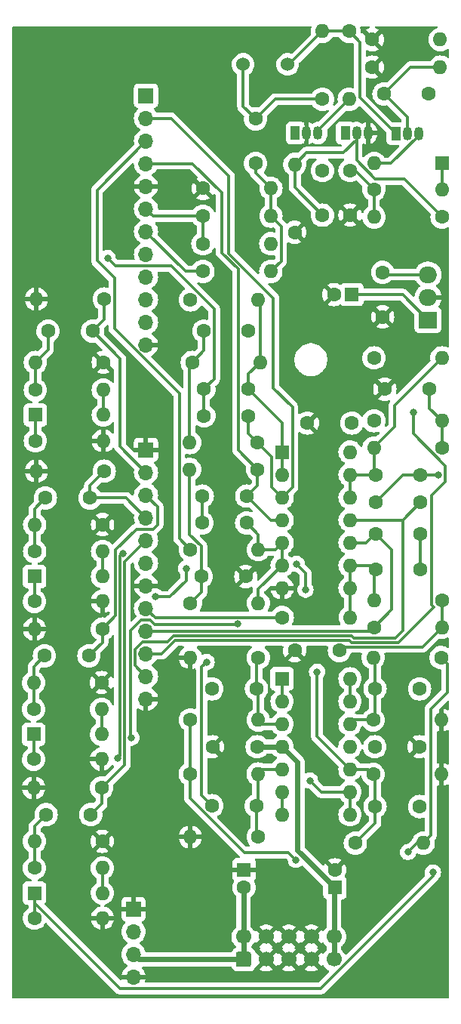
<source format=gtl>
G04 #@! TF.GenerationSoftware,KiCad,Pcbnew,8.0.6-8.0.6-0~ubuntu22.04.1*
G04 #@! TF.CreationDate,2025-02-02T12:48:23+01:00*
G04 #@! TF.ProjectId,Drumbox,4472756d-626f-4782-9e6b-696361645f70,rev?*
G04 #@! TF.SameCoordinates,Original*
G04 #@! TF.FileFunction,Copper,L1,Top*
G04 #@! TF.FilePolarity,Positive*
%FSLAX46Y46*%
G04 Gerber Fmt 4.6, Leading zero omitted, Abs format (unit mm)*
G04 Created by KiCad (PCBNEW 8.0.6-8.0.6-0~ubuntu22.04.1) date 2025-02-02 12:48:23*
%MOMM*%
%LPD*%
G01*
G04 APERTURE LIST*
G04 #@! TA.AperFunction,ComponentPad*
%ADD10C,1.600000*%
G04 #@! TD*
G04 #@! TA.AperFunction,ComponentPad*
%ADD11O,1.600000X1.600000*%
G04 #@! TD*
G04 #@! TA.AperFunction,ComponentPad*
%ADD12C,1.524000*%
G04 #@! TD*
G04 #@! TA.AperFunction,ComponentPad*
%ADD13R,1.600000X1.600000*%
G04 #@! TD*
G04 #@! TA.AperFunction,ComponentPad*
%ADD14R,2.000000X1.905000*%
G04 #@! TD*
G04 #@! TA.AperFunction,ComponentPad*
%ADD15O,2.000000X1.905000*%
G04 #@! TD*
G04 #@! TA.AperFunction,ComponentPad*
%ADD16R,1.050000X1.500000*%
G04 #@! TD*
G04 #@! TA.AperFunction,ComponentPad*
%ADD17O,1.050000X1.500000*%
G04 #@! TD*
G04 #@! TA.AperFunction,ComponentPad*
%ADD18C,1.700000*%
G04 #@! TD*
G04 #@! TA.AperFunction,ComponentPad*
%ADD19R,1.700000X1.700000*%
G04 #@! TD*
G04 #@! TA.AperFunction,ComponentPad*
%ADD20O,1.700000X1.700000*%
G04 #@! TD*
G04 #@! TA.AperFunction,ViaPad*
%ADD21C,0.800000*%
G04 #@! TD*
G04 #@! TA.AperFunction,Conductor*
%ADD22C,0.600000*%
G04 #@! TD*
G04 #@! TA.AperFunction,Conductor*
%ADD23C,0.300000*%
G04 #@! TD*
G04 APERTURE END LIST*
D10*
X86500000Y-78800000D03*
X81500000Y-78800000D03*
X58510000Y-101900000D03*
D11*
X50890000Y-101900000D03*
D10*
X88990000Y-71500000D03*
D11*
X96610000Y-71500000D03*
D10*
X50890000Y-98800000D03*
D11*
X58510000Y-98800000D03*
D10*
X70800000Y-108600000D03*
X75800000Y-108600000D03*
X80100000Y-57420000D03*
D11*
X80100000Y-49800000D03*
D10*
X57200000Y-122700000D03*
X52200000Y-122700000D03*
X69900000Y-78000000D03*
X74900000Y-78000000D03*
D12*
X79300000Y-38600000D03*
X74300000Y-38600000D03*
D10*
X69790000Y-61800000D03*
D11*
X77410000Y-61800000D03*
D13*
X96620000Y-49700000D03*
D11*
X89000000Y-49700000D03*
D10*
X96620000Y-55700000D03*
D11*
X89000000Y-55700000D03*
D10*
X89200000Y-84650000D03*
X94200000Y-84650000D03*
X89955113Y-61900000D03*
X89955113Y-66900000D03*
X88800000Y-38900000D03*
D11*
X96420000Y-38900000D03*
D10*
X75990000Y-125200000D03*
D11*
X68370000Y-125200000D03*
D10*
X68390000Y-99000000D03*
D11*
X76010000Y-99000000D03*
D14*
X95045113Y-67240000D03*
D15*
X95045113Y-64700000D03*
X95045113Y-62160000D03*
D13*
X50890000Y-131500000D03*
D11*
X58510000Y-131500000D03*
D10*
X58510000Y-125700000D03*
D11*
X50890000Y-125700000D03*
D10*
X89000000Y-101700000D03*
D11*
X96620000Y-101700000D03*
D10*
X68360000Y-118150000D03*
D11*
X75980000Y-118150000D03*
D13*
X86500000Y-64400000D03*
D10*
X84500000Y-64400000D03*
X70780000Y-121700000D03*
X75780000Y-121700000D03*
X89200000Y-87700000D03*
X94200000Y-87700000D03*
X69600000Y-96000000D03*
X74600000Y-96000000D03*
X69710000Y-87000000D03*
X74710000Y-87000000D03*
X58410000Y-107900000D03*
D11*
X50790000Y-107900000D03*
D10*
X86300000Y-55500000D03*
X86300000Y-50500000D03*
X57000000Y-104900000D03*
X52000000Y-104900000D03*
X68390000Y-93000000D03*
D11*
X76010000Y-93000000D03*
D13*
X50990000Y-77900000D03*
D11*
X58610000Y-77900000D03*
D10*
X75870000Y-115100000D03*
X70870000Y-115100000D03*
X88800000Y-35800000D03*
D11*
X96420000Y-35800000D03*
D10*
X50790000Y-116500000D03*
D11*
X58410000Y-116500000D03*
D10*
X83200000Y-42500000D03*
D11*
X83200000Y-34880000D03*
D10*
X50890000Y-134300000D03*
D11*
X58510000Y-134300000D03*
D10*
X50990000Y-80800000D03*
D11*
X58610000Y-80800000D03*
D10*
X96610000Y-81600000D03*
D11*
X88990000Y-81600000D03*
D10*
X68590000Y-72000000D03*
D11*
X76210000Y-72000000D03*
D13*
X50900000Y-96000000D03*
D11*
X58520000Y-96000000D03*
D10*
X78690000Y-100600000D03*
D11*
X86310000Y-100600000D03*
D13*
X84600000Y-130900000D03*
D10*
X84600000Y-128900000D03*
X95110000Y-41900000D03*
X90110000Y-41900000D03*
X94100000Y-121800000D03*
X89100000Y-121800000D03*
X86890000Y-125900000D03*
D11*
X94510000Y-125900000D03*
D10*
X85100000Y-104300000D03*
X80100000Y-104300000D03*
X50910000Y-93200000D03*
D11*
X58530000Y-93200000D03*
D10*
X95200000Y-75000000D03*
X90200000Y-75000000D03*
X76000000Y-105100000D03*
D11*
X68380000Y-105100000D03*
D10*
X57400000Y-68500000D03*
X52400000Y-68500000D03*
X88890000Y-112100000D03*
D11*
X96510000Y-112100000D03*
D10*
X58610000Y-72000000D03*
D11*
X50990000Y-72000000D03*
D10*
X69800000Y-55600000D03*
D11*
X77420000Y-55600000D03*
D16*
X80160000Y-46300000D03*
D17*
X81430000Y-46300000D03*
X82700000Y-46300000D03*
D10*
X83200000Y-50500000D03*
X83200000Y-55500000D03*
D13*
X78670000Y-107475000D03*
D11*
X78670000Y-110015000D03*
X78670000Y-112555000D03*
X78670000Y-115095000D03*
X78670000Y-117635000D03*
X78670000Y-120175000D03*
X78670000Y-122715000D03*
X86290000Y-122715000D03*
X86290000Y-120175000D03*
X86290000Y-117635000D03*
X86290000Y-115095000D03*
X86290000Y-112555000D03*
X86290000Y-110015000D03*
X86290000Y-107475000D03*
D10*
X58530000Y-90200000D03*
D11*
X50910000Y-90200000D03*
D10*
X58710000Y-64900000D03*
D11*
X51090000Y-64900000D03*
D10*
X69900000Y-68500000D03*
X74900000Y-68500000D03*
G04 #@! TA.AperFunction,ComponentPad*
G36*
G01*
X74940000Y-139790000D02*
X73740000Y-139790000D01*
G75*
G02*
X73490000Y-139540000I0J250000D01*
G01*
X73490000Y-138340000D01*
G75*
G02*
X73740000Y-138090000I250000J0D01*
G01*
X74940000Y-138090000D01*
G75*
G02*
X75190000Y-138340000I0J-250000D01*
G01*
X75190000Y-139540000D01*
G75*
G02*
X74940000Y-139790000I-250000J0D01*
G01*
G37*
G04 #@! TD.AperFunction*
D18*
X74340000Y-136400000D03*
X76880000Y-138940000D03*
X76880000Y-136400000D03*
X79420000Y-138940000D03*
X79420000Y-136400000D03*
X81960000Y-138940000D03*
X81960000Y-136400000D03*
X84500000Y-138940000D03*
X84500000Y-136400000D03*
D10*
X69790000Y-58700000D03*
D11*
X77410000Y-58700000D03*
D10*
X74700000Y-90000000D03*
X69700000Y-90000000D03*
X88980000Y-78550000D03*
D11*
X96600000Y-78550000D03*
D10*
X58720000Y-84200000D03*
D11*
X51100000Y-84200000D03*
D10*
X58420000Y-119700000D03*
D11*
X50800000Y-119700000D03*
D10*
X89200000Y-95200000D03*
X94200000Y-95200000D03*
D13*
X50790000Y-113700000D03*
D11*
X58410000Y-113700000D03*
D16*
X91430000Y-46360000D03*
D17*
X92700000Y-46360000D03*
X93970000Y-46360000D03*
D10*
X50990000Y-75100000D03*
D11*
X58610000Y-75100000D03*
D10*
X75910000Y-81000000D03*
D11*
X68290000Y-81000000D03*
D10*
X94100000Y-108600000D03*
X89100000Y-108600000D03*
X75700000Y-44700000D03*
X75700000Y-49700000D03*
X96600000Y-98700000D03*
D11*
X88980000Y-98700000D03*
D10*
X57110000Y-87200000D03*
X52110000Y-87200000D03*
D13*
X74400000Y-128900000D03*
D10*
X74400000Y-130900000D03*
X94200000Y-91200000D03*
X89200000Y-91200000D03*
X68380000Y-112100000D03*
D11*
X76000000Y-112100000D03*
D10*
X75920000Y-84000000D03*
D11*
X68300000Y-84000000D03*
D16*
X85760000Y-46300000D03*
D17*
X87030000Y-46300000D03*
X88300000Y-46300000D03*
D10*
X86200000Y-34880000D03*
D11*
X86200000Y-42500000D03*
D10*
X96510000Y-105100000D03*
D11*
X88890000Y-105100000D03*
D10*
X50890000Y-128700000D03*
D11*
X58510000Y-128700000D03*
D10*
X88980000Y-52600000D03*
D11*
X96600000Y-52600000D03*
D10*
X50790000Y-110900000D03*
D11*
X58410000Y-110900000D03*
D10*
X88890000Y-118200000D03*
D11*
X96510000Y-118200000D03*
D10*
X69800000Y-52500000D03*
D11*
X77420000Y-52500000D03*
D10*
X74900000Y-75000000D03*
X69900000Y-75000000D03*
X68390000Y-65000000D03*
D11*
X76010000Y-65000000D03*
D10*
X94070000Y-115100000D03*
X89070000Y-115100000D03*
D13*
X78680000Y-82060000D03*
D11*
X78680000Y-84600000D03*
X78680000Y-87140000D03*
X78680000Y-89680000D03*
X78680000Y-92220000D03*
X78680000Y-94760000D03*
X78680000Y-97300000D03*
X86300000Y-97300000D03*
X86300000Y-94760000D03*
X86300000Y-92220000D03*
X86300000Y-89680000D03*
X86300000Y-87140000D03*
X86300000Y-84600000D03*
X86300000Y-82060000D03*
D19*
X63400000Y-81800000D03*
D20*
X63400000Y-84340000D03*
X63400000Y-86880000D03*
X63400000Y-89420000D03*
X63400000Y-91960000D03*
X63400000Y-94500000D03*
X63400000Y-97040000D03*
X63400000Y-99580000D03*
X63400000Y-102120000D03*
X63400000Y-104660000D03*
X63400000Y-107200000D03*
X63400000Y-109740000D03*
D19*
X62000000Y-133300000D03*
D20*
X62000000Y-135840000D03*
X62000000Y-138380000D03*
X62000000Y-140920000D03*
D19*
X63400000Y-42100000D03*
D20*
X63400000Y-44640000D03*
X63400000Y-47180000D03*
X63400000Y-49720000D03*
X63400000Y-52260000D03*
X63400000Y-54800000D03*
X63400000Y-57340000D03*
X63400000Y-59880000D03*
X63400000Y-62420000D03*
X63400000Y-64960000D03*
X63400000Y-67500000D03*
X63400000Y-70040000D03*
D21*
X73100000Y-107300000D03*
X90800000Y-111800000D03*
X74100000Y-123000000D03*
X79900000Y-131800000D03*
X86400000Y-68700000D03*
X88700000Y-132200000D03*
X73200000Y-123000000D03*
X86400000Y-67800000D03*
X87800000Y-132200000D03*
X93500000Y-58400000D03*
X68000000Y-67300000D03*
X89600000Y-132200000D03*
X83000000Y-86100000D03*
X67300000Y-51700000D03*
X67300000Y-52900000D03*
X90800000Y-112700000D03*
X94700000Y-133800000D03*
X90500000Y-132200000D03*
X64700000Y-128200000D03*
X86700000Y-59800000D03*
X74000000Y-107300000D03*
X79000000Y-131800000D03*
X90900000Y-109900000D03*
X85800000Y-59800000D03*
X90900000Y-117500000D03*
X94400000Y-58400000D03*
X83000000Y-85200000D03*
X63800000Y-128200000D03*
X68000000Y-69800000D03*
X90900000Y-118400000D03*
X94700000Y-132900000D03*
X64500000Y-98300000D03*
X67900000Y-95100000D03*
X73700000Y-101350000D03*
X61750000Y-114100000D03*
X80300000Y-94600000D03*
X82600000Y-106700000D03*
X81300000Y-97500000D03*
X95600000Y-129200000D03*
X96250000Y-84600000D03*
X60250000Y-116400000D03*
X80213603Y-127786397D03*
X60800000Y-93400000D03*
X92800000Y-126900000D03*
X81800000Y-118900000D03*
X59100000Y-60300000D03*
X70200000Y-105600000D03*
X93400000Y-77600000D03*
D22*
X75875000Y-115095000D02*
X75870000Y-115100000D01*
D23*
X86200000Y-34880000D02*
X83200000Y-34880000D01*
D22*
X84500000Y-138940000D02*
X84500000Y-136400000D01*
X84600000Y-130900000D02*
X80400000Y-126700000D01*
D23*
X87400000Y-36080000D02*
X86200000Y-34880000D01*
X91430000Y-46360000D02*
X87400000Y-42330000D01*
D22*
X78670000Y-115095000D02*
X75875000Y-115095000D01*
D23*
X87400000Y-42330000D02*
X87400000Y-36080000D01*
D22*
X80400000Y-116825000D02*
X78670000Y-115095000D01*
D23*
X83200000Y-34880000D02*
X79480000Y-38600000D01*
D22*
X84500000Y-131000000D02*
X84600000Y-130900000D01*
D23*
X79480000Y-38600000D02*
X79300000Y-38600000D01*
D22*
X80400000Y-126700000D02*
X80400000Y-116825000D01*
D23*
X86500000Y-64400000D02*
X92205113Y-64400000D01*
X92205113Y-64400000D02*
X95045113Y-67240000D01*
D22*
X84500000Y-136400000D02*
X84500000Y-131000000D01*
X62560000Y-138940000D02*
X62000000Y-138380000D01*
X74340000Y-138940000D02*
X74340000Y-136400000D01*
X74340000Y-136400000D02*
X74340000Y-130960000D01*
X74340000Y-130960000D02*
X74400000Y-130900000D01*
X74340000Y-138940000D02*
X62560000Y-138940000D01*
D23*
X76455000Y-112555000D02*
X76000000Y-112100000D01*
X78670000Y-112555000D02*
X76455000Y-112555000D01*
X75800000Y-105300000D02*
X76000000Y-105100000D01*
X76000000Y-112100000D02*
X76000000Y-108800000D01*
X75800000Y-108600000D02*
X75800000Y-105300000D01*
X76000000Y-108800000D02*
X75800000Y-108600000D01*
X93110000Y-38900000D02*
X90110000Y-41900000D01*
X92700000Y-44490000D02*
X90110000Y-41900000D01*
X92700000Y-46360000D02*
X92700000Y-44490000D01*
X96420000Y-38900000D02*
X93110000Y-38900000D01*
X69700000Y-90000000D02*
X69700000Y-87010000D01*
X64500000Y-98300000D02*
X66100000Y-98300000D01*
X66100000Y-98300000D02*
X67900000Y-96500000D01*
X67900000Y-96500000D02*
X67900000Y-95100000D01*
X50890000Y-96010000D02*
X50900000Y-96000000D01*
X69700000Y-87010000D02*
X69710000Y-87000000D01*
X50890000Y-98800000D02*
X50890000Y-96010000D01*
X75780000Y-124990000D02*
X75990000Y-125200000D01*
X78670000Y-117635000D02*
X76495000Y-117635000D01*
X75780000Y-121700000D02*
X75780000Y-124990000D01*
X75980000Y-118150000D02*
X75980000Y-121500000D01*
X76495000Y-117635000D02*
X75980000Y-118150000D01*
X75980000Y-121500000D02*
X75780000Y-121700000D01*
X86200000Y-42500000D02*
X82700000Y-46000000D01*
X82700000Y-46000000D02*
X82700000Y-46300000D01*
X80100000Y-49800000D02*
X80100000Y-52400000D01*
X87030000Y-49356346D02*
X89123654Y-51450000D01*
X81400000Y-48500000D02*
X85535000Y-48500000D01*
X80100000Y-52400000D02*
X83200000Y-55500000D01*
X87030000Y-46300000D02*
X87030000Y-49356346D01*
X80100000Y-49800000D02*
X81400000Y-48500000D01*
X89123654Y-51450000D02*
X92370000Y-51450000D01*
X92370000Y-51450000D02*
X96620000Y-55700000D01*
X85535000Y-48500000D02*
X87030000Y-47005000D01*
X87030000Y-47005000D02*
X87030000Y-46300000D01*
X73700000Y-101350000D02*
X73680000Y-101370000D01*
X62880000Y-100920000D02*
X61700000Y-102100000D01*
X64347057Y-101370000D02*
X63897057Y-100920000D01*
X73680000Y-101370000D02*
X64347057Y-101370000D01*
X63897057Y-100920000D02*
X62880000Y-100920000D01*
X50790000Y-113700000D02*
X50790000Y-116500000D01*
X61700000Y-114050000D02*
X61750000Y-114100000D01*
X61700000Y-102100000D02*
X61700000Y-114050000D01*
X94200000Y-91200000D02*
X94200000Y-95200000D01*
X74300000Y-43300000D02*
X75700000Y-44700000D01*
X83200000Y-42500000D02*
X77900000Y-42500000D01*
X74300000Y-38600000D02*
X74300000Y-43300000D01*
X77900000Y-42500000D02*
X75700000Y-44700000D01*
X86290000Y-117635000D02*
X88325000Y-117635000D01*
X81300000Y-95600000D02*
X80300000Y-94600000D01*
X88800000Y-122100000D02*
X89100000Y-121800000D01*
X88325000Y-117635000D02*
X88890000Y-118200000D01*
X89100000Y-123690000D02*
X86890000Y-125900000D01*
X81300000Y-97500000D02*
X81300000Y-95600000D01*
X89100000Y-121800000D02*
X89100000Y-123690000D01*
X82600000Y-113945000D02*
X82600000Y-106700000D01*
X89100000Y-121800000D02*
X89100000Y-118410000D01*
X89100000Y-118410000D02*
X88890000Y-118200000D01*
X86290000Y-117635000D02*
X82600000Y-113945000D01*
X60500000Y-81440000D02*
X60500000Y-71600000D01*
X58710000Y-67190000D02*
X57400000Y-68500000D01*
X60500000Y-71600000D02*
X57400000Y-68500000D01*
X58710000Y-64900000D02*
X58710000Y-67190000D01*
X63400000Y-84340000D02*
X60500000Y-81440000D01*
X95045113Y-62160000D02*
X90215113Y-62160000D01*
X90215113Y-62160000D02*
X89955113Y-61900000D01*
X94200000Y-84650000D02*
X92250000Y-84650000D01*
X50890000Y-131500000D02*
X50890000Y-134300000D01*
X92250000Y-84650000D02*
X89200000Y-87700000D01*
X50890000Y-131500000D02*
X50890000Y-132600000D01*
X95600000Y-129600000D02*
X95600000Y-129200000D01*
X50890000Y-132600000D02*
X60490000Y-142200000D01*
X83000000Y-142200000D02*
X95600000Y-129600000D01*
X96250000Y-84600000D02*
X94250000Y-84600000D01*
X60490000Y-142200000D02*
X83000000Y-142200000D01*
X94250000Y-84600000D02*
X94200000Y-84650000D01*
X88990000Y-81510000D02*
X88990000Y-81600000D01*
X86300000Y-84600000D02*
X86300000Y-87140000D01*
X91300000Y-76810000D02*
X91300000Y-79200000D01*
X86300000Y-84600000D02*
X89150000Y-84600000D01*
X91300000Y-79200000D02*
X88990000Y-81510000D01*
X89200000Y-84650000D02*
X89200000Y-84500000D01*
X88990000Y-84290000D02*
X88990000Y-81600000D01*
X96610000Y-71500000D02*
X91300000Y-76810000D01*
X89150000Y-84600000D02*
X89200000Y-84650000D01*
X89200000Y-84500000D02*
X88990000Y-84290000D01*
X88890000Y-112100000D02*
X86745000Y-112100000D01*
X89100000Y-108600000D02*
X89100000Y-105310000D01*
X89100000Y-111890000D02*
X88890000Y-112100000D01*
X89100000Y-105310000D02*
X88890000Y-105100000D01*
X89100000Y-108600000D02*
X89100000Y-111890000D01*
X86745000Y-112100000D02*
X86290000Y-112555000D01*
X50890000Y-124010000D02*
X52200000Y-122700000D01*
X50890000Y-128700000D02*
X50890000Y-125700000D01*
X50890000Y-125700000D02*
X50890000Y-124010000D01*
X69600000Y-97790000D02*
X68390000Y-99000000D01*
X68300000Y-84000000D02*
X68300000Y-91283654D01*
X69600000Y-96000000D02*
X69600000Y-97790000D01*
X69600000Y-92583654D02*
X69600000Y-96000000D01*
X68300000Y-91283654D02*
X69600000Y-92583654D01*
X95200000Y-75000000D02*
X95200000Y-77150000D01*
X96610000Y-78560000D02*
X96600000Y-78550000D01*
X95200000Y-77150000D02*
X96600000Y-78550000D01*
X96610000Y-81600000D02*
X96610000Y-78560000D01*
X96600000Y-49720000D02*
X96620000Y-49700000D01*
X96600000Y-52600000D02*
X96600000Y-49720000D01*
X90855000Y-49700000D02*
X93970000Y-46585000D01*
X93970000Y-46585000D02*
X93970000Y-46360000D01*
X89000000Y-49700000D02*
X90855000Y-49700000D01*
X58530000Y-93200000D02*
X58530000Y-95990000D01*
X58530000Y-95990000D02*
X58520000Y-96000000D01*
X58410000Y-110900000D02*
X58410000Y-113700000D01*
X58510000Y-128700000D02*
X58510000Y-131500000D01*
X93800000Y-125900000D02*
X92800000Y-126900000D01*
X60800000Y-93400000D02*
X60500000Y-93700000D01*
X67860000Y-61800000D02*
X63400000Y-57340000D01*
X94510000Y-125900000D02*
X93800000Y-125900000D01*
X95360000Y-110840000D02*
X95360000Y-125050000D01*
X95360000Y-125050000D02*
X94510000Y-125900000D01*
X96510000Y-105100000D02*
X97200000Y-105790000D01*
X79396445Y-126969239D02*
X80213603Y-127786397D01*
X97200000Y-109000000D02*
X95360000Y-110840000D01*
X68360000Y-112120000D02*
X68380000Y-112100000D01*
X60500000Y-97100000D02*
X60500000Y-116150000D01*
X68360000Y-118150000D02*
X68360000Y-112120000D01*
X60500000Y-93700000D02*
X60500000Y-97100000D01*
X60500000Y-116150000D02*
X60250000Y-116400000D01*
X97200000Y-105790000D02*
X97200000Y-109000000D01*
X68360000Y-120906346D02*
X74422893Y-126969239D01*
X68360000Y-118150000D02*
X68360000Y-120906346D01*
X74422893Y-126969239D02*
X79396445Y-126969239D01*
X69790000Y-61800000D02*
X67860000Y-61800000D01*
X78670000Y-110015000D02*
X78670000Y-107475000D01*
X86290000Y-110015000D02*
X86290000Y-107475000D01*
X78670000Y-122715000D02*
X78670000Y-120175000D01*
X83075000Y-120175000D02*
X86290000Y-120175000D01*
X81800000Y-118900000D02*
X83075000Y-120175000D01*
X86290000Y-122715000D02*
X86290000Y-120175000D01*
X57110000Y-87200000D02*
X57110000Y-85810000D01*
X63400000Y-89420000D02*
X61180000Y-87200000D01*
X57110000Y-85810000D02*
X58720000Y-84200000D01*
X61180000Y-87200000D02*
X57110000Y-87200000D01*
X58510000Y-101900000D02*
X58510000Y-103390000D01*
X64700000Y-90200000D02*
X64200000Y-90700000D01*
X62300000Y-90700000D02*
X60000000Y-93000000D01*
X60000000Y-100410000D02*
X58510000Y-101900000D01*
X63400000Y-86880000D02*
X64700000Y-88180000D01*
X64700000Y-88180000D02*
X64700000Y-90200000D01*
X64200000Y-90700000D02*
X62300000Y-90700000D01*
X60000000Y-93000000D02*
X60000000Y-100410000D01*
X58510000Y-103390000D02*
X57000000Y-104900000D01*
X58420000Y-119700000D02*
X58420000Y-121480000D01*
X58420000Y-119700000D02*
X61000000Y-117120000D01*
X58420000Y-121480000D02*
X57200000Y-122700000D01*
X61000000Y-117120000D02*
X61000000Y-94360000D01*
X61000000Y-94360000D02*
X63400000Y-91960000D01*
X69790000Y-58700000D02*
X69790000Y-55610000D01*
X64200000Y-55600000D02*
X63400000Y-54800000D01*
X69790000Y-55610000D02*
X69800000Y-55600000D01*
X69800000Y-55600000D02*
X64200000Y-55600000D01*
X71050000Y-66033654D02*
X66216346Y-61200000D01*
X71050000Y-73850000D02*
X71050000Y-66033654D01*
X60000000Y-61200000D02*
X59100000Y-60300000D01*
X69900000Y-75000000D02*
X69900000Y-78000000D01*
X50990000Y-80800000D02*
X50990000Y-77900000D01*
X66216346Y-61200000D02*
X61800000Y-61200000D01*
X61800000Y-61200000D02*
X60000000Y-61200000D01*
X69900000Y-75000000D02*
X71050000Y-73850000D01*
X72700000Y-51100000D02*
X66240000Y-44640000D01*
X79830000Y-77030000D02*
X77700000Y-74900000D01*
X74900000Y-79990000D02*
X75910000Y-81000000D01*
X77530000Y-85990000D02*
X77530000Y-82620000D01*
X66240000Y-44640000D02*
X63400000Y-44640000D01*
X77700000Y-64800000D02*
X72700000Y-59800000D01*
X78680000Y-87140000D02*
X77530000Y-85990000D01*
X79830000Y-85990000D02*
X79830000Y-77030000D01*
X77530000Y-82620000D02*
X75910000Y-81000000D01*
X78680000Y-87140000D02*
X79830000Y-85990000D01*
X77700000Y-74900000D02*
X77700000Y-64800000D01*
X72700000Y-59800000D02*
X72700000Y-51100000D01*
X74900000Y-78000000D02*
X74900000Y-79990000D01*
X88980000Y-52600000D02*
X88980000Y-55680000D01*
X86880000Y-50500000D02*
X86300000Y-50500000D01*
X88980000Y-55680000D02*
X89000000Y-55700000D01*
X88980000Y-52600000D02*
X86880000Y-50500000D01*
X73750000Y-61557106D02*
X71896447Y-59703553D01*
X73750000Y-81830000D02*
X73750000Y-61557106D01*
X68646346Y-49720000D02*
X63400000Y-49720000D01*
X71896447Y-52970101D02*
X68646346Y-49720000D01*
X71896447Y-59703553D02*
X71896447Y-52970101D01*
X78680000Y-89680000D02*
X77390000Y-89680000D01*
X75920000Y-84000000D02*
X75920000Y-85790000D01*
X75920000Y-84000000D02*
X73750000Y-81830000D01*
X70200000Y-105600000D02*
X69650000Y-106150000D01*
X77390000Y-89680000D02*
X74710000Y-87000000D01*
X69650000Y-106150000D02*
X69650000Y-120570000D01*
X69650000Y-120570000D02*
X70780000Y-121700000D01*
X75920000Y-85790000D02*
X74710000Y-87000000D01*
X91000000Y-99700000D02*
X91000000Y-93000000D01*
X63400000Y-102120000D02*
X88580000Y-102120000D01*
X91000000Y-93000000D02*
X89200000Y-91200000D01*
X89100000Y-91200000D02*
X88080000Y-92220000D01*
X89200000Y-91200000D02*
X89100000Y-91200000D01*
X88580000Y-102120000D02*
X89000000Y-101700000D01*
X88080000Y-92220000D02*
X86300000Y-92220000D01*
X89000000Y-101700000D02*
X91000000Y-99700000D01*
X92220000Y-89680000D02*
X86300000Y-89680000D01*
X94200000Y-87700000D02*
X92220000Y-89680000D01*
X63400000Y-107200000D02*
X62200000Y-106000000D01*
X65800000Y-103320000D02*
X66470000Y-102650000D01*
X62200000Y-104162943D02*
X63042943Y-103320000D01*
X62200000Y-106000000D02*
X62200000Y-104162943D01*
X63042943Y-103320000D02*
X65800000Y-103320000D01*
X91400000Y-102900000D02*
X92220000Y-102080000D01*
X92220000Y-102080000D02*
X92220000Y-89680000D01*
X86457106Y-102650000D02*
X86707107Y-102900000D01*
X66470000Y-102650000D02*
X86457106Y-102650000D01*
X86707107Y-102900000D02*
X91400000Y-102900000D01*
X58610000Y-75100000D02*
X58610000Y-77900000D01*
X57900000Y-52680000D02*
X63400000Y-47180000D01*
X59860000Y-68197057D02*
X59860000Y-62541827D01*
X59860000Y-62541827D02*
X57900000Y-60581827D01*
X57900000Y-60581827D02*
X57900000Y-52680000D01*
X67140000Y-75477057D02*
X59860000Y-68197057D01*
X67140000Y-91750000D02*
X67140000Y-75477057D01*
X68390000Y-93000000D02*
X67140000Y-91750000D01*
X78690000Y-100600000D02*
X64420000Y-100600000D01*
X64420000Y-100600000D02*
X63400000Y-99580000D01*
X93400000Y-80016346D02*
X93400000Y-77600000D01*
X65167106Y-104660000D02*
X66677106Y-103150000D01*
X97000000Y-85400000D02*
X97000000Y-83616346D01*
X95450000Y-86950000D02*
X97000000Y-85400000D01*
X97000000Y-83616346D02*
X93400000Y-80016346D01*
X63400000Y-104660000D02*
X65167106Y-104660000D01*
X86500000Y-103400000D02*
X91700000Y-103400000D01*
X91700000Y-103400000D02*
X95686827Y-99413173D01*
X66677106Y-103150000D02*
X86250000Y-103150000D01*
X95686827Y-99413173D02*
X95450000Y-99176346D01*
X95450000Y-99176346D02*
X95450000Y-86950000D01*
X86250000Y-103150000D02*
X86500000Y-103400000D01*
X52400000Y-68500000D02*
X52400000Y-70590000D01*
X52400000Y-70590000D02*
X50990000Y-72000000D01*
X50990000Y-72000000D02*
X50990000Y-75100000D01*
X74900000Y-73310000D02*
X76210000Y-72000000D01*
X78680000Y-78780000D02*
X74900000Y-75000000D01*
X78680000Y-82060000D02*
X78680000Y-78780000D01*
X78680000Y-84600000D02*
X78680000Y-82060000D01*
X76210000Y-65200000D02*
X76010000Y-65000000D01*
X76210000Y-72000000D02*
X76210000Y-65200000D01*
X74900000Y-75000000D02*
X74900000Y-73310000D01*
X69900000Y-68500000D02*
X69900000Y-70690000D01*
X68290000Y-81000000D02*
X68290000Y-72300000D01*
X69900000Y-70690000D02*
X68590000Y-72000000D01*
X68290000Y-72300000D02*
X68590000Y-72000000D01*
X50910000Y-90200000D02*
X50910000Y-88400000D01*
X50910000Y-90200000D02*
X50910000Y-93200000D01*
X50910000Y-88400000D02*
X52110000Y-87200000D01*
X76010000Y-99000000D02*
X76010000Y-97430000D01*
X74700000Y-90000000D02*
X76010000Y-91310000D01*
X78680000Y-94760000D02*
X78680000Y-92220000D01*
X76010000Y-91310000D02*
X76010000Y-93000000D01*
X76010000Y-97430000D02*
X78680000Y-94760000D01*
X76010000Y-93000000D02*
X77900000Y-93000000D01*
X77900000Y-93000000D02*
X78680000Y-92220000D01*
X50790000Y-107900000D02*
X50790000Y-106110000D01*
X50790000Y-106110000D02*
X52000000Y-104900000D01*
X50790000Y-110900000D02*
X50790000Y-107900000D01*
X86300000Y-94760000D02*
X86300000Y-100590000D01*
X88760000Y-94760000D02*
X89200000Y-95200000D01*
X88980000Y-95420000D02*
X89200000Y-95200000D01*
X86300000Y-94760000D02*
X88760000Y-94760000D01*
X86300000Y-100590000D02*
X86310000Y-100600000D01*
X88980000Y-98700000D02*
X88980000Y-95420000D01*
X96600000Y-98700000D02*
X96600000Y-101680000D01*
X85500000Y-103900000D02*
X94420000Y-103900000D01*
X96600000Y-101680000D02*
X96620000Y-101700000D01*
X85100000Y-104300000D02*
X85500000Y-103900000D01*
X94420000Y-103900000D02*
X96620000Y-101700000D01*
X77420000Y-55600000D02*
X78560000Y-56740000D01*
X77420000Y-52500000D02*
X77420000Y-55600000D01*
X78560000Y-56740000D02*
X78560000Y-60650000D01*
X78560000Y-60650000D02*
X77410000Y-61800000D01*
X77420000Y-52500000D02*
X75700000Y-50780000D01*
X75700000Y-50780000D02*
X75700000Y-49700000D01*
G04 #@! TA.AperFunction,Conductor*
G36*
X81904533Y-34320502D02*
G01*
X81951026Y-34374158D01*
X81961130Y-34444432D01*
X81958120Y-34459103D01*
X81929428Y-34566186D01*
X81906457Y-34651913D01*
X81886502Y-34880000D01*
X81906457Y-35108088D01*
X81906457Y-35108089D01*
X81915988Y-35143659D01*
X81914297Y-35214636D01*
X81883376Y-35265363D01*
X79796298Y-37352441D01*
X79733986Y-37386467D01*
X79674592Y-37385053D01*
X79654092Y-37379560D01*
X79521463Y-37344022D01*
X79300000Y-37324647D01*
X79078537Y-37344022D01*
X78963463Y-37374856D01*
X78863806Y-37401559D01*
X78863801Y-37401561D01*
X78662323Y-37495512D01*
X78480222Y-37623020D01*
X78480216Y-37623025D01*
X78323025Y-37780216D01*
X78323020Y-37780222D01*
X78195512Y-37962323D01*
X78101561Y-38163801D01*
X78101560Y-38163804D01*
X78044022Y-38378537D01*
X78024647Y-38600000D01*
X78044022Y-38821463D01*
X78079177Y-38952661D01*
X78101559Y-39036193D01*
X78101561Y-39036199D01*
X78195511Y-39237675D01*
X78195512Y-39237677D01*
X78323016Y-39419772D01*
X78323020Y-39419777D01*
X78323023Y-39419781D01*
X78480219Y-39576977D01*
X78480223Y-39576980D01*
X78480227Y-39576983D01*
X78506535Y-39595404D01*
X78662323Y-39704488D01*
X78863804Y-39798440D01*
X79078537Y-39855978D01*
X79300000Y-39875353D01*
X79521463Y-39855978D01*
X79736196Y-39798440D01*
X79937677Y-39704488D01*
X80119781Y-39576977D01*
X80276977Y-39419781D01*
X80404488Y-39237677D01*
X80498440Y-39036196D01*
X80555978Y-38821463D01*
X80575353Y-38600000D01*
X80567272Y-38507637D01*
X80581260Y-38438033D01*
X80603694Y-38407563D01*
X82814637Y-36196620D01*
X82876947Y-36162596D01*
X82936339Y-36164010D01*
X82971913Y-36173543D01*
X83200000Y-36193498D01*
X83428087Y-36173543D01*
X83649243Y-36114284D01*
X83856749Y-36017523D01*
X84044300Y-35886198D01*
X84206198Y-35724300D01*
X84298675Y-35592228D01*
X84354132Y-35547901D01*
X84401888Y-35538500D01*
X84998112Y-35538500D01*
X85066233Y-35558502D01*
X85101323Y-35592227D01*
X85193802Y-35724300D01*
X85355700Y-35886198D01*
X85543251Y-36017523D01*
X85750757Y-36114284D01*
X85971913Y-36173543D01*
X86200000Y-36193498D01*
X86428087Y-36173543D01*
X86463659Y-36164011D01*
X86534629Y-36165699D01*
X86585363Y-36196622D01*
X86704595Y-36315854D01*
X86738621Y-36378166D01*
X86741500Y-36404949D01*
X86741500Y-41126229D01*
X86721498Y-41194350D01*
X86667842Y-41240843D01*
X86597568Y-41250947D01*
X86582889Y-41247936D01*
X86493029Y-41223858D01*
X86428087Y-41206457D01*
X86200000Y-41186502D01*
X85971913Y-41206457D01*
X85750759Y-41265715D01*
X85750753Y-41265717D01*
X85543250Y-41362477D01*
X85355703Y-41493799D01*
X85355697Y-41493804D01*
X85193804Y-41655697D01*
X85193799Y-41655703D01*
X85062477Y-41843250D01*
X84965717Y-42050753D01*
X84965715Y-42050759D01*
X84906457Y-42271913D01*
X84886502Y-42500000D01*
X84906457Y-42728088D01*
X84906457Y-42728089D01*
X84915988Y-42763659D01*
X84914297Y-42834636D01*
X84883376Y-42885363D01*
X84602993Y-43165746D01*
X84540681Y-43199772D01*
X84469866Y-43194707D01*
X84413030Y-43152160D01*
X84388219Y-43085640D01*
X84399704Y-43023400D01*
X84409761Y-43001833D01*
X84434284Y-42949243D01*
X84493543Y-42728087D01*
X84513498Y-42500000D01*
X84493543Y-42271913D01*
X84434284Y-42050757D01*
X84337523Y-41843251D01*
X84206198Y-41655700D01*
X84044300Y-41493802D01*
X83982828Y-41450759D01*
X83856749Y-41362477D01*
X83649246Y-41265717D01*
X83649240Y-41265715D01*
X83555771Y-41240670D01*
X83428087Y-41206457D01*
X83200000Y-41186502D01*
X82971913Y-41206457D01*
X82750759Y-41265715D01*
X82750753Y-41265717D01*
X82543250Y-41362477D01*
X82355703Y-41493799D01*
X82355697Y-41493804D01*
X82193804Y-41655697D01*
X82193799Y-41655703D01*
X82101325Y-41787771D01*
X82045868Y-41832099D01*
X81998112Y-41841500D01*
X77835139Y-41841500D01*
X77707922Y-41866806D01*
X77707919Y-41866807D01*
X77588082Y-41916445D01*
X77480229Y-41988510D01*
X77480223Y-41988515D01*
X76085362Y-43383376D01*
X76023050Y-43417402D01*
X75963657Y-43415988D01*
X75928088Y-43406457D01*
X75700000Y-43386502D01*
X75471911Y-43406457D01*
X75471907Y-43406458D01*
X75436339Y-43415988D01*
X75365363Y-43414297D01*
X75314636Y-43383376D01*
X74995405Y-43064145D01*
X74961379Y-43001833D01*
X74958500Y-42975050D01*
X74958500Y-39755498D01*
X74978502Y-39687377D01*
X75012227Y-39652286D01*
X75119781Y-39576977D01*
X75276977Y-39419781D01*
X75404488Y-39237677D01*
X75498440Y-39036196D01*
X75555978Y-38821463D01*
X75575353Y-38600000D01*
X75555978Y-38378537D01*
X75498440Y-38163804D01*
X75404488Y-37962324D01*
X75276977Y-37780219D01*
X75119781Y-37623023D01*
X75119777Y-37623020D01*
X75119772Y-37623016D01*
X74937677Y-37495512D01*
X74937675Y-37495511D01*
X74736199Y-37401561D01*
X74736193Y-37401559D01*
X74694074Y-37390273D01*
X74521463Y-37344022D01*
X74300000Y-37324647D01*
X74078537Y-37344022D01*
X73963463Y-37374856D01*
X73863806Y-37401559D01*
X73863801Y-37401561D01*
X73662323Y-37495512D01*
X73480222Y-37623020D01*
X73480216Y-37623025D01*
X73323025Y-37780216D01*
X73323020Y-37780222D01*
X73195512Y-37962323D01*
X73101561Y-38163801D01*
X73101560Y-38163804D01*
X73044022Y-38378537D01*
X73024647Y-38600000D01*
X73044022Y-38821463D01*
X73079177Y-38952661D01*
X73101559Y-39036193D01*
X73101561Y-39036199D01*
X73195511Y-39237675D01*
X73195512Y-39237677D01*
X73323016Y-39419772D01*
X73323020Y-39419777D01*
X73323023Y-39419781D01*
X73480219Y-39576977D01*
X73587771Y-39652286D01*
X73632099Y-39707741D01*
X73641500Y-39755498D01*
X73641500Y-43364860D01*
X73651952Y-43417402D01*
X73666806Y-43492077D01*
X73716445Y-43611917D01*
X73788509Y-43719769D01*
X73788513Y-43719773D01*
X74383376Y-44314636D01*
X74417402Y-44376948D01*
X74415988Y-44436339D01*
X74406458Y-44471907D01*
X74406457Y-44471911D01*
X74406457Y-44471913D01*
X74386502Y-44700000D01*
X74406457Y-44928087D01*
X74436074Y-45038620D01*
X74465715Y-45149240D01*
X74465717Y-45149246D01*
X74562477Y-45356749D01*
X74646865Y-45477268D01*
X74693802Y-45544300D01*
X74855700Y-45706198D01*
X75043251Y-45837523D01*
X75250757Y-45934284D01*
X75471913Y-45993543D01*
X75700000Y-46013498D01*
X75928087Y-45993543D01*
X76149243Y-45934284D01*
X76356749Y-45837523D01*
X76544300Y-45706198D01*
X76706198Y-45544300D01*
X76837523Y-45356749D01*
X76934284Y-45149243D01*
X76993543Y-44928087D01*
X77013498Y-44700000D01*
X76993543Y-44471913D01*
X76984011Y-44436339D01*
X76985699Y-44365369D01*
X77016618Y-44314640D01*
X78135857Y-43195402D01*
X78198167Y-43161379D01*
X78224950Y-43158500D01*
X81998112Y-43158500D01*
X82066233Y-43178502D01*
X82101323Y-43212227D01*
X82193802Y-43344300D01*
X82355700Y-43506198D01*
X82543251Y-43637523D01*
X82750757Y-43734284D01*
X82971913Y-43793543D01*
X83200000Y-43813498D01*
X83428087Y-43793543D01*
X83649243Y-43734284D01*
X83723400Y-43699703D01*
X83793592Y-43689042D01*
X83858405Y-43718021D01*
X83897261Y-43777441D01*
X83897825Y-43848435D01*
X83865746Y-43902993D01*
X82764145Y-45004595D01*
X82701833Y-45038620D01*
X82675050Y-45041500D01*
X82598206Y-45041500D01*
X82398538Y-45081217D01*
X82398533Y-45081219D01*
X82210455Y-45159123D01*
X82134550Y-45209841D01*
X82066797Y-45231055D01*
X81998330Y-45212271D01*
X81994547Y-45209840D01*
X81919308Y-45159567D01*
X81731318Y-45081699D01*
X81731315Y-45081698D01*
X81684000Y-45072286D01*
X81684000Y-45872819D01*
X81681579Y-45897400D01*
X81666500Y-45973203D01*
X81666500Y-46006170D01*
X81660255Y-45999925D01*
X81574745Y-45950556D01*
X81479370Y-45925000D01*
X81380630Y-45925000D01*
X81285255Y-45950556D01*
X81199745Y-45999925D01*
X81193500Y-46006170D01*
X81193500Y-45501367D01*
X81193499Y-45501350D01*
X81186990Y-45440804D01*
X81186989Y-45440801D01*
X81186989Y-45440799D01*
X81183943Y-45432632D01*
X81176000Y-45388603D01*
X81176000Y-45072286D01*
X81175999Y-45072286D01*
X81128684Y-45081698D01*
X81128682Y-45081699D01*
X81052861Y-45113104D01*
X80982271Y-45120692D01*
X80939790Y-45102201D01*
X80939118Y-45103432D01*
X80931202Y-45099110D01*
X80794204Y-45048011D01*
X80794196Y-45048009D01*
X80733649Y-45041500D01*
X80733638Y-45041500D01*
X79586362Y-45041500D01*
X79586350Y-45041500D01*
X79525803Y-45048009D01*
X79525795Y-45048011D01*
X79388797Y-45099110D01*
X79388792Y-45099112D01*
X79271738Y-45186738D01*
X79184112Y-45303792D01*
X79184110Y-45303797D01*
X79133011Y-45440795D01*
X79133009Y-45440803D01*
X79126500Y-45501350D01*
X79126500Y-47098649D01*
X79133009Y-47159196D01*
X79133011Y-47159204D01*
X79184110Y-47296202D01*
X79184112Y-47296207D01*
X79271738Y-47413261D01*
X79388792Y-47500887D01*
X79388794Y-47500888D01*
X79388796Y-47500889D01*
X79436771Y-47518783D01*
X79525795Y-47551988D01*
X79525803Y-47551990D01*
X79586350Y-47558499D01*
X79586355Y-47558499D01*
X79586362Y-47558500D01*
X79586368Y-47558500D01*
X80733632Y-47558500D01*
X80733638Y-47558500D01*
X80733645Y-47558499D01*
X80733649Y-47558499D01*
X80794196Y-47551990D01*
X80794197Y-47551989D01*
X80794201Y-47551989D01*
X80931204Y-47500889D01*
X80931208Y-47500885D01*
X80939114Y-47496570D01*
X80940088Y-47498355D01*
X80995633Y-47477627D01*
X81052864Y-47486895D01*
X81128688Y-47518302D01*
X81128690Y-47518303D01*
X81175999Y-47527713D01*
X81176000Y-47527713D01*
X81176000Y-47211395D01*
X81183945Y-47167360D01*
X81186989Y-47159201D01*
X81187049Y-47158649D01*
X81193499Y-47098649D01*
X81193500Y-47098632D01*
X81193500Y-46593830D01*
X81199745Y-46600075D01*
X81285255Y-46649444D01*
X81380630Y-46675000D01*
X81479370Y-46675000D01*
X81574745Y-46649444D01*
X81660255Y-46600075D01*
X81666500Y-46593830D01*
X81666500Y-46626793D01*
X81681579Y-46702597D01*
X81684000Y-46727179D01*
X81684000Y-47527713D01*
X81731309Y-47518303D01*
X81731316Y-47518301D01*
X81919309Y-47440432D01*
X81994545Y-47390160D01*
X82062298Y-47368944D01*
X82130765Y-47387726D01*
X82134542Y-47390153D01*
X82210454Y-47440876D01*
X82398539Y-47518783D01*
X82598209Y-47558500D01*
X82598210Y-47558500D01*
X82801790Y-47558500D01*
X82801791Y-47558500D01*
X83001461Y-47518783D01*
X83189546Y-47440876D01*
X83358818Y-47327772D01*
X83502772Y-47183818D01*
X83615876Y-47014546D01*
X83693783Y-46826461D01*
X83733500Y-46626791D01*
X83733500Y-45973209D01*
X83733499Y-45973203D01*
X83732893Y-45967045D01*
X83734970Y-45966840D01*
X83740449Y-45905616D01*
X83768603Y-45862655D01*
X85814637Y-43816620D01*
X85876947Y-43782597D01*
X85936339Y-43784010D01*
X85971913Y-43793543D01*
X86200000Y-43813498D01*
X86428087Y-43793543D01*
X86649243Y-43734284D01*
X86856749Y-43637523D01*
X87044300Y-43506198D01*
X87206198Y-43344300D01*
X87234082Y-43304476D01*
X87289538Y-43260147D01*
X87360158Y-43252837D01*
X87423519Y-43284867D01*
X87426391Y-43287651D01*
X90359595Y-46220855D01*
X90393621Y-46283167D01*
X90396500Y-46309950D01*
X90396500Y-47158649D01*
X90403009Y-47219196D01*
X90403011Y-47219204D01*
X90454110Y-47356202D01*
X90454112Y-47356207D01*
X90541738Y-47473261D01*
X90658792Y-47560887D01*
X90658794Y-47560888D01*
X90658796Y-47560889D01*
X90706771Y-47578783D01*
X90795795Y-47611988D01*
X90795803Y-47611990D01*
X90856350Y-47618499D01*
X90856355Y-47618499D01*
X90856362Y-47618500D01*
X90856368Y-47618500D01*
X91701049Y-47618500D01*
X91769170Y-47638502D01*
X91815663Y-47692158D01*
X91825767Y-47762432D01*
X91796273Y-47827012D01*
X91790144Y-47833595D01*
X90619145Y-49004595D01*
X90556833Y-49038620D01*
X90530050Y-49041500D01*
X90201888Y-49041500D01*
X90133767Y-49021498D01*
X90098675Y-48987771D01*
X90006200Y-48855703D01*
X90006195Y-48855697D01*
X89844302Y-48693804D01*
X89844296Y-48693799D01*
X89656749Y-48562477D01*
X89449246Y-48465717D01*
X89449240Y-48465715D01*
X89309762Y-48428342D01*
X89228087Y-48406457D01*
X89000000Y-48386502D01*
X88771913Y-48406457D01*
X88550759Y-48465715D01*
X88550753Y-48465717D01*
X88343250Y-48562477D01*
X88155703Y-48693799D01*
X88155697Y-48693804D01*
X87993804Y-48855697D01*
X87993799Y-48855703D01*
X87917713Y-48964366D01*
X87862256Y-49008694D01*
X87791637Y-49016003D01*
X87728276Y-48983972D01*
X87692291Y-48922771D01*
X87688500Y-48892095D01*
X87688500Y-47578392D01*
X87708502Y-47510271D01*
X87762158Y-47463778D01*
X87832432Y-47453674D01*
X87862718Y-47461983D01*
X87998683Y-47518301D01*
X87998690Y-47518303D01*
X88045999Y-47527713D01*
X88046000Y-47527713D01*
X88046000Y-46727179D01*
X88048421Y-46702597D01*
X88051565Y-46686791D01*
X88063500Y-46626791D01*
X88063500Y-46593830D01*
X88069745Y-46600075D01*
X88155255Y-46649444D01*
X88250630Y-46675000D01*
X88349370Y-46675000D01*
X88444745Y-46649444D01*
X88530255Y-46600075D01*
X88554000Y-46576330D01*
X88554000Y-47527713D01*
X88601309Y-47518303D01*
X88601316Y-47518301D01*
X88789308Y-47440432D01*
X88958498Y-47327383D01*
X88958504Y-47327378D01*
X89102378Y-47183504D01*
X89102383Y-47183498D01*
X89215432Y-47014308D01*
X89293300Y-46826318D01*
X89293301Y-46826315D01*
X89332999Y-46626745D01*
X89333000Y-46626742D01*
X89333000Y-46554000D01*
X88576330Y-46554000D01*
X88600075Y-46530255D01*
X88649444Y-46444745D01*
X88675000Y-46349370D01*
X88675000Y-46250630D01*
X88649444Y-46155255D01*
X88600075Y-46069745D01*
X88576330Y-46046000D01*
X89333000Y-46046000D01*
X89333000Y-45973257D01*
X89332999Y-45973254D01*
X89293301Y-45773684D01*
X89293300Y-45773681D01*
X89215432Y-45585691D01*
X89102383Y-45416501D01*
X89102378Y-45416495D01*
X88958504Y-45272621D01*
X88958498Y-45272616D01*
X88789308Y-45159567D01*
X88601318Y-45081699D01*
X88601315Y-45081698D01*
X88554000Y-45072286D01*
X88554000Y-46023670D01*
X88530255Y-45999925D01*
X88444745Y-45950556D01*
X88349370Y-45925000D01*
X88250630Y-45925000D01*
X88155255Y-45950556D01*
X88069745Y-45999925D01*
X88063500Y-46006170D01*
X88063500Y-45973209D01*
X88058994Y-45950556D01*
X88048421Y-45897400D01*
X88046000Y-45872819D01*
X88046000Y-45072286D01*
X88045999Y-45072286D01*
X87998684Y-45081698D01*
X87998681Y-45081699D01*
X87810692Y-45159566D01*
X87735450Y-45209841D01*
X87667697Y-45231055D01*
X87599230Y-45212271D01*
X87595449Y-45209841D01*
X87519546Y-45159124D01*
X87332622Y-45081698D01*
X87331466Y-45081219D01*
X87331461Y-45081217D01*
X87131793Y-45041500D01*
X87131791Y-45041500D01*
X86928209Y-45041500D01*
X86928206Y-45041500D01*
X86728538Y-45081217D01*
X86728528Y-45081220D01*
X86652396Y-45112755D01*
X86581806Y-45120344D01*
X86539850Y-45102081D01*
X86539114Y-45103430D01*
X86531203Y-45099110D01*
X86394204Y-45048011D01*
X86394196Y-45048009D01*
X86333649Y-45041500D01*
X86333638Y-45041500D01*
X85186362Y-45041500D01*
X85186350Y-45041500D01*
X85125803Y-45048009D01*
X85125795Y-45048011D01*
X84988797Y-45099110D01*
X84988792Y-45099112D01*
X84871738Y-45186738D01*
X84784112Y-45303792D01*
X84784110Y-45303797D01*
X84733011Y-45440795D01*
X84733009Y-45440803D01*
X84726500Y-45501350D01*
X84726500Y-47098649D01*
X84733009Y-47159196D01*
X84733011Y-47159204D01*
X84784110Y-47296202D01*
X84784112Y-47296207D01*
X84871738Y-47413261D01*
X84988792Y-47500887D01*
X84988794Y-47500888D01*
X84988796Y-47500889D01*
X85036771Y-47518783D01*
X85125795Y-47551988D01*
X85125803Y-47551990D01*
X85186350Y-47558499D01*
X85186355Y-47558499D01*
X85186362Y-47558500D01*
X85241050Y-47558500D01*
X85309171Y-47578502D01*
X85355664Y-47632158D01*
X85365768Y-47702432D01*
X85336274Y-47767012D01*
X85330145Y-47773595D01*
X85299145Y-47804595D01*
X85236833Y-47838621D01*
X85210050Y-47841500D01*
X81335136Y-47841500D01*
X81314036Y-47845697D01*
X81314036Y-47845698D01*
X81278337Y-47852798D01*
X81207916Y-47866806D01*
X81088087Y-47916442D01*
X81088083Y-47916444D01*
X80980229Y-47988510D01*
X80980228Y-47988511D01*
X80485361Y-48483377D01*
X80423049Y-48517402D01*
X80363656Y-48515988D01*
X80328087Y-48506457D01*
X80100000Y-48486502D01*
X79871913Y-48506457D01*
X79650759Y-48565715D01*
X79650753Y-48565717D01*
X79443250Y-48662477D01*
X79255703Y-48793799D01*
X79255697Y-48793804D01*
X79093804Y-48955697D01*
X79093799Y-48955703D01*
X78962477Y-49143250D01*
X78865717Y-49350753D01*
X78865715Y-49350759D01*
X78815988Y-49536344D01*
X78806457Y-49571913D01*
X78786502Y-49800000D01*
X78806457Y-50028087D01*
X78812532Y-50050759D01*
X78865715Y-50249240D01*
X78865717Y-50249246D01*
X78962477Y-50456749D01*
X79032858Y-50557264D01*
X79093802Y-50644300D01*
X79255700Y-50806198D01*
X79387771Y-50898675D01*
X79432099Y-50954130D01*
X79441500Y-51001887D01*
X79441500Y-52464860D01*
X79466806Y-52592077D01*
X79466807Y-52592080D01*
X79476360Y-52615143D01*
X79516445Y-52711917D01*
X79588509Y-52819769D01*
X79588513Y-52819773D01*
X81883376Y-55114636D01*
X81917402Y-55176948D01*
X81915988Y-55236339D01*
X81906458Y-55271907D01*
X81906457Y-55271911D01*
X81886502Y-55500000D01*
X81906457Y-55728086D01*
X81965715Y-55949240D01*
X81965717Y-55949246D01*
X82062477Y-56156749D01*
X82176948Y-56320231D01*
X82193802Y-56344300D01*
X82355700Y-56506198D01*
X82543251Y-56637523D01*
X82750757Y-56734284D01*
X82971913Y-56793543D01*
X83200000Y-56813498D01*
X83428087Y-56793543D01*
X83649243Y-56734284D01*
X83856749Y-56637523D01*
X84044300Y-56506198D01*
X84206198Y-56344300D01*
X84337523Y-56156749D01*
X84434284Y-55949243D01*
X84493543Y-55728087D01*
X84513498Y-55500000D01*
X84493543Y-55271913D01*
X84434284Y-55050757D01*
X84337523Y-54843251D01*
X84206198Y-54655700D01*
X84044300Y-54493802D01*
X84004193Y-54465719D01*
X83856749Y-54362477D01*
X83649246Y-54265717D01*
X83649240Y-54265715D01*
X83533923Y-54234816D01*
X83428087Y-54206457D01*
X83200000Y-54186502D01*
X82971911Y-54206457D01*
X82971907Y-54206458D01*
X82936339Y-54215988D01*
X82865363Y-54214297D01*
X82814636Y-54183376D01*
X80795405Y-52164145D01*
X80761379Y-52101833D01*
X80758500Y-52075050D01*
X80758500Y-51001887D01*
X80778502Y-50933766D01*
X80812227Y-50898676D01*
X80944300Y-50806198D01*
X81106198Y-50644300D01*
X81237523Y-50456749D01*
X81334284Y-50249243D01*
X81393543Y-50028087D01*
X81413498Y-49800000D01*
X81393543Y-49571913D01*
X81384012Y-49536344D01*
X81385701Y-49465368D01*
X81416623Y-49414636D01*
X81635856Y-49195404D01*
X81698168Y-49161379D01*
X81724951Y-49158500D01*
X82434939Y-49158500D01*
X82503060Y-49178502D01*
X82549553Y-49232158D01*
X82559657Y-49302432D01*
X82530163Y-49367012D01*
X82507210Y-49387713D01*
X82355703Y-49493799D01*
X82355697Y-49493804D01*
X82193804Y-49655697D01*
X82193799Y-49655703D01*
X82062477Y-49843250D01*
X81965717Y-50050753D01*
X81965715Y-50050759D01*
X81939326Y-50149246D01*
X81906457Y-50271913D01*
X81886502Y-50500000D01*
X81906457Y-50728087D01*
X81922533Y-50788083D01*
X81965715Y-50949240D01*
X81965717Y-50949246D01*
X82036526Y-51101096D01*
X82062477Y-51156749D01*
X82193802Y-51344300D01*
X82355700Y-51506198D01*
X82543251Y-51637523D01*
X82750757Y-51734284D01*
X82971913Y-51793543D01*
X83200000Y-51813498D01*
X83428087Y-51793543D01*
X83649243Y-51734284D01*
X83856749Y-51637523D01*
X84044300Y-51506198D01*
X84206198Y-51344300D01*
X84337523Y-51156749D01*
X84434284Y-50949243D01*
X84493543Y-50728087D01*
X84513498Y-50500000D01*
X84493543Y-50271913D01*
X84434284Y-50050757D01*
X84337523Y-49843251D01*
X84206198Y-49655700D01*
X84044300Y-49493802D01*
X84044296Y-49493799D01*
X83892790Y-49387713D01*
X83848462Y-49332256D01*
X83841153Y-49261636D01*
X83873184Y-49198276D01*
X83934385Y-49162291D01*
X83965061Y-49158500D01*
X85534939Y-49158500D01*
X85603060Y-49178502D01*
X85649553Y-49232158D01*
X85659657Y-49302432D01*
X85630163Y-49367012D01*
X85607210Y-49387713D01*
X85455703Y-49493799D01*
X85455697Y-49493804D01*
X85293804Y-49655697D01*
X85293799Y-49655703D01*
X85162477Y-49843250D01*
X85065717Y-50050753D01*
X85065715Y-50050759D01*
X85039326Y-50149246D01*
X85006457Y-50271913D01*
X84986502Y-50500000D01*
X85006457Y-50728087D01*
X85022533Y-50788083D01*
X85065715Y-50949240D01*
X85065717Y-50949246D01*
X85136526Y-51101096D01*
X85162477Y-51156749D01*
X85293802Y-51344300D01*
X85455700Y-51506198D01*
X85643251Y-51637523D01*
X85850757Y-51734284D01*
X86071913Y-51793543D01*
X86300000Y-51813498D01*
X86528087Y-51793543D01*
X86749243Y-51734284D01*
X86956749Y-51637523D01*
X86956749Y-51637522D01*
X86961735Y-51635198D01*
X86962432Y-51636692D01*
X87024093Y-51621719D01*
X87091191Y-51644925D01*
X87107222Y-51658482D01*
X87663376Y-52214635D01*
X87697401Y-52276948D01*
X87695988Y-52336342D01*
X87686457Y-52371909D01*
X87667195Y-52592077D01*
X87666502Y-52600000D01*
X87686457Y-52828087D01*
X87698422Y-52872741D01*
X87745715Y-53049240D01*
X87745717Y-53049246D01*
X87842477Y-53256749D01*
X87943322Y-53400771D01*
X87973802Y-53444300D01*
X88135700Y-53606198D01*
X88267771Y-53698675D01*
X88312099Y-53754130D01*
X88321500Y-53801887D01*
X88321500Y-54512115D01*
X88301498Y-54580236D01*
X88267771Y-54615328D01*
X88155700Y-54693801D01*
X87993799Y-54855703D01*
X87862477Y-55043250D01*
X87798747Y-55179919D01*
X87751829Y-55233204D01*
X87683552Y-55252665D01*
X87615592Y-55232123D01*
X87569527Y-55178100D01*
X87562845Y-55159280D01*
X87533813Y-55050930D01*
X87533811Y-55050926D01*
X87437086Y-54843498D01*
X87387100Y-54772110D01*
X87387098Y-54772110D01*
X86700000Y-55459208D01*
X86700000Y-55447339D01*
X86672741Y-55345606D01*
X86620080Y-55254394D01*
X86545606Y-55179920D01*
X86454394Y-55127259D01*
X86352661Y-55100000D01*
X86340790Y-55100000D01*
X87027888Y-54412899D01*
X87027888Y-54412898D01*
X86956501Y-54362913D01*
X86749073Y-54266188D01*
X86749068Y-54266186D01*
X86528000Y-54206951D01*
X86528004Y-54206951D01*
X86300000Y-54187004D01*
X86071997Y-54206951D01*
X85850931Y-54266186D01*
X85850926Y-54266188D01*
X85643500Y-54362913D01*
X85572109Y-54412900D01*
X86259209Y-55100000D01*
X86247339Y-55100000D01*
X86145606Y-55127259D01*
X86054394Y-55179920D01*
X85979920Y-55254394D01*
X85927259Y-55345606D01*
X85900000Y-55447339D01*
X85900000Y-55459209D01*
X85212900Y-54772109D01*
X85162913Y-54843500D01*
X85066188Y-55050926D01*
X85066186Y-55050931D01*
X85006951Y-55271997D01*
X84987004Y-55500000D01*
X85006951Y-55728002D01*
X85066186Y-55949068D01*
X85066188Y-55949073D01*
X85162913Y-56156501D01*
X85212899Y-56227888D01*
X85900000Y-55540788D01*
X85900000Y-55552661D01*
X85927259Y-55654394D01*
X85979920Y-55745606D01*
X86054394Y-55820080D01*
X86145606Y-55872741D01*
X86247339Y-55900000D01*
X86259210Y-55900000D01*
X85572110Y-56587098D01*
X85572110Y-56587100D01*
X85643498Y-56637086D01*
X85850926Y-56733811D01*
X85850931Y-56733813D01*
X86071999Y-56793048D01*
X86071995Y-56793048D01*
X86300000Y-56812995D01*
X86528002Y-56793048D01*
X86749068Y-56733813D01*
X86749073Y-56733811D01*
X86956497Y-56637088D01*
X87027888Y-56587099D01*
X87027888Y-56587097D01*
X86340791Y-55900000D01*
X86352661Y-55900000D01*
X86454394Y-55872741D01*
X86545606Y-55820080D01*
X86620080Y-55745606D01*
X86672741Y-55654394D01*
X86700000Y-55552661D01*
X86700000Y-55540791D01*
X87387097Y-56227888D01*
X87387099Y-56227888D01*
X87437088Y-56156496D01*
X87437090Y-56156493D01*
X87500722Y-56020034D01*
X87547639Y-55966748D01*
X87615916Y-55947287D01*
X87683876Y-55967829D01*
X87729942Y-56021851D01*
X87736623Y-56040671D01*
X87765712Y-56149232D01*
X87765717Y-56149246D01*
X87862477Y-56356749D01*
X87967122Y-56506198D01*
X87993802Y-56544300D01*
X88155700Y-56706198D01*
X88343251Y-56837523D01*
X88550757Y-56934284D01*
X88771913Y-56993543D01*
X89000000Y-57013498D01*
X89228087Y-56993543D01*
X89449243Y-56934284D01*
X89656749Y-56837523D01*
X89844300Y-56706198D01*
X90006198Y-56544300D01*
X90137523Y-56356749D01*
X90234284Y-56149243D01*
X90293543Y-55928087D01*
X90313498Y-55700000D01*
X90293543Y-55471913D01*
X90234284Y-55250757D01*
X90137523Y-55043251D01*
X90006198Y-54855700D01*
X89844300Y-54693802D01*
X89844296Y-54693799D01*
X89692229Y-54587320D01*
X89647901Y-54531863D01*
X89638500Y-54484107D01*
X89638500Y-53801887D01*
X89658502Y-53733766D01*
X89692227Y-53698676D01*
X89824300Y-53606198D01*
X89986198Y-53444300D01*
X90117523Y-53256749D01*
X90214284Y-53049243D01*
X90273543Y-52828087D01*
X90293498Y-52600000D01*
X90273543Y-52371913D01*
X90245461Y-52267110D01*
X90247151Y-52196134D01*
X90286945Y-52137339D01*
X90352210Y-52109391D01*
X90367168Y-52108500D01*
X92045050Y-52108500D01*
X92113171Y-52128502D01*
X92134145Y-52145405D01*
X95303376Y-55314636D01*
X95337402Y-55376948D01*
X95335988Y-55436339D01*
X95326458Y-55471907D01*
X95326457Y-55471911D01*
X95319392Y-55552661D01*
X95306502Y-55700000D01*
X95326457Y-55928087D01*
X95329968Y-55941189D01*
X95385715Y-56149240D01*
X95385717Y-56149246D01*
X95482477Y-56356749D01*
X95587122Y-56506198D01*
X95613802Y-56544300D01*
X95775700Y-56706198D01*
X95963251Y-56837523D01*
X96170757Y-56934284D01*
X96391913Y-56993543D01*
X96620000Y-57013498D01*
X96848087Y-56993543D01*
X97069243Y-56934284D01*
X97220252Y-56863867D01*
X97290442Y-56853207D01*
X97355254Y-56882187D01*
X97394111Y-56941607D01*
X97399500Y-56978063D01*
X97399500Y-70226599D01*
X97379498Y-70294720D01*
X97325842Y-70341213D01*
X97255568Y-70351317D01*
X97220251Y-70340794D01*
X97059250Y-70265719D01*
X97059246Y-70265717D01*
X97059243Y-70265716D01*
X97059241Y-70265715D01*
X97059240Y-70265715D01*
X96889906Y-70220342D01*
X96838087Y-70206457D01*
X96610000Y-70186502D01*
X96381913Y-70206457D01*
X96160759Y-70265715D01*
X96160753Y-70265717D01*
X95953250Y-70362477D01*
X95765703Y-70493799D01*
X95765697Y-70493804D01*
X95603804Y-70655697D01*
X95603799Y-70655703D01*
X95472477Y-70843250D01*
X95375717Y-71050753D01*
X95375715Y-71050759D01*
X95316457Y-71271913D01*
X95296502Y-71500000D01*
X95316457Y-71728088D01*
X95325988Y-71763657D01*
X95324298Y-71834633D01*
X95293376Y-71885362D01*
X91658030Y-75520708D01*
X91595718Y-75554734D01*
X91524903Y-75549669D01*
X91468067Y-75507122D01*
X91443256Y-75440602D01*
X91447229Y-75399001D01*
X91493047Y-75228008D01*
X91493048Y-75228004D01*
X91512995Y-75000000D01*
X91493048Y-74771997D01*
X91433813Y-74550931D01*
X91433811Y-74550926D01*
X91337086Y-74343498D01*
X91287100Y-74272110D01*
X91287098Y-74272110D01*
X90600000Y-74959209D01*
X90600000Y-74947339D01*
X90572741Y-74845606D01*
X90520080Y-74754394D01*
X90445606Y-74679920D01*
X90354394Y-74627259D01*
X90252661Y-74600000D01*
X90240790Y-74600000D01*
X90927888Y-73912899D01*
X90927888Y-73912898D01*
X90856501Y-73862913D01*
X90649073Y-73766188D01*
X90649068Y-73766186D01*
X90428000Y-73706951D01*
X90428004Y-73706951D01*
X90200000Y-73687004D01*
X89971997Y-73706951D01*
X89750931Y-73766186D01*
X89750926Y-73766188D01*
X89543500Y-73862913D01*
X89472109Y-73912900D01*
X90159209Y-74600000D01*
X90147339Y-74600000D01*
X90045606Y-74627259D01*
X89954394Y-74679920D01*
X89879920Y-74754394D01*
X89827259Y-74845606D01*
X89800000Y-74947339D01*
X89800000Y-74959209D01*
X89112900Y-74272109D01*
X89062913Y-74343500D01*
X88966188Y-74550926D01*
X88966186Y-74550931D01*
X88906951Y-74771997D01*
X88887004Y-75000000D01*
X88906951Y-75228002D01*
X88966186Y-75449068D01*
X88966188Y-75449073D01*
X89062913Y-75656501D01*
X89112899Y-75727888D01*
X89800000Y-75040788D01*
X89800000Y-75052661D01*
X89827259Y-75154394D01*
X89879920Y-75245606D01*
X89954394Y-75320080D01*
X90045606Y-75372741D01*
X90147339Y-75400000D01*
X90159210Y-75400000D01*
X89472110Y-76087098D01*
X89472110Y-76087100D01*
X89543498Y-76137086D01*
X89750926Y-76233811D01*
X89750931Y-76233813D01*
X89971999Y-76293048D01*
X89971995Y-76293048D01*
X90200000Y-76312995D01*
X90428000Y-76293048D01*
X90622858Y-76240836D01*
X90693835Y-76242526D01*
X90752631Y-76282320D01*
X90780579Y-76347584D01*
X90768806Y-76417598D01*
X90760236Y-76432543D01*
X90720844Y-76491499D01*
X90720843Y-76491500D01*
X90716446Y-76498080D01*
X90716444Y-76498083D01*
X90666807Y-76617919D01*
X90666806Y-76617922D01*
X90641500Y-76745139D01*
X90641500Y-78875049D01*
X90621498Y-78943170D01*
X90604595Y-78964144D01*
X90409205Y-79159534D01*
X90346893Y-79193560D01*
X90276078Y-79188495D01*
X90219242Y-79145948D01*
X90194431Y-79079428D01*
X90205915Y-79017189D01*
X90214284Y-78999243D01*
X90273543Y-78778087D01*
X90293498Y-78550000D01*
X90273543Y-78321913D01*
X90214284Y-78100757D01*
X90117523Y-77893251D01*
X89986198Y-77705700D01*
X89824300Y-77543802D01*
X89771671Y-77506951D01*
X89636749Y-77412477D01*
X89429246Y-77315717D01*
X89429240Y-77315715D01*
X89300660Y-77281262D01*
X89208087Y-77256457D01*
X88980000Y-77236502D01*
X88751913Y-77256457D01*
X88530759Y-77315715D01*
X88530753Y-77315717D01*
X88323250Y-77412477D01*
X88135703Y-77543799D01*
X88135697Y-77543804D01*
X87973804Y-77705697D01*
X87973799Y-77705703D01*
X87842477Y-77893250D01*
X87782803Y-78021221D01*
X87735885Y-78074506D01*
X87667608Y-78093967D01*
X87599648Y-78073425D01*
X87565395Y-78040242D01*
X87562460Y-78036051D01*
X87506198Y-77955700D01*
X87344300Y-77793802D01*
X87338767Y-77789928D01*
X87156749Y-77662477D01*
X86949246Y-77565717D01*
X86949240Y-77565715D01*
X86855771Y-77540670D01*
X86728087Y-77506457D01*
X86500000Y-77486502D01*
X86271913Y-77506457D01*
X86050759Y-77565715D01*
X86050753Y-77565717D01*
X85843250Y-77662477D01*
X85655703Y-77793799D01*
X85655697Y-77793804D01*
X85493804Y-77955697D01*
X85493799Y-77955703D01*
X85362477Y-78143250D01*
X85265717Y-78350753D01*
X85265715Y-78350759D01*
X85217339Y-78531300D01*
X85206457Y-78571913D01*
X85186502Y-78800000D01*
X85206457Y-79028087D01*
X85238038Y-79145948D01*
X85265715Y-79249240D01*
X85265717Y-79249246D01*
X85362477Y-79456749D01*
X85439106Y-79566187D01*
X85493802Y-79644300D01*
X85655700Y-79806198D01*
X85843251Y-79937523D01*
X86050757Y-80034284D01*
X86271913Y-80093543D01*
X86500000Y-80113498D01*
X86728087Y-80093543D01*
X86949243Y-80034284D01*
X87156749Y-79937523D01*
X87344300Y-79806198D01*
X87506198Y-79644300D01*
X87637523Y-79456749D01*
X87697196Y-79328776D01*
X87744112Y-79275493D01*
X87812390Y-79256031D01*
X87880350Y-79276572D01*
X87914604Y-79309757D01*
X87973795Y-79394291D01*
X87973799Y-79394296D01*
X87973802Y-79394300D01*
X88135700Y-79556198D01*
X88323251Y-79687523D01*
X88530757Y-79784284D01*
X88751913Y-79843543D01*
X88980000Y-79863498D01*
X89208087Y-79843543D01*
X89429243Y-79784284D01*
X89447188Y-79775915D01*
X89517379Y-79765255D01*
X89582192Y-79794235D01*
X89621049Y-79853654D01*
X89621612Y-79924649D01*
X89589534Y-79979205D01*
X89425489Y-80143250D01*
X89300272Y-80268467D01*
X89237960Y-80302492D01*
X89200197Y-80304891D01*
X88990000Y-80286502D01*
X88761913Y-80306457D01*
X88540759Y-80365715D01*
X88540753Y-80365717D01*
X88333250Y-80462477D01*
X88145703Y-80593799D01*
X88145697Y-80593804D01*
X87983804Y-80755697D01*
X87983799Y-80755703D01*
X87852477Y-80943250D01*
X87755717Y-81150753D01*
X87755715Y-81150759D01*
X87729326Y-81249246D01*
X87706637Y-81333923D01*
X87696456Y-81371918D01*
X87694225Y-81397415D01*
X87668361Y-81463533D01*
X87610857Y-81505171D01*
X87539969Y-81509111D01*
X87478205Y-81474100D01*
X87454510Y-81439680D01*
X87437523Y-81403252D01*
X87437523Y-81403251D01*
X87306198Y-81215700D01*
X87144300Y-81053802D01*
X87107575Y-81028087D01*
X86956749Y-80922477D01*
X86749246Y-80825717D01*
X86749240Y-80825715D01*
X86653270Y-80800000D01*
X86528087Y-80766457D01*
X86300000Y-80746502D01*
X86071913Y-80766457D01*
X85850759Y-80825715D01*
X85850753Y-80825717D01*
X85643250Y-80922477D01*
X85455703Y-81053799D01*
X85455697Y-81053804D01*
X85293804Y-81215697D01*
X85293799Y-81215703D01*
X85162477Y-81403250D01*
X85065717Y-81610753D01*
X85065715Y-81610759D01*
X85053392Y-81656749D01*
X85006457Y-81831913D01*
X84986502Y-82060000D01*
X85006457Y-82288087D01*
X85022891Y-82349418D01*
X85065715Y-82509240D01*
X85065717Y-82509246D01*
X85162477Y-82716749D01*
X85285721Y-82892760D01*
X85293802Y-82904300D01*
X85455700Y-83066198D01*
X85643251Y-83197523D01*
X85675522Y-83212571D01*
X85682457Y-83215805D01*
X85735742Y-83262722D01*
X85755203Y-83330999D01*
X85734661Y-83398959D01*
X85682457Y-83444195D01*
X85643250Y-83462477D01*
X85455703Y-83593799D01*
X85455697Y-83593804D01*
X85293804Y-83755697D01*
X85293799Y-83755703D01*
X85162477Y-83943250D01*
X85065717Y-84150753D01*
X85065715Y-84150759D01*
X85015008Y-84340000D01*
X85006457Y-84371913D01*
X84986502Y-84600000D01*
X85006457Y-84828087D01*
X85010802Y-84844302D01*
X85065715Y-85049240D01*
X85065717Y-85049246D01*
X85162477Y-85256749D01*
X85286457Y-85433811D01*
X85293802Y-85444300D01*
X85455700Y-85606198D01*
X85587771Y-85698675D01*
X85632099Y-85754130D01*
X85641500Y-85801887D01*
X85641500Y-85938111D01*
X85621498Y-86006232D01*
X85587771Y-86041324D01*
X85455703Y-86133799D01*
X85455697Y-86133804D01*
X85293804Y-86295697D01*
X85293799Y-86295703D01*
X85162477Y-86483250D01*
X85065717Y-86690753D01*
X85065715Y-86690759D01*
X85006457Y-86911913D01*
X84986502Y-87140000D01*
X85006457Y-87368086D01*
X85065715Y-87589240D01*
X85065717Y-87589246D01*
X85162477Y-87796749D01*
X85290953Y-87980232D01*
X85293802Y-87984300D01*
X85455700Y-88146198D01*
X85643251Y-88277523D01*
X85657165Y-88284011D01*
X85682457Y-88295805D01*
X85735742Y-88342722D01*
X85755203Y-88410999D01*
X85734661Y-88478959D01*
X85682457Y-88524195D01*
X85643250Y-88542477D01*
X85455703Y-88673799D01*
X85455697Y-88673804D01*
X85293804Y-88835697D01*
X85293799Y-88835703D01*
X85162477Y-89023250D01*
X85065717Y-89230753D01*
X85065715Y-89230759D01*
X85023672Y-89387667D01*
X85006457Y-89451913D01*
X84986502Y-89680000D01*
X85006457Y-89908087D01*
X85021899Y-89965716D01*
X85065715Y-90129240D01*
X85065717Y-90129246D01*
X85162477Y-90336749D01*
X85275563Y-90498253D01*
X85293802Y-90524300D01*
X85455700Y-90686198D01*
X85643251Y-90817523D01*
X85678359Y-90833894D01*
X85682457Y-90835805D01*
X85735742Y-90882722D01*
X85755203Y-90950999D01*
X85734661Y-91018959D01*
X85682457Y-91064195D01*
X85643250Y-91082477D01*
X85455703Y-91213799D01*
X85455697Y-91213804D01*
X85293804Y-91375697D01*
X85293799Y-91375703D01*
X85162477Y-91563250D01*
X85065717Y-91770753D01*
X85065715Y-91770759D01*
X85013476Y-91965717D01*
X85006457Y-91991913D01*
X84986502Y-92220000D01*
X85006457Y-92448087D01*
X85033968Y-92550757D01*
X85065715Y-92669240D01*
X85065717Y-92669246D01*
X85162477Y-92876749D01*
X85248778Y-93000000D01*
X85293802Y-93064300D01*
X85455700Y-93226198D01*
X85643251Y-93357523D01*
X85678359Y-93373894D01*
X85682457Y-93375805D01*
X85735742Y-93422722D01*
X85755203Y-93490999D01*
X85734661Y-93558959D01*
X85682457Y-93604195D01*
X85643250Y-93622477D01*
X85455703Y-93753799D01*
X85455697Y-93753804D01*
X85293804Y-93915697D01*
X85293799Y-93915703D01*
X85162477Y-94103250D01*
X85065717Y-94310753D01*
X85065715Y-94310759D01*
X85016738Y-94493543D01*
X85006457Y-94531913D01*
X84986502Y-94760000D01*
X85006457Y-94988087D01*
X85007989Y-94993804D01*
X85065715Y-95209240D01*
X85065717Y-95209246D01*
X85162477Y-95416749D01*
X85293795Y-95604291D01*
X85293802Y-95604300D01*
X85455700Y-95766198D01*
X85587771Y-95858675D01*
X85632099Y-95914130D01*
X85641500Y-95961887D01*
X85641500Y-96098111D01*
X85621498Y-96166232D01*
X85587771Y-96201324D01*
X85455703Y-96293799D01*
X85455697Y-96293804D01*
X85293804Y-96455697D01*
X85293799Y-96455703D01*
X85162477Y-96643250D01*
X85065717Y-96850753D01*
X85065715Y-96850759D01*
X85024066Y-97006195D01*
X85006457Y-97071913D01*
X84986502Y-97300000D01*
X85006457Y-97528087D01*
X85029707Y-97614857D01*
X85065715Y-97749240D01*
X85065717Y-97749246D01*
X85162477Y-97956749D01*
X85293242Y-98143501D01*
X85293802Y-98144300D01*
X85455700Y-98306198D01*
X85587771Y-98398675D01*
X85632099Y-98454130D01*
X85641500Y-98501887D01*
X85641500Y-99405113D01*
X85621498Y-99473234D01*
X85587771Y-99508326D01*
X85465700Y-99593801D01*
X85303799Y-99755703D01*
X85172477Y-99943250D01*
X85075717Y-100150753D01*
X85075715Y-100150759D01*
X85036144Y-100298441D01*
X85016457Y-100371913D01*
X84996502Y-100600000D01*
X85016457Y-100828087D01*
X85034066Y-100893804D01*
X85075715Y-101049240D01*
X85075717Y-101049246D01*
X85172478Y-101256751D01*
X85177015Y-101263231D01*
X85199702Y-101330505D01*
X85182416Y-101399365D01*
X85130646Y-101447948D01*
X85073801Y-101461500D01*
X79926199Y-101461500D01*
X79858078Y-101441498D01*
X79811585Y-101387842D01*
X79801481Y-101317568D01*
X79822985Y-101263231D01*
X79826297Y-101258500D01*
X79827523Y-101256749D01*
X79924284Y-101049243D01*
X79983543Y-100828087D01*
X80003498Y-100600000D01*
X79983543Y-100371913D01*
X79924284Y-100150757D01*
X79827523Y-99943251D01*
X79696198Y-99755700D01*
X79534300Y-99593802D01*
X79514587Y-99579999D01*
X79346749Y-99462477D01*
X79139246Y-99365717D01*
X79139240Y-99365715D01*
X79045771Y-99340670D01*
X78918087Y-99306457D01*
X78690000Y-99286502D01*
X78461913Y-99306457D01*
X78240759Y-99365715D01*
X78240753Y-99365717D01*
X78033250Y-99462477D01*
X77845703Y-99593799D01*
X77845697Y-99593804D01*
X77683804Y-99755697D01*
X77683799Y-99755703D01*
X77648441Y-99806200D01*
X77595206Y-99882229D01*
X77591325Y-99887771D01*
X77535868Y-99932099D01*
X77488112Y-99941500D01*
X77190182Y-99941500D01*
X77122061Y-99921498D01*
X77075568Y-99867842D01*
X77065464Y-99797568D01*
X77086969Y-99743229D01*
X77112900Y-99706195D01*
X77147523Y-99656749D01*
X77244284Y-99449243D01*
X77303543Y-99228087D01*
X77323498Y-99000000D01*
X77303543Y-98771913D01*
X77244284Y-98550757D01*
X77147523Y-98343251D01*
X77016198Y-98155700D01*
X76854300Y-97993802D01*
X76854296Y-97993799D01*
X76722229Y-97901324D01*
X76677901Y-97845867D01*
X76668500Y-97798111D01*
X76668500Y-97754949D01*
X76688502Y-97686828D01*
X76705399Y-97665859D01*
X77288355Y-97082903D01*
X77350665Y-97048880D01*
X77377448Y-97046000D01*
X78368314Y-97046000D01*
X78359920Y-97054394D01*
X78307259Y-97145606D01*
X78280000Y-97247339D01*
X78280000Y-97352661D01*
X78307259Y-97454394D01*
X78359920Y-97545606D01*
X78368314Y-97554000D01*
X77393918Y-97554000D01*
X77446186Y-97749068D01*
X77446188Y-97749073D01*
X77542912Y-97956498D01*
X77674184Y-98143974D01*
X77674189Y-98143980D01*
X77836019Y-98305810D01*
X77836025Y-98305815D01*
X78023501Y-98437087D01*
X78230926Y-98533811D01*
X78230931Y-98533813D01*
X78426000Y-98586081D01*
X78426000Y-97611686D01*
X78434394Y-97620080D01*
X78525606Y-97672741D01*
X78627339Y-97700000D01*
X78732661Y-97700000D01*
X78834394Y-97672741D01*
X78925606Y-97620080D01*
X78934000Y-97611686D01*
X78934000Y-98586081D01*
X79129068Y-98533813D01*
X79129073Y-98533811D01*
X79336498Y-98437087D01*
X79523974Y-98305815D01*
X79523980Y-98305810D01*
X79685810Y-98143980D01*
X79685815Y-98143974D01*
X79817087Y-97956498D01*
X79913811Y-97749073D01*
X79913813Y-97749068D01*
X79966082Y-97554000D01*
X78991686Y-97554000D01*
X79000080Y-97545606D01*
X79052741Y-97454394D01*
X79080000Y-97352661D01*
X79080000Y-97247339D01*
X79052741Y-97145606D01*
X79000080Y-97054394D01*
X78991686Y-97046000D01*
X79966082Y-97046000D01*
X79913813Y-96850931D01*
X79913811Y-96850926D01*
X79817087Y-96643501D01*
X79685815Y-96456025D01*
X79685810Y-96456019D01*
X79523980Y-96294189D01*
X79523974Y-96294184D01*
X79336497Y-96162911D01*
X79296949Y-96144469D01*
X79243665Y-96097551D01*
X79224205Y-96029273D01*
X79244748Y-95961314D01*
X79296950Y-95916081D01*
X79336749Y-95897523D01*
X79524300Y-95766198D01*
X79686198Y-95604300D01*
X79734622Y-95535143D01*
X79777743Y-95473561D01*
X79833200Y-95429232D01*
X79903819Y-95421923D01*
X79932204Y-95430723D01*
X80017712Y-95468794D01*
X80204513Y-95508500D01*
X80225050Y-95508500D01*
X80293171Y-95528502D01*
X80314145Y-95545405D01*
X80604595Y-95835855D01*
X80638621Y-95898167D01*
X80641500Y-95924950D01*
X80641500Y-96825240D01*
X80621498Y-96893361D01*
X80609136Y-96909550D01*
X80560965Y-96963048D01*
X80560958Y-96963058D01*
X80465476Y-97128438D01*
X80465473Y-97128444D01*
X80462523Y-97137523D01*
X80406457Y-97310072D01*
X80386496Y-97500000D01*
X80406457Y-97689927D01*
X80433528Y-97773239D01*
X80465473Y-97871556D01*
X80465476Y-97871561D01*
X80560958Y-98036941D01*
X80560965Y-98036951D01*
X80688744Y-98178864D01*
X80731276Y-98209765D01*
X80843248Y-98291118D01*
X81017712Y-98368794D01*
X81204513Y-98408500D01*
X81395487Y-98408500D01*
X81582288Y-98368794D01*
X81756752Y-98291118D01*
X81911253Y-98178866D01*
X81932112Y-98155700D01*
X82039034Y-98036951D01*
X82039035Y-98036949D01*
X82039040Y-98036944D01*
X82134527Y-97871556D01*
X82193542Y-97689928D01*
X82213504Y-97500000D01*
X82193542Y-97310072D01*
X82134527Y-97128444D01*
X82039040Y-96963056D01*
X82039038Y-96963054D01*
X82039034Y-96963048D01*
X81990864Y-96909550D01*
X81960146Y-96845543D01*
X81958500Y-96825240D01*
X81958500Y-95535144D01*
X81958499Y-95535140D01*
X81953874Y-95511889D01*
X81949224Y-95488509D01*
X81933195Y-95407923D01*
X81933193Y-95407920D01*
X81933193Y-95407916D01*
X81883557Y-95288087D01*
X81883555Y-95288083D01*
X81872882Y-95272110D01*
X81811491Y-95180231D01*
X81242969Y-94611709D01*
X81208943Y-94549397D01*
X81206754Y-94535784D01*
X81200969Y-94480745D01*
X81193542Y-94410072D01*
X81134527Y-94228444D01*
X81039040Y-94063056D01*
X81039038Y-94063054D01*
X81039034Y-94063048D01*
X80911255Y-93921135D01*
X80756752Y-93808882D01*
X80582288Y-93731206D01*
X80395487Y-93691500D01*
X80204513Y-93691500D01*
X80017711Y-93731206D01*
X79843243Y-93808884D01*
X79777479Y-93856665D01*
X79710611Y-93880524D01*
X79641459Y-93864443D01*
X79614323Y-93843825D01*
X79572930Y-93802432D01*
X79524300Y-93753802D01*
X79524296Y-93753799D01*
X79392229Y-93661324D01*
X79347901Y-93605867D01*
X79338500Y-93558111D01*
X79338500Y-93421887D01*
X79358502Y-93353766D01*
X79392227Y-93318676D01*
X79524300Y-93226198D01*
X79686198Y-93064300D01*
X79817523Y-92876749D01*
X79914284Y-92669243D01*
X79973543Y-92448087D01*
X79993498Y-92220000D01*
X79973543Y-91991913D01*
X79914284Y-91770757D01*
X79817523Y-91563251D01*
X79686198Y-91375700D01*
X79524300Y-91213802D01*
X79513440Y-91206198D01*
X79461998Y-91170177D01*
X79336749Y-91082477D01*
X79297543Y-91064195D01*
X79244258Y-91017279D01*
X79224796Y-90949002D01*
X79245337Y-90881042D01*
X79297543Y-90835805D01*
X79299997Y-90834660D01*
X79336749Y-90817523D01*
X79524300Y-90686198D01*
X79686198Y-90524300D01*
X79817523Y-90336749D01*
X79914284Y-90129243D01*
X79973543Y-89908087D01*
X79993498Y-89680000D01*
X79973543Y-89451913D01*
X79914284Y-89230757D01*
X79817523Y-89023251D01*
X79686198Y-88835700D01*
X79524300Y-88673802D01*
X79522810Y-88672759D01*
X79339355Y-88544302D01*
X79336749Y-88542477D01*
X79297543Y-88524195D01*
X79244258Y-88477279D01*
X79224796Y-88409002D01*
X79245337Y-88341042D01*
X79297543Y-88295805D01*
X79302396Y-88293542D01*
X79336749Y-88277523D01*
X79524300Y-88146198D01*
X79686198Y-87984300D01*
X79817523Y-87796749D01*
X79914284Y-87589243D01*
X79973543Y-87368087D01*
X79993498Y-87140000D01*
X79973543Y-86911913D01*
X79964012Y-86876344D01*
X79965701Y-86805368D01*
X79996623Y-86754636D01*
X80136624Y-86614635D01*
X80341491Y-86409769D01*
X80413555Y-86301917D01*
X80444603Y-86226961D01*
X80463193Y-86182083D01*
X80463193Y-86182080D01*
X80463195Y-86182077D01*
X80488500Y-86054856D01*
X80488500Y-85925143D01*
X80488500Y-79930556D01*
X80508502Y-79862435D01*
X80562158Y-79815942D01*
X80632432Y-79805838D01*
X80686771Y-79827343D01*
X80843501Y-79937087D01*
X81050926Y-80033811D01*
X81050931Y-80033813D01*
X81271999Y-80093048D01*
X81271995Y-80093048D01*
X81500000Y-80112995D01*
X81728002Y-80093048D01*
X81949068Y-80033813D01*
X81949073Y-80033811D01*
X82156497Y-79937088D01*
X82227888Y-79887099D01*
X82227888Y-79887098D01*
X81540789Y-79200000D01*
X81552661Y-79200000D01*
X81654394Y-79172741D01*
X81745606Y-79120080D01*
X81820080Y-79045606D01*
X81872741Y-78954394D01*
X81900000Y-78852661D01*
X81900000Y-78840791D01*
X82587097Y-79527888D01*
X82587099Y-79527888D01*
X82637088Y-79456497D01*
X82733811Y-79249073D01*
X82733813Y-79249068D01*
X82793048Y-79028002D01*
X82812995Y-78800000D01*
X82793048Y-78571997D01*
X82733813Y-78350931D01*
X82733811Y-78350926D01*
X82637086Y-78143498D01*
X82587100Y-78072110D01*
X82587098Y-78072110D01*
X81900000Y-78759208D01*
X81900000Y-78747339D01*
X81872741Y-78645606D01*
X81820080Y-78554394D01*
X81745606Y-78479920D01*
X81654394Y-78427259D01*
X81552661Y-78400000D01*
X81540789Y-78400000D01*
X82227888Y-77712899D01*
X82227888Y-77712898D01*
X82156501Y-77662913D01*
X81949073Y-77566188D01*
X81949068Y-77566186D01*
X81728000Y-77506951D01*
X81728004Y-77506951D01*
X81500000Y-77487004D01*
X81271997Y-77506951D01*
X81050931Y-77566186D01*
X81050926Y-77566188D01*
X80843501Y-77662912D01*
X80686771Y-77772656D01*
X80619497Y-77795344D01*
X80550636Y-77778059D01*
X80502052Y-77726289D01*
X80488500Y-77669443D01*
X80488500Y-76965142D01*
X80488499Y-76965139D01*
X80486029Y-76952721D01*
X80463194Y-76837923D01*
X80413555Y-76718083D01*
X80392453Y-76686502D01*
X80341491Y-76610231D01*
X80341490Y-76610230D01*
X80341487Y-76610226D01*
X78395405Y-74664144D01*
X78361379Y-74601832D01*
X78358500Y-74575049D01*
X78358500Y-71578709D01*
X80049500Y-71578709D01*
X80049500Y-71821290D01*
X80081160Y-72061782D01*
X80143944Y-72296095D01*
X80143945Y-72296097D01*
X80143946Y-72296100D01*
X80236776Y-72520212D01*
X80236777Y-72520213D01*
X80236782Y-72520224D01*
X80358061Y-72730285D01*
X80358063Y-72730288D01*
X80358064Y-72730289D01*
X80505735Y-72922738D01*
X80505739Y-72922742D01*
X80505744Y-72922748D01*
X80677251Y-73094255D01*
X80677256Y-73094259D01*
X80677262Y-73094265D01*
X80869711Y-73241936D01*
X80869714Y-73241938D01*
X81079775Y-73363217D01*
X81079779Y-73363218D01*
X81079788Y-73363224D01*
X81303900Y-73456054D01*
X81538211Y-73518838D01*
X81538215Y-73518838D01*
X81538217Y-73518839D01*
X81585381Y-73525048D01*
X81778712Y-73550500D01*
X81778719Y-73550500D01*
X82021281Y-73550500D01*
X82021288Y-73550500D01*
X82238637Y-73521885D01*
X82261782Y-73518839D01*
X82261782Y-73518838D01*
X82261789Y-73518838D01*
X82496100Y-73456054D01*
X82720212Y-73363224D01*
X82930289Y-73241936D01*
X83122738Y-73094265D01*
X83294265Y-72922738D01*
X83441936Y-72730289D01*
X83563224Y-72520212D01*
X83656054Y-72296100D01*
X83718838Y-72061789D01*
X83750500Y-71821288D01*
X83750500Y-71578712D01*
X83740138Y-71500000D01*
X87676502Y-71500000D01*
X87696457Y-71728087D01*
X87721430Y-71821288D01*
X87755715Y-71949240D01*
X87755717Y-71949246D01*
X87852477Y-72156749D01*
X87914695Y-72245606D01*
X87983802Y-72344300D01*
X88145700Y-72506198D01*
X88333251Y-72637523D01*
X88540757Y-72734284D01*
X88761913Y-72793543D01*
X88990000Y-72813498D01*
X89218087Y-72793543D01*
X89439243Y-72734284D01*
X89646749Y-72637523D01*
X89834300Y-72506198D01*
X89996198Y-72344300D01*
X90127523Y-72156749D01*
X90224284Y-71949243D01*
X90283543Y-71728087D01*
X90303498Y-71500000D01*
X90283543Y-71271913D01*
X90224284Y-71050757D01*
X90127523Y-70843251D01*
X89996198Y-70655700D01*
X89834300Y-70493802D01*
X89818096Y-70482456D01*
X89646749Y-70362477D01*
X89439246Y-70265717D01*
X89439240Y-70265715D01*
X89269906Y-70220342D01*
X89218087Y-70206457D01*
X88990000Y-70186502D01*
X88761913Y-70206457D01*
X88540759Y-70265715D01*
X88540753Y-70265717D01*
X88333250Y-70362477D01*
X88145703Y-70493799D01*
X88145697Y-70493804D01*
X87983804Y-70655697D01*
X87983799Y-70655703D01*
X87852477Y-70843250D01*
X87755717Y-71050753D01*
X87755715Y-71050759D01*
X87707585Y-71230382D01*
X87696457Y-71271913D01*
X87676502Y-71500000D01*
X83740138Y-71500000D01*
X83719502Y-71343251D01*
X83718839Y-71338217D01*
X83718838Y-71338215D01*
X83718838Y-71338211D01*
X83656054Y-71103900D01*
X83563224Y-70879788D01*
X83563218Y-70879779D01*
X83563217Y-70879775D01*
X83441938Y-70669714D01*
X83431185Y-70655700D01*
X83294265Y-70477262D01*
X83294259Y-70477256D01*
X83294255Y-70477251D01*
X83122748Y-70305744D01*
X83122742Y-70305739D01*
X83122738Y-70305735D01*
X82930289Y-70158064D01*
X82930288Y-70158063D01*
X82930285Y-70158061D01*
X82720224Y-70036782D01*
X82720216Y-70036778D01*
X82720212Y-70036776D01*
X82496100Y-69943946D01*
X82496097Y-69943945D01*
X82496095Y-69943944D01*
X82261782Y-69881160D01*
X82021290Y-69849500D01*
X82021288Y-69849500D01*
X81778712Y-69849500D01*
X81778709Y-69849500D01*
X81538217Y-69881160D01*
X81303904Y-69943944D01*
X81303900Y-69943946D01*
X81079786Y-70036777D01*
X81079775Y-70036782D01*
X80869714Y-70158061D01*
X80677262Y-70305735D01*
X80677251Y-70305744D01*
X80505744Y-70477251D01*
X80505735Y-70477262D01*
X80358061Y-70669714D01*
X80236782Y-70879775D01*
X80236777Y-70879786D01*
X80236776Y-70879788D01*
X80165958Y-71050759D01*
X80143946Y-71103900D01*
X80143944Y-71103904D01*
X80081160Y-71338217D01*
X80049500Y-71578709D01*
X78358500Y-71578709D01*
X78358500Y-66900000D01*
X88642117Y-66900000D01*
X88662064Y-67128002D01*
X88721299Y-67349068D01*
X88721301Y-67349073D01*
X88818026Y-67556501D01*
X88868012Y-67627888D01*
X89555113Y-66940788D01*
X89555113Y-66952661D01*
X89582372Y-67054394D01*
X89635033Y-67145606D01*
X89709507Y-67220080D01*
X89800719Y-67272741D01*
X89902452Y-67300000D01*
X89914323Y-67300000D01*
X89227223Y-67987098D01*
X89227223Y-67987100D01*
X89298611Y-68037086D01*
X89506039Y-68133811D01*
X89506044Y-68133813D01*
X89727112Y-68193048D01*
X89727108Y-68193048D01*
X89955113Y-68212995D01*
X90183115Y-68193048D01*
X90404181Y-68133813D01*
X90404186Y-68133811D01*
X90611610Y-68037088D01*
X90683001Y-67987099D01*
X90683001Y-67987097D01*
X89995904Y-67300000D01*
X90007774Y-67300000D01*
X90109507Y-67272741D01*
X90200719Y-67220080D01*
X90275193Y-67145606D01*
X90327854Y-67054394D01*
X90355113Y-66952661D01*
X90355113Y-66940791D01*
X91042210Y-67627888D01*
X91042212Y-67627888D01*
X91092201Y-67556497D01*
X91188924Y-67349073D01*
X91188926Y-67349068D01*
X91248161Y-67128002D01*
X91268108Y-66900000D01*
X91248161Y-66671997D01*
X91188926Y-66450931D01*
X91188924Y-66450926D01*
X91092199Y-66243498D01*
X91042213Y-66172110D01*
X91042211Y-66172110D01*
X90355113Y-66859208D01*
X90355113Y-66847339D01*
X90327854Y-66745606D01*
X90275193Y-66654394D01*
X90200719Y-66579920D01*
X90109507Y-66527259D01*
X90007774Y-66500000D01*
X89995903Y-66500000D01*
X90683001Y-65812899D01*
X90683001Y-65812898D01*
X90611614Y-65762913D01*
X90404186Y-65666188D01*
X90404181Y-65666186D01*
X90183113Y-65606951D01*
X90183117Y-65606951D01*
X89955113Y-65587004D01*
X89727110Y-65606951D01*
X89506044Y-65666186D01*
X89506039Y-65666188D01*
X89298613Y-65762913D01*
X89227222Y-65812900D01*
X89914322Y-66500000D01*
X89902452Y-66500000D01*
X89800719Y-66527259D01*
X89709507Y-66579920D01*
X89635033Y-66654394D01*
X89582372Y-66745606D01*
X89555113Y-66847339D01*
X89555113Y-66859209D01*
X88868013Y-66172109D01*
X88818026Y-66243500D01*
X88721301Y-66450926D01*
X88721299Y-66450931D01*
X88662064Y-66671997D01*
X88642117Y-66900000D01*
X78358500Y-66900000D01*
X78358500Y-64735142D01*
X78358499Y-64735139D01*
X78333194Y-64607923D01*
X78283555Y-64488083D01*
X78268036Y-64464857D01*
X78224700Y-64400000D01*
X83187004Y-64400000D01*
X83206951Y-64628002D01*
X83266186Y-64849068D01*
X83266188Y-64849073D01*
X83362913Y-65056501D01*
X83412899Y-65127888D01*
X84100000Y-64440788D01*
X84100000Y-64452661D01*
X84127259Y-64554394D01*
X84179920Y-64645606D01*
X84254394Y-64720080D01*
X84345606Y-64772741D01*
X84447339Y-64800000D01*
X84459208Y-64800000D01*
X83772110Y-65487097D01*
X83772110Y-65487100D01*
X83843498Y-65537086D01*
X84050926Y-65633811D01*
X84050931Y-65633813D01*
X84271999Y-65693048D01*
X84271995Y-65693048D01*
X84500000Y-65712995D01*
X84728002Y-65693048D01*
X84949068Y-65633813D01*
X84949073Y-65633811D01*
X85156495Y-65537089D01*
X85161902Y-65533303D01*
X85229174Y-65510610D01*
X85298036Y-65527891D01*
X85335050Y-65561005D01*
X85336738Y-65563261D01*
X85453792Y-65650887D01*
X85453794Y-65650888D01*
X85453796Y-65650889D01*
X85494814Y-65666188D01*
X85590795Y-65701988D01*
X85590803Y-65701990D01*
X85651350Y-65708499D01*
X85651355Y-65708499D01*
X85651362Y-65708500D01*
X85651368Y-65708500D01*
X87348632Y-65708500D01*
X87348638Y-65708500D01*
X87348645Y-65708499D01*
X87348649Y-65708499D01*
X87409196Y-65701990D01*
X87409199Y-65701989D01*
X87409201Y-65701989D01*
X87546204Y-65650889D01*
X87564921Y-65636878D01*
X87663261Y-65563261D01*
X87750887Y-65446207D01*
X87750887Y-65446206D01*
X87750889Y-65446204D01*
X87801989Y-65309201D01*
X87802979Y-65300000D01*
X87808499Y-65248649D01*
X87808500Y-65248632D01*
X87808500Y-65184500D01*
X87828502Y-65116379D01*
X87882158Y-65069886D01*
X87934500Y-65058500D01*
X91880163Y-65058500D01*
X91948284Y-65078502D01*
X91969258Y-65095405D01*
X93499708Y-66625855D01*
X93533734Y-66688167D01*
X93536613Y-66714950D01*
X93536613Y-68241149D01*
X93543122Y-68301696D01*
X93543124Y-68301704D01*
X93594223Y-68438702D01*
X93594225Y-68438707D01*
X93681851Y-68555761D01*
X93798905Y-68643387D01*
X93798907Y-68643388D01*
X93798909Y-68643389D01*
X93857988Y-68665424D01*
X93935908Y-68694488D01*
X93935916Y-68694490D01*
X93996463Y-68700999D01*
X93996468Y-68700999D01*
X93996475Y-68701000D01*
X93996481Y-68701000D01*
X96093745Y-68701000D01*
X96093751Y-68701000D01*
X96093758Y-68700999D01*
X96093762Y-68700999D01*
X96154309Y-68694490D01*
X96154312Y-68694489D01*
X96154314Y-68694489D01*
X96291317Y-68643389D01*
X96294258Y-68641188D01*
X96408374Y-68555761D01*
X96496000Y-68438707D01*
X96496000Y-68438706D01*
X96496002Y-68438704D01*
X96547102Y-68301701D01*
X96550305Y-68271913D01*
X96553612Y-68241149D01*
X96553613Y-68241132D01*
X96553613Y-66238867D01*
X96553612Y-66238850D01*
X96547103Y-66178303D01*
X96547101Y-66178295D01*
X96496002Y-66041297D01*
X96496000Y-66041292D01*
X96408374Y-65924238D01*
X96291321Y-65836613D01*
X96291318Y-65836612D01*
X96291317Y-65836611D01*
X96274209Y-65830230D01*
X96217377Y-65787685D01*
X96192566Y-65721164D01*
X96207658Y-65651790D01*
X96216309Y-65638115D01*
X96341741Y-65465472D01*
X96446109Y-65260638D01*
X96446112Y-65260632D01*
X96517148Y-65042006D01*
X96531088Y-64954000D01*
X95533551Y-64954000D01*
X95557631Y-64912292D01*
X95595113Y-64772409D01*
X95595113Y-64627591D01*
X95557631Y-64487708D01*
X95533551Y-64446000D01*
X96531087Y-64446000D01*
X96517148Y-64357993D01*
X96446112Y-64139367D01*
X96446109Y-64139361D01*
X96341741Y-63934527D01*
X96206617Y-63748545D01*
X96206615Y-63748542D01*
X96044070Y-63585997D01*
X96044067Y-63585995D01*
X95970087Y-63532245D01*
X95926733Y-63476023D01*
X95920658Y-63405287D01*
X95953789Y-63342495D01*
X95970078Y-63328379D01*
X96044391Y-63274389D01*
X96207002Y-63111778D01*
X96342173Y-62925731D01*
X96446575Y-62720829D01*
X96517639Y-62502118D01*
X96553613Y-62274983D01*
X96553613Y-62045017D01*
X96517639Y-61817882D01*
X96446575Y-61599171D01*
X96342173Y-61394269D01*
X96207002Y-61208222D01*
X96206999Y-61208219D01*
X96206997Y-61208216D01*
X96044396Y-61045615D01*
X96044393Y-61045613D01*
X96044391Y-61045611D01*
X95858344Y-60910440D01*
X95825576Y-60893744D01*
X95653449Y-60806041D01*
X95653445Y-60806039D01*
X95653442Y-60806038D01*
X95519376Y-60762477D01*
X95434733Y-60734974D01*
X95307740Y-60714861D01*
X95207596Y-60699000D01*
X94882630Y-60699000D01*
X94791776Y-60713389D01*
X94655492Y-60734974D01*
X94535672Y-60773907D01*
X94436784Y-60806038D01*
X94436782Y-60806038D01*
X94436776Y-60806041D01*
X94231881Y-60910440D01*
X94045832Y-61045613D01*
X94045829Y-61045615D01*
X93883228Y-61208216D01*
X93883226Y-61208219D01*
X93748053Y-61394268D01*
X93728469Y-61432704D01*
X93679721Y-61484319D01*
X93616203Y-61501500D01*
X91293330Y-61501500D01*
X91225209Y-61481498D01*
X91179135Y-61428750D01*
X91142767Y-61350759D01*
X91092636Y-61243251D01*
X90961311Y-61055700D01*
X90799413Y-60893802D01*
X90656601Y-60793804D01*
X90611862Y-60762477D01*
X90404359Y-60665717D01*
X90404353Y-60665715D01*
X90310884Y-60640670D01*
X90183200Y-60606457D01*
X89955113Y-60586502D01*
X89727026Y-60606457D01*
X89505872Y-60665715D01*
X89505866Y-60665717D01*
X89298363Y-60762477D01*
X89110816Y-60893799D01*
X89110810Y-60893804D01*
X88948917Y-61055697D01*
X88948912Y-61055703D01*
X88817590Y-61243250D01*
X88720830Y-61450753D01*
X88720829Y-61450757D01*
X88661570Y-61671913D01*
X88641615Y-61900000D01*
X88645155Y-61940468D01*
X88661570Y-62128086D01*
X88720828Y-62349240D01*
X88720830Y-62349246D01*
X88817590Y-62556749D01*
X88878946Y-62644375D01*
X88948915Y-62744300D01*
X89110813Y-62906198D01*
X89298364Y-63037523D01*
X89505870Y-63134284D01*
X89727026Y-63193543D01*
X89955113Y-63213498D01*
X90183200Y-63193543D01*
X90404356Y-63134284D01*
X90611862Y-63037523D01*
X90799413Y-62906198D01*
X90850206Y-62855405D01*
X90912518Y-62821379D01*
X90939301Y-62818500D01*
X93616203Y-62818500D01*
X93684324Y-62838502D01*
X93728469Y-62887296D01*
X93748053Y-62925731D01*
X93883224Y-63111778D01*
X93883226Y-63111780D01*
X93883228Y-63111783D01*
X94045829Y-63274384D01*
X94045832Y-63274386D01*
X94045835Y-63274389D01*
X94120138Y-63328373D01*
X94163492Y-63384595D01*
X94169567Y-63455331D01*
X94136436Y-63518123D01*
X94120139Y-63532245D01*
X94046154Y-63585998D01*
X93883610Y-63748542D01*
X93883608Y-63748545D01*
X93748484Y-63934527D01*
X93644116Y-64139361D01*
X93644113Y-64139367D01*
X93573077Y-64357993D01*
X93546307Y-64527007D01*
X93515894Y-64591160D01*
X93455625Y-64628686D01*
X93384636Y-64627672D01*
X93332763Y-64596390D01*
X92624886Y-63888513D01*
X92624882Y-63888509D01*
X92517030Y-63816445D01*
X92463620Y-63794322D01*
X92397193Y-63766807D01*
X92397190Y-63766806D01*
X92269973Y-63741500D01*
X92269970Y-63741500D01*
X87934500Y-63741500D01*
X87866379Y-63721498D01*
X87819886Y-63667842D01*
X87808500Y-63615500D01*
X87808500Y-63551367D01*
X87808499Y-63551350D01*
X87801990Y-63490803D01*
X87801988Y-63490795D01*
X87770094Y-63405287D01*
X87750889Y-63353796D01*
X87750888Y-63353794D01*
X87750887Y-63353792D01*
X87663261Y-63236738D01*
X87546207Y-63149112D01*
X87546202Y-63149110D01*
X87409204Y-63098011D01*
X87409196Y-63098009D01*
X87348649Y-63091500D01*
X87348638Y-63091500D01*
X85651362Y-63091500D01*
X85651350Y-63091500D01*
X85590803Y-63098009D01*
X85590795Y-63098011D01*
X85453797Y-63149110D01*
X85453792Y-63149112D01*
X85336742Y-63236736D01*
X85336735Y-63236743D01*
X85335041Y-63239006D01*
X85332782Y-63240696D01*
X85330371Y-63243108D01*
X85330024Y-63242761D01*
X85278202Y-63281548D01*
X85207386Y-63286606D01*
X85161907Y-63266699D01*
X85156500Y-63262913D01*
X84949073Y-63166188D01*
X84949068Y-63166186D01*
X84728000Y-63106951D01*
X84728004Y-63106951D01*
X84500000Y-63087004D01*
X84271997Y-63106951D01*
X84050931Y-63166186D01*
X84050926Y-63166188D01*
X83843500Y-63262913D01*
X83772109Y-63312899D01*
X84459211Y-64000000D01*
X84447339Y-64000000D01*
X84345606Y-64027259D01*
X84254394Y-64079920D01*
X84179920Y-64154394D01*
X84127259Y-64245606D01*
X84100000Y-64347339D01*
X84100000Y-64359209D01*
X83412900Y-63672109D01*
X83362913Y-63743500D01*
X83266188Y-63950926D01*
X83266186Y-63950931D01*
X83206951Y-64171997D01*
X83187004Y-64400000D01*
X78224700Y-64400000D01*
X78211491Y-64380231D01*
X77144939Y-63313679D01*
X77110913Y-63251367D01*
X77115978Y-63180552D01*
X77158525Y-63123716D01*
X77225045Y-63098905D01*
X77245006Y-63099062D01*
X77410000Y-63113498D01*
X77638087Y-63093543D01*
X77859243Y-63034284D01*
X78066749Y-62937523D01*
X78254300Y-62806198D01*
X78416198Y-62644300D01*
X78547523Y-62456749D01*
X78644284Y-62249243D01*
X78703543Y-62028087D01*
X78723498Y-61800000D01*
X78703543Y-61571913D01*
X78694012Y-61536344D01*
X78695701Y-61465368D01*
X78726623Y-61414636D01*
X78790506Y-61350753D01*
X79071491Y-61069769D01*
X79143555Y-60961917D01*
X79193195Y-60842077D01*
X79218500Y-60714856D01*
X79218500Y-60585143D01*
X79218500Y-58641583D01*
X79238502Y-58573462D01*
X79292158Y-58526969D01*
X79362432Y-58516865D01*
X79416773Y-58538371D01*
X79443503Y-58557088D01*
X79650926Y-58653811D01*
X79650931Y-58653813D01*
X79871999Y-58713048D01*
X79871995Y-58713048D01*
X80100000Y-58732995D01*
X80328002Y-58713048D01*
X80549068Y-58653813D01*
X80549073Y-58653811D01*
X80756497Y-58557088D01*
X80827888Y-58507099D01*
X80827888Y-58507098D01*
X80140789Y-57820000D01*
X80152661Y-57820000D01*
X80254394Y-57792741D01*
X80345606Y-57740080D01*
X80420080Y-57665606D01*
X80472741Y-57574394D01*
X80500000Y-57472661D01*
X80500000Y-57460791D01*
X81187097Y-58147888D01*
X81187099Y-58147888D01*
X81237088Y-58076497D01*
X81333811Y-57869073D01*
X81333813Y-57869068D01*
X81393048Y-57648002D01*
X81412995Y-57420000D01*
X81393048Y-57191997D01*
X81333813Y-56970931D01*
X81333811Y-56970926D01*
X81237086Y-56763498D01*
X81187100Y-56692110D01*
X81187098Y-56692110D01*
X80500000Y-57379208D01*
X80500000Y-57367339D01*
X80472741Y-57265606D01*
X80420080Y-57174394D01*
X80345606Y-57099920D01*
X80254394Y-57047259D01*
X80152661Y-57020000D01*
X80140789Y-57020000D01*
X80827888Y-56332899D01*
X80827888Y-56332898D01*
X80756501Y-56282913D01*
X80549073Y-56186188D01*
X80549068Y-56186186D01*
X80328000Y-56126951D01*
X80328004Y-56126951D01*
X80100000Y-56107004D01*
X79871997Y-56126951D01*
X79650931Y-56186186D01*
X79650926Y-56186188D01*
X79443502Y-56282911D01*
X79278565Y-56398401D01*
X79211291Y-56421088D01*
X79142431Y-56403803D01*
X79101530Y-56365189D01*
X79087572Y-56344300D01*
X79071490Y-56320231D01*
X78979769Y-56228510D01*
X78736622Y-55985363D01*
X78702596Y-55923051D01*
X78704010Y-55863660D01*
X78713543Y-55828087D01*
X78733498Y-55600000D01*
X78713543Y-55371913D01*
X78654284Y-55150757D01*
X78557523Y-54943251D01*
X78426198Y-54755700D01*
X78264300Y-54593802D01*
X78238351Y-54575632D01*
X78132229Y-54501324D01*
X78087901Y-54445867D01*
X78078500Y-54398111D01*
X78078500Y-53701887D01*
X78098502Y-53633766D01*
X78132227Y-53598676D01*
X78264300Y-53506198D01*
X78426198Y-53344300D01*
X78557523Y-53156749D01*
X78654284Y-52949243D01*
X78713543Y-52728087D01*
X78733498Y-52500000D01*
X78713543Y-52271913D01*
X78654284Y-52050757D01*
X78557523Y-51843251D01*
X78426198Y-51655700D01*
X78264300Y-51493802D01*
X78221314Y-51463703D01*
X78076749Y-51362477D01*
X77869246Y-51265717D01*
X77869240Y-51265715D01*
X77738585Y-51230706D01*
X77648087Y-51206457D01*
X77420000Y-51186502D01*
X77191913Y-51206457D01*
X77191910Y-51206457D01*
X77191907Y-51206458D01*
X77156340Y-51215988D01*
X77085364Y-51214298D01*
X77034635Y-51183376D01*
X76639973Y-50788714D01*
X76605947Y-50726402D01*
X76611012Y-50655587D01*
X76639971Y-50610526D01*
X76706198Y-50544300D01*
X76837523Y-50356749D01*
X76934284Y-50149243D01*
X76993543Y-49928087D01*
X77013498Y-49700000D01*
X76993543Y-49471913D01*
X76934284Y-49250757D01*
X76837523Y-49043251D01*
X76706198Y-48855700D01*
X76544300Y-48693802D01*
X76499563Y-48662477D01*
X76356749Y-48562477D01*
X76149246Y-48465717D01*
X76149240Y-48465715D01*
X76009762Y-48428342D01*
X75928087Y-48406457D01*
X75700000Y-48386502D01*
X75471913Y-48406457D01*
X75250759Y-48465715D01*
X75250753Y-48465717D01*
X75043250Y-48562477D01*
X74855703Y-48693799D01*
X74855697Y-48693804D01*
X74693804Y-48855697D01*
X74693799Y-48855703D01*
X74562477Y-49043250D01*
X74465717Y-49250753D01*
X74465715Y-49250759D01*
X74443878Y-49332256D01*
X74406457Y-49471913D01*
X74386502Y-49700000D01*
X74406457Y-49928087D01*
X74439327Y-50050757D01*
X74465715Y-50149240D01*
X74465717Y-50149246D01*
X74528346Y-50283554D01*
X74562477Y-50356749D01*
X74693802Y-50544300D01*
X74855700Y-50706198D01*
X74998082Y-50805894D01*
X75042410Y-50861350D01*
X75049390Y-50884524D01*
X75066806Y-50972079D01*
X75066807Y-50972080D01*
X75099531Y-51051083D01*
X75116445Y-51091917D01*
X75188509Y-51199769D01*
X75188512Y-51199772D01*
X75188513Y-51199773D01*
X76103376Y-52114636D01*
X76137402Y-52176948D01*
X76135988Y-52236342D01*
X76126457Y-52271909D01*
X76106502Y-52500000D01*
X76126457Y-52728086D01*
X76185715Y-52949240D01*
X76185717Y-52949246D01*
X76282477Y-53156749D01*
X76354353Y-53259399D01*
X76413802Y-53344300D01*
X76575700Y-53506198D01*
X76707771Y-53598675D01*
X76752099Y-53654130D01*
X76761500Y-53701887D01*
X76761500Y-54398111D01*
X76741498Y-54466232D01*
X76707771Y-54501324D01*
X76575703Y-54593799D01*
X76575697Y-54593804D01*
X76413804Y-54755697D01*
X76413799Y-54755703D01*
X76282477Y-54943250D01*
X76185717Y-55150753D01*
X76185715Y-55150759D01*
X76141804Y-55314636D01*
X76126457Y-55371913D01*
X76106502Y-55600000D01*
X76126457Y-55828087D01*
X76135987Y-55863653D01*
X76185715Y-56049240D01*
X76185717Y-56049246D01*
X76282477Y-56256749D01*
X76385445Y-56403803D01*
X76413802Y-56444300D01*
X76575700Y-56606198D01*
X76763251Y-56737523D01*
X76970757Y-56834284D01*
X77191913Y-56893543D01*
X77420000Y-56913498D01*
X77648087Y-56893543D01*
X77683659Y-56884011D01*
X77754629Y-56885699D01*
X77805363Y-56916622D01*
X77864595Y-56975854D01*
X77898621Y-57038166D01*
X77901500Y-57064949D01*
X77901500Y-57312832D01*
X77881498Y-57380953D01*
X77827842Y-57427446D01*
X77757568Y-57437550D01*
X77742891Y-57434539D01*
X77638087Y-57406457D01*
X77410000Y-57386502D01*
X77181913Y-57406457D01*
X76960759Y-57465715D01*
X76960753Y-57465717D01*
X76753250Y-57562477D01*
X76565703Y-57693799D01*
X76565697Y-57693804D01*
X76403804Y-57855697D01*
X76403799Y-57855703D01*
X76272477Y-58043250D01*
X76175717Y-58250753D01*
X76175715Y-58250759D01*
X76151024Y-58342908D01*
X76116457Y-58471913D01*
X76096502Y-58700000D01*
X76111995Y-58877091D01*
X76116457Y-58928086D01*
X76175715Y-59149240D01*
X76175717Y-59149246D01*
X76272477Y-59356749D01*
X76350164Y-59467698D01*
X76403802Y-59544300D01*
X76565700Y-59706198D01*
X76753251Y-59837523D01*
X76960757Y-59934284D01*
X77181913Y-59993543D01*
X77410000Y-60013498D01*
X77638087Y-59993543D01*
X77742889Y-59965461D01*
X77813865Y-59967150D01*
X77872661Y-60006943D01*
X77900609Y-60072208D01*
X77901500Y-60087167D01*
X77901500Y-60325048D01*
X77881498Y-60393169D01*
X77864595Y-60414143D01*
X77795362Y-60483376D01*
X77733050Y-60517402D01*
X77673657Y-60515988D01*
X77638088Y-60506457D01*
X77410000Y-60486502D01*
X77181913Y-60506457D01*
X76960759Y-60565715D01*
X76960753Y-60565717D01*
X76753250Y-60662477D01*
X76565703Y-60793799D01*
X76565697Y-60793804D01*
X76403804Y-60955697D01*
X76403799Y-60955703D01*
X76272477Y-61143250D01*
X76175717Y-61350753D01*
X76175715Y-61350759D01*
X76116457Y-61571913D01*
X76096502Y-61800000D01*
X76110936Y-61964984D01*
X76096946Y-62034589D01*
X76047547Y-62085581D01*
X75978421Y-62101771D01*
X75911515Y-62078018D01*
X75896320Y-62065060D01*
X73395405Y-59564145D01*
X73361379Y-59501833D01*
X73358500Y-59475050D01*
X73358500Y-51035147D01*
X73358500Y-51035143D01*
X73350225Y-50993543D01*
X73345955Y-50972077D01*
X73333196Y-50907927D01*
X73333195Y-50907926D01*
X73333195Y-50907923D01*
X73283555Y-50788083D01*
X73211491Y-50680231D01*
X66659769Y-44128509D01*
X66551917Y-44056445D01*
X66432080Y-44006807D01*
X66432077Y-44006806D01*
X66304860Y-43981500D01*
X66304857Y-43981500D01*
X64660705Y-43981500D01*
X64592584Y-43961498D01*
X64555222Y-43924415D01*
X64475724Y-43802735D01*
X64475719Y-43802729D01*
X64412710Y-43734284D01*
X64332524Y-43647179D01*
X64301103Y-43583514D01*
X64309090Y-43512968D01*
X64353948Y-43457939D01*
X64381183Y-43443789D01*
X64496204Y-43400889D01*
X64613261Y-43313261D01*
X64619837Y-43304477D01*
X64700887Y-43196207D01*
X64700887Y-43196206D01*
X64700889Y-43196204D01*
X64751989Y-43059201D01*
X64758500Y-42998638D01*
X64758500Y-41201362D01*
X64757746Y-41194350D01*
X64751990Y-41140803D01*
X64751988Y-41140795D01*
X64722924Y-41062875D01*
X64700889Y-41003796D01*
X64700888Y-41003794D01*
X64700887Y-41003792D01*
X64613261Y-40886738D01*
X64496207Y-40799112D01*
X64496202Y-40799110D01*
X64359204Y-40748011D01*
X64359196Y-40748009D01*
X64298649Y-40741500D01*
X64298638Y-40741500D01*
X62501362Y-40741500D01*
X62501350Y-40741500D01*
X62440803Y-40748009D01*
X62440795Y-40748011D01*
X62303797Y-40799110D01*
X62303792Y-40799112D01*
X62186738Y-40886738D01*
X62099112Y-41003792D01*
X62099110Y-41003797D01*
X62048011Y-41140795D01*
X62048009Y-41140803D01*
X62041500Y-41201350D01*
X62041500Y-42998649D01*
X62048009Y-43059196D01*
X62048011Y-43059204D01*
X62099110Y-43196202D01*
X62099112Y-43196207D01*
X62186738Y-43313261D01*
X62303791Y-43400886D01*
X62303792Y-43400886D01*
X62303796Y-43400889D01*
X62418810Y-43443787D01*
X62475642Y-43486332D01*
X62500453Y-43552852D01*
X62485362Y-43622226D01*
X62467475Y-43647179D01*
X62324280Y-43802729D01*
X62324275Y-43802734D01*
X62201141Y-43991206D01*
X62110703Y-44197386D01*
X62110702Y-44197387D01*
X62055437Y-44415624D01*
X62055436Y-44415630D01*
X62055436Y-44415632D01*
X62036844Y-44640000D01*
X62047016Y-44762760D01*
X62055437Y-44864375D01*
X62110702Y-45082612D01*
X62110703Y-45082613D01*
X62110704Y-45082616D01*
X62175815Y-45231055D01*
X62201141Y-45288793D01*
X62324275Y-45477265D01*
X62324279Y-45477270D01*
X62476762Y-45642908D01*
X62531331Y-45685381D01*
X62654424Y-45781189D01*
X62687680Y-45799186D01*
X62738071Y-45849200D01*
X62753423Y-45918516D01*
X62728862Y-45985129D01*
X62687680Y-46020813D01*
X62654426Y-46038810D01*
X62654424Y-46038811D01*
X62476762Y-46177091D01*
X62324279Y-46342729D01*
X62324275Y-46342734D01*
X62201141Y-46531206D01*
X62110703Y-46737386D01*
X62110702Y-46737387D01*
X62055437Y-46955624D01*
X62055436Y-46955630D01*
X62055436Y-46955632D01*
X62038567Y-47159204D01*
X62036844Y-47180000D01*
X62055436Y-47404369D01*
X62076038Y-47485724D01*
X62073370Y-47556671D01*
X62042988Y-47605750D01*
X57388512Y-52260226D01*
X57388509Y-52260230D01*
X57380706Y-52271909D01*
X57344681Y-52325826D01*
X57338456Y-52335142D01*
X57338455Y-52335143D01*
X57316445Y-52368083D01*
X57266807Y-52487919D01*
X57266806Y-52487922D01*
X57241500Y-52615139D01*
X57241500Y-60646687D01*
X57251906Y-60699000D01*
X57266806Y-60773904D01*
X57316445Y-60893744D01*
X57388509Y-61001596D01*
X57388513Y-61001600D01*
X59164595Y-62777682D01*
X59198621Y-62839994D01*
X59201500Y-62866777D01*
X59201500Y-63512832D01*
X59181498Y-63580953D01*
X59127842Y-63627446D01*
X59057568Y-63637550D01*
X59042891Y-63634539D01*
X58938087Y-63606457D01*
X58710000Y-63586502D01*
X58481913Y-63606457D01*
X58260759Y-63665715D01*
X58260753Y-63665717D01*
X58053250Y-63762477D01*
X57865703Y-63893799D01*
X57865697Y-63893804D01*
X57703804Y-64055697D01*
X57703799Y-64055703D01*
X57572477Y-64243250D01*
X57475717Y-64450753D01*
X57475715Y-64450759D01*
X57438095Y-64591160D01*
X57416457Y-64671913D01*
X57396502Y-64900000D01*
X57416457Y-65128087D01*
X57431573Y-65184500D01*
X57475715Y-65349240D01*
X57475717Y-65349246D01*
X57572477Y-65556749D01*
X57674177Y-65701992D01*
X57703802Y-65744300D01*
X57865700Y-65906198D01*
X57997771Y-65998675D01*
X58042099Y-66054130D01*
X58051500Y-66101887D01*
X58051500Y-66865048D01*
X58031498Y-66933169D01*
X58014595Y-66954143D01*
X57785362Y-67183376D01*
X57723050Y-67217402D01*
X57663657Y-67215988D01*
X57628088Y-67206457D01*
X57400000Y-67186502D01*
X57171913Y-67206457D01*
X56950759Y-67265715D01*
X56950753Y-67265717D01*
X56743250Y-67362477D01*
X56555703Y-67493799D01*
X56555697Y-67493804D01*
X56393804Y-67655697D01*
X56393799Y-67655703D01*
X56262477Y-67843250D01*
X56165717Y-68050753D01*
X56165715Y-68050759D01*
X56127589Y-68193048D01*
X56106457Y-68271913D01*
X56086502Y-68500000D01*
X56106457Y-68728087D01*
X56165716Y-68949243D01*
X56262477Y-69156749D01*
X56393802Y-69344300D01*
X56555700Y-69506198D01*
X56743251Y-69637523D01*
X56950757Y-69734284D01*
X57171913Y-69793543D01*
X57400000Y-69813498D01*
X57628087Y-69793543D01*
X57663655Y-69784012D01*
X57734628Y-69785698D01*
X57785362Y-69816622D01*
X58460998Y-70492258D01*
X58495024Y-70554570D01*
X58489959Y-70625385D01*
X58447412Y-70682221D01*
X58387272Y-70705198D01*
X58387413Y-70705997D01*
X58383270Y-70706727D01*
X58382889Y-70706873D01*
X58382004Y-70706950D01*
X58381999Y-70706951D01*
X58160931Y-70766186D01*
X58160926Y-70766188D01*
X57953500Y-70862913D01*
X57882109Y-70912899D01*
X58569211Y-71600000D01*
X58557339Y-71600000D01*
X58455606Y-71627259D01*
X58364394Y-71679920D01*
X58289920Y-71754394D01*
X58237259Y-71845606D01*
X58210000Y-71947339D01*
X58210000Y-71959209D01*
X57522900Y-71272109D01*
X57472913Y-71343500D01*
X57376188Y-71550926D01*
X57376186Y-71550931D01*
X57316951Y-71771997D01*
X57297004Y-72000000D01*
X57316951Y-72228002D01*
X57376186Y-72449068D01*
X57376188Y-72449073D01*
X57472913Y-72656501D01*
X57522899Y-72727888D01*
X58210000Y-72040788D01*
X58210000Y-72052661D01*
X58237259Y-72154394D01*
X58289920Y-72245606D01*
X58364394Y-72320080D01*
X58455606Y-72372741D01*
X58557339Y-72400000D01*
X58569210Y-72400000D01*
X57882110Y-73087098D01*
X57882110Y-73087100D01*
X57953498Y-73137086D01*
X58160926Y-73233811D01*
X58160931Y-73233813D01*
X58381999Y-73293048D01*
X58381995Y-73293048D01*
X58610000Y-73312995D01*
X58838002Y-73293048D01*
X59059068Y-73233813D01*
X59059073Y-73233811D01*
X59266497Y-73137088D01*
X59337888Y-73087099D01*
X59337888Y-73087097D01*
X58650791Y-72400000D01*
X58662661Y-72400000D01*
X58764394Y-72372741D01*
X58855606Y-72320080D01*
X58930080Y-72245606D01*
X58982741Y-72154394D01*
X59010000Y-72052661D01*
X59010000Y-72040789D01*
X59697098Y-72727888D01*
X59704518Y-72727239D01*
X59774123Y-72741228D01*
X59825116Y-72790628D01*
X59841500Y-72852760D01*
X59841500Y-74178022D01*
X59821498Y-74246143D01*
X59767842Y-74292636D01*
X59697568Y-74302740D01*
X59632988Y-74273246D01*
X59618985Y-74259021D01*
X59616197Y-74255699D01*
X59454302Y-74093804D01*
X59454296Y-74093799D01*
X59266749Y-73962477D01*
X59059246Y-73865717D01*
X59059240Y-73865715D01*
X58914082Y-73826820D01*
X58838087Y-73806457D01*
X58610000Y-73786502D01*
X58381913Y-73806457D01*
X58160759Y-73865715D01*
X58160753Y-73865717D01*
X57953250Y-73962477D01*
X57765703Y-74093799D01*
X57765697Y-74093804D01*
X57603804Y-74255697D01*
X57603799Y-74255703D01*
X57472477Y-74443250D01*
X57375717Y-74650753D01*
X57375715Y-74650759D01*
X57323506Y-74845606D01*
X57316457Y-74871913D01*
X57296502Y-75100000D01*
X57316457Y-75328087D01*
X57335726Y-75400000D01*
X57375715Y-75549240D01*
X57375717Y-75549246D01*
X57472477Y-75756749D01*
X57573156Y-75900534D01*
X57603802Y-75944300D01*
X57765700Y-76106198D01*
X57897771Y-76198675D01*
X57942099Y-76254130D01*
X57951500Y-76301887D01*
X57951500Y-76698111D01*
X57931498Y-76766232D01*
X57897771Y-76801324D01*
X57765703Y-76893799D01*
X57765697Y-76893804D01*
X57603804Y-77055697D01*
X57603799Y-77055703D01*
X57472477Y-77243250D01*
X57375717Y-77450753D01*
X57375715Y-77450759D01*
X57335726Y-77600000D01*
X57316457Y-77671913D01*
X57296502Y-77900000D01*
X57316457Y-78128087D01*
X57337505Y-78206638D01*
X57375715Y-78349240D01*
X57375717Y-78349246D01*
X57472477Y-78556749D01*
X57573156Y-78700534D01*
X57603802Y-78744300D01*
X57765700Y-78906198D01*
X57953251Y-79037523D01*
X58160757Y-79134284D01*
X58381913Y-79193543D01*
X58610000Y-79213498D01*
X58838087Y-79193543D01*
X59059243Y-79134284D01*
X59266749Y-79037523D01*
X59454300Y-78906198D01*
X59616198Y-78744300D01*
X59616205Y-78744289D01*
X59618980Y-78740984D01*
X59678090Y-78701659D01*
X59749078Y-78700534D01*
X59809405Y-78737966D01*
X59839918Y-78802071D01*
X59841500Y-78821977D01*
X59841500Y-79878802D01*
X59821498Y-79946923D01*
X59767842Y-79993416D01*
X59697568Y-80003520D01*
X59632988Y-79974026D01*
X59618989Y-79959806D01*
X59615812Y-79956021D01*
X59453980Y-79794189D01*
X59453974Y-79794184D01*
X59266498Y-79662912D01*
X59059073Y-79566188D01*
X59059071Y-79566187D01*
X58864000Y-79513917D01*
X58864000Y-80488314D01*
X58855606Y-80479920D01*
X58764394Y-80427259D01*
X58662661Y-80400000D01*
X58557339Y-80400000D01*
X58455606Y-80427259D01*
X58364394Y-80479920D01*
X58356000Y-80488314D01*
X58356000Y-79513917D01*
X58355999Y-79513917D01*
X58160928Y-79566187D01*
X58160926Y-79566188D01*
X57953501Y-79662912D01*
X57766025Y-79794184D01*
X57766019Y-79794189D01*
X57604189Y-79956019D01*
X57604184Y-79956025D01*
X57472912Y-80143501D01*
X57376188Y-80350926D01*
X57376186Y-80350931D01*
X57323917Y-80546000D01*
X58298314Y-80546000D01*
X58289920Y-80554394D01*
X58237259Y-80645606D01*
X58210000Y-80747339D01*
X58210000Y-80852661D01*
X58237259Y-80954394D01*
X58289920Y-81045606D01*
X58298314Y-81054000D01*
X57323918Y-81054000D01*
X57376186Y-81249068D01*
X57376188Y-81249073D01*
X57472912Y-81456498D01*
X57604184Y-81643974D01*
X57604189Y-81643980D01*
X57766019Y-81805810D01*
X57766025Y-81805815D01*
X57953501Y-81937087D01*
X58160926Y-82033811D01*
X58160931Y-82033813D01*
X58356000Y-82086081D01*
X58356000Y-81111686D01*
X58364394Y-81120080D01*
X58455606Y-81172741D01*
X58557339Y-81200000D01*
X58662661Y-81200000D01*
X58764394Y-81172741D01*
X58855606Y-81120080D01*
X58864000Y-81111686D01*
X58864000Y-82086081D01*
X59059068Y-82033813D01*
X59059073Y-82033811D01*
X59266498Y-81937087D01*
X59453974Y-81805815D01*
X59453980Y-81805810D01*
X59615810Y-81643980D01*
X59615813Y-81643976D01*
X59644880Y-81602465D01*
X59700337Y-81558136D01*
X59770956Y-81550827D01*
X59834317Y-81582857D01*
X59864503Y-81626517D01*
X59866805Y-81632076D01*
X59866806Y-81632077D01*
X59916445Y-81751917D01*
X59988509Y-81859769D01*
X61035197Y-82906457D01*
X62042988Y-83914247D01*
X62077013Y-83976559D01*
X62076038Y-84034272D01*
X62055436Y-84115628D01*
X62044081Y-84252661D01*
X62036844Y-84340000D01*
X62052913Y-84533923D01*
X62055437Y-84564375D01*
X62110702Y-84782612D01*
X62110703Y-84782613D01*
X62110704Y-84782616D01*
X62201140Y-84988791D01*
X62201141Y-84988793D01*
X62324275Y-85177265D01*
X62324279Y-85177270D01*
X62476762Y-85342908D01*
X62501586Y-85362229D01*
X62654424Y-85481189D01*
X62687680Y-85499186D01*
X62738071Y-85549200D01*
X62753423Y-85618516D01*
X62728862Y-85685129D01*
X62687680Y-85720813D01*
X62654426Y-85738810D01*
X62654424Y-85738811D01*
X62476762Y-85877091D01*
X62324279Y-86042729D01*
X62324275Y-86042734D01*
X62201141Y-86231206D01*
X62110703Y-86437386D01*
X62110702Y-86437387D01*
X62055437Y-86655624D01*
X62055436Y-86655630D01*
X62055436Y-86655632D01*
X62052525Y-86690759D01*
X62040499Y-86835885D01*
X62014939Y-86902121D01*
X61957627Y-86944024D01*
X61886758Y-86948290D01*
X61825834Y-86914574D01*
X61599773Y-86688513D01*
X61599769Y-86688509D01*
X61491917Y-86616445D01*
X61430970Y-86591200D01*
X61372080Y-86566807D01*
X61372077Y-86566806D01*
X61244860Y-86541500D01*
X61244857Y-86541500D01*
X58311888Y-86541500D01*
X58243767Y-86521498D01*
X58208675Y-86487771D01*
X58205509Y-86483250D01*
X58116198Y-86355700D01*
X57954300Y-86193802D01*
X57954296Y-86193799D01*
X57954291Y-86193795D01*
X57902712Y-86157679D01*
X57858383Y-86102222D01*
X57851074Y-86031603D01*
X57883104Y-85968242D01*
X57885855Y-85965403D01*
X58334638Y-85516620D01*
X58396948Y-85482596D01*
X58456339Y-85484010D01*
X58491913Y-85493543D01*
X58720000Y-85513498D01*
X58948087Y-85493543D01*
X59169243Y-85434284D01*
X59376749Y-85337523D01*
X59564300Y-85206198D01*
X59726198Y-85044300D01*
X59857523Y-84856749D01*
X59954284Y-84649243D01*
X60013543Y-84428087D01*
X60033498Y-84200000D01*
X60013543Y-83971913D01*
X59954284Y-83750757D01*
X59857523Y-83543251D01*
X59726198Y-83355700D01*
X59564300Y-83193802D01*
X59376749Y-83062477D01*
X59313003Y-83032752D01*
X59169246Y-82965717D01*
X59169240Y-82965715D01*
X59075771Y-82940670D01*
X58948087Y-82906457D01*
X58720000Y-82886502D01*
X58491913Y-82906457D01*
X58270759Y-82965715D01*
X58270753Y-82965717D01*
X58063250Y-83062477D01*
X57875703Y-83193799D01*
X57875697Y-83193804D01*
X57713804Y-83355697D01*
X57713799Y-83355703D01*
X57582477Y-83543250D01*
X57485717Y-83750753D01*
X57485715Y-83750759D01*
X57446426Y-83897387D01*
X57426457Y-83971913D01*
X57406502Y-84200000D01*
X57426457Y-84428087D01*
X57433400Y-84454000D01*
X57435988Y-84463655D01*
X57434298Y-84534631D01*
X57403377Y-84585361D01*
X56598511Y-85390228D01*
X56598510Y-85390229D01*
X56598509Y-85390231D01*
X56562944Y-85443458D01*
X56539524Y-85478509D01*
X56526445Y-85498082D01*
X56476807Y-85617919D01*
X56476806Y-85617922D01*
X56451500Y-85745139D01*
X56451500Y-85998111D01*
X56431498Y-86066232D01*
X56397771Y-86101324D01*
X56265703Y-86193799D01*
X56265697Y-86193804D01*
X56103804Y-86355697D01*
X56103799Y-86355703D01*
X55972477Y-86543250D01*
X55875717Y-86750753D01*
X55875715Y-86750759D01*
X55832534Y-86911913D01*
X55816457Y-86971913D01*
X55796502Y-87200000D01*
X55816457Y-87428087D01*
X55822125Y-87449240D01*
X55875715Y-87649240D01*
X55875717Y-87649246D01*
X55972477Y-87856749D01*
X56077122Y-88006198D01*
X56103802Y-88044300D01*
X56265700Y-88206198D01*
X56453251Y-88337523D01*
X56660757Y-88434284D01*
X56881913Y-88493543D01*
X57110000Y-88513498D01*
X57338087Y-88493543D01*
X57559243Y-88434284D01*
X57766749Y-88337523D01*
X57954300Y-88206198D01*
X58116198Y-88044300D01*
X58208675Y-87912228D01*
X58264132Y-87867901D01*
X58311888Y-87858500D01*
X60855050Y-87858500D01*
X60923171Y-87878502D01*
X60944145Y-87895405D01*
X62042988Y-88994248D01*
X62077014Y-89056560D01*
X62076038Y-89114273D01*
X62055436Y-89195628D01*
X62036844Y-89420000D01*
X62055437Y-89644375D01*
X62110702Y-89862612D01*
X62110705Y-89862619D01*
X62134400Y-89916640D01*
X62143446Y-89987058D01*
X62112984Y-90051188D01*
X62067231Y-90083661D01*
X61988081Y-90116446D01*
X61880229Y-90188510D01*
X61880223Y-90188515D01*
X59713713Y-92355025D01*
X59651401Y-92389051D01*
X59580585Y-92383986D01*
X59535523Y-92355025D01*
X59374302Y-92193804D01*
X59374296Y-92193799D01*
X59186749Y-92062477D01*
X58979246Y-91965717D01*
X58979240Y-91965715D01*
X58813679Y-91921353D01*
X58758087Y-91906457D01*
X58530000Y-91886502D01*
X58301913Y-91906457D01*
X58080759Y-91965715D01*
X58080753Y-91965717D01*
X57873250Y-92062477D01*
X57685703Y-92193799D01*
X57685697Y-92193804D01*
X57523804Y-92355697D01*
X57523799Y-92355703D01*
X57392477Y-92543250D01*
X57295717Y-92750753D01*
X57295715Y-92750759D01*
X57268268Y-92853192D01*
X57236457Y-92971913D01*
X57216502Y-93200000D01*
X57230283Y-93357523D01*
X57236457Y-93428086D01*
X57295715Y-93649240D01*
X57295717Y-93649246D01*
X57392477Y-93856749D01*
X57497122Y-94006198D01*
X57523802Y-94044300D01*
X57685700Y-94206198D01*
X57817771Y-94298675D01*
X57862099Y-94354130D01*
X57871500Y-94401887D01*
X57871500Y-94791109D01*
X57851498Y-94859230D01*
X57817771Y-94894322D01*
X57675703Y-94993799D01*
X57675697Y-94993804D01*
X57513804Y-95155697D01*
X57513799Y-95155703D01*
X57382477Y-95343250D01*
X57285717Y-95550753D01*
X57285715Y-95550759D01*
X57248286Y-95690447D01*
X57226457Y-95771913D01*
X57206502Y-96000000D01*
X57226457Y-96228087D01*
X57257779Y-96344980D01*
X57285715Y-96449240D01*
X57285717Y-96449246D01*
X57337536Y-96560372D01*
X57382477Y-96656749D01*
X57513802Y-96844300D01*
X57675700Y-97006198D01*
X57863251Y-97137523D01*
X58070757Y-97234284D01*
X58230969Y-97277213D01*
X58291589Y-97314162D01*
X58322610Y-97378023D01*
X58314182Y-97448517D01*
X58268979Y-97503265D01*
X58230967Y-97520625D01*
X58060928Y-97566187D01*
X58060926Y-97566188D01*
X57853501Y-97662912D01*
X57666025Y-97794184D01*
X57666019Y-97794189D01*
X57504189Y-97956019D01*
X57504184Y-97956025D01*
X57372912Y-98143501D01*
X57276188Y-98350926D01*
X57276186Y-98350931D01*
X57223917Y-98546000D01*
X58198314Y-98546000D01*
X58189920Y-98554394D01*
X58137259Y-98645606D01*
X58110000Y-98747339D01*
X58110000Y-98852661D01*
X58137259Y-98954394D01*
X58189920Y-99045606D01*
X58198314Y-99054000D01*
X57223918Y-99054000D01*
X57276186Y-99249068D01*
X57276188Y-99249073D01*
X57372912Y-99456498D01*
X57504184Y-99643974D01*
X57504189Y-99643980D01*
X57666019Y-99805810D01*
X57666025Y-99805815D01*
X57853501Y-99937087D01*
X58060926Y-100033811D01*
X58060931Y-100033813D01*
X58256000Y-100086081D01*
X58256000Y-99111686D01*
X58264394Y-99120080D01*
X58355606Y-99172741D01*
X58457339Y-99200000D01*
X58562661Y-99200000D01*
X58664394Y-99172741D01*
X58755606Y-99120080D01*
X58764000Y-99111686D01*
X58764000Y-100086081D01*
X58959068Y-100033813D01*
X58959073Y-100033811D01*
X59162250Y-99939068D01*
X59232441Y-99928407D01*
X59297254Y-99957387D01*
X59336111Y-100016806D01*
X59341500Y-100053263D01*
X59341500Y-100085050D01*
X59321498Y-100153171D01*
X59304599Y-100174140D01*
X59095364Y-100383376D01*
X58895363Y-100583377D01*
X58833051Y-100617402D01*
X58773659Y-100615988D01*
X58738088Y-100606457D01*
X58510000Y-100586502D01*
X58281913Y-100606457D01*
X58060759Y-100665715D01*
X58060753Y-100665717D01*
X57853250Y-100762477D01*
X57665703Y-100893799D01*
X57665697Y-100893804D01*
X57503804Y-101055697D01*
X57503799Y-101055703D01*
X57372477Y-101243250D01*
X57275717Y-101450753D01*
X57275715Y-101450759D01*
X57223400Y-101646000D01*
X57216457Y-101671913D01*
X57196502Y-101900000D01*
X57216457Y-102128087D01*
X57275716Y-102349243D01*
X57372477Y-102556749D01*
X57503802Y-102744300D01*
X57665700Y-102906198D01*
X57776104Y-102983503D01*
X57820432Y-103038959D01*
X57827741Y-103109579D01*
X57795711Y-103172939D01*
X57792928Y-103175811D01*
X57385363Y-103583376D01*
X57323051Y-103617402D01*
X57263659Y-103615988D01*
X57228088Y-103606457D01*
X57000000Y-103586502D01*
X56771913Y-103606457D01*
X56550759Y-103665715D01*
X56550753Y-103665717D01*
X56343250Y-103762477D01*
X56155703Y-103893799D01*
X56155697Y-103893804D01*
X55993804Y-104055697D01*
X55993799Y-104055703D01*
X55862477Y-104243250D01*
X55765717Y-104450753D01*
X55765715Y-104450759D01*
X55729119Y-104587339D01*
X55706457Y-104671913D01*
X55686502Y-104900000D01*
X55706457Y-105128087D01*
X55710802Y-105144302D01*
X55765715Y-105349240D01*
X55765717Y-105349246D01*
X55862477Y-105556749D01*
X55936810Y-105662908D01*
X55993802Y-105744300D01*
X56155700Y-105906198D01*
X56343251Y-106037523D01*
X56550757Y-106134284D01*
X56771913Y-106193543D01*
X57000000Y-106213498D01*
X57228087Y-106193543D01*
X57449243Y-106134284D01*
X57656749Y-106037523D01*
X57844300Y-105906198D01*
X58006198Y-105744300D01*
X58137523Y-105556749D01*
X58234284Y-105349243D01*
X58293543Y-105128087D01*
X58313498Y-104900000D01*
X58293543Y-104671913D01*
X58284011Y-104636340D01*
X58285699Y-104565369D01*
X58316620Y-104514637D01*
X59021490Y-103809769D01*
X59023703Y-103806457D01*
X59093555Y-103701917D01*
X59143194Y-103582077D01*
X59168500Y-103454857D01*
X59168500Y-103101887D01*
X59188502Y-103033766D01*
X59222227Y-102998676D01*
X59354300Y-102906198D01*
X59516198Y-102744300D01*
X59612287Y-102607070D01*
X59667744Y-102562743D01*
X59738363Y-102555434D01*
X59801724Y-102587465D01*
X59837709Y-102648666D01*
X59841500Y-102679342D01*
X59841500Y-107306520D01*
X59821498Y-107374641D01*
X59767842Y-107421134D01*
X59697568Y-107431238D01*
X59632988Y-107401744D01*
X59601305Y-107359770D01*
X59547086Y-107243498D01*
X59497100Y-107172110D01*
X59497098Y-107172110D01*
X58810000Y-107859208D01*
X58810000Y-107847339D01*
X58782741Y-107745606D01*
X58730080Y-107654394D01*
X58655606Y-107579920D01*
X58564394Y-107527259D01*
X58462661Y-107500000D01*
X58450790Y-107500000D01*
X59137888Y-106812899D01*
X59137888Y-106812898D01*
X59066501Y-106762913D01*
X58859073Y-106666188D01*
X58859068Y-106666186D01*
X58638000Y-106606951D01*
X58638004Y-106606951D01*
X58410000Y-106587004D01*
X58181997Y-106606951D01*
X57960931Y-106666186D01*
X57960926Y-106666188D01*
X57753500Y-106762913D01*
X57682109Y-106812900D01*
X58369209Y-107500000D01*
X58357339Y-107500000D01*
X58255606Y-107527259D01*
X58164394Y-107579920D01*
X58089920Y-107654394D01*
X58037259Y-107745606D01*
X58010000Y-107847339D01*
X58010000Y-107859209D01*
X57322900Y-107172109D01*
X57272913Y-107243500D01*
X57176188Y-107450926D01*
X57176186Y-107450931D01*
X57116951Y-107671997D01*
X57097004Y-107900000D01*
X57116951Y-108128002D01*
X57176186Y-108349068D01*
X57176188Y-108349073D01*
X57272913Y-108556501D01*
X57322899Y-108627888D01*
X58010000Y-107940788D01*
X58010000Y-107952661D01*
X58037259Y-108054394D01*
X58089920Y-108145606D01*
X58164394Y-108220080D01*
X58255606Y-108272741D01*
X58357339Y-108300000D01*
X58369210Y-108300000D01*
X57682110Y-108987098D01*
X57682110Y-108987100D01*
X57753498Y-109037086D01*
X57960926Y-109133811D01*
X57960931Y-109133813D01*
X58181999Y-109193048D01*
X58181995Y-109193048D01*
X58410000Y-109212995D01*
X58638002Y-109193048D01*
X58859068Y-109133813D01*
X58859073Y-109133811D01*
X59066497Y-109037088D01*
X59137888Y-108987099D01*
X59137888Y-108987097D01*
X58450791Y-108300000D01*
X58462661Y-108300000D01*
X58564394Y-108272741D01*
X58655606Y-108220080D01*
X58730080Y-108145606D01*
X58782741Y-108054394D01*
X58810000Y-107952661D01*
X58810000Y-107940791D01*
X59497097Y-108627888D01*
X59497099Y-108627888D01*
X59547088Y-108556497D01*
X59601305Y-108440229D01*
X59648222Y-108386944D01*
X59716499Y-108367483D01*
X59784459Y-108388025D01*
X59830525Y-108442048D01*
X59841500Y-108493479D01*
X59841500Y-110305337D01*
X59821498Y-110373458D01*
X59767842Y-110419951D01*
X59697568Y-110430055D01*
X59632988Y-110400561D01*
X59601305Y-110358587D01*
X59576474Y-110305337D01*
X59547523Y-110243251D01*
X59416198Y-110055700D01*
X59254300Y-109893802D01*
X59223953Y-109872553D01*
X59066749Y-109762477D01*
X58859246Y-109665717D01*
X58859240Y-109665715D01*
X58765771Y-109640670D01*
X58638087Y-109606457D01*
X58410000Y-109586502D01*
X58181913Y-109606457D01*
X57960759Y-109665715D01*
X57960753Y-109665717D01*
X57753250Y-109762477D01*
X57565703Y-109893799D01*
X57565697Y-109893804D01*
X57403804Y-110055697D01*
X57403799Y-110055703D01*
X57272477Y-110243250D01*
X57175717Y-110450753D01*
X57175715Y-110450759D01*
X57167818Y-110480231D01*
X57116457Y-110671913D01*
X57096502Y-110900000D01*
X57116457Y-111128087D01*
X57140025Y-111216042D01*
X57175715Y-111349240D01*
X57175717Y-111349246D01*
X57268770Y-111548799D01*
X57272477Y-111556749D01*
X57403802Y-111744300D01*
X57565700Y-111906198D01*
X57697771Y-111998675D01*
X57742099Y-112054130D01*
X57751500Y-112101887D01*
X57751500Y-112498111D01*
X57731498Y-112566232D01*
X57697771Y-112601324D01*
X57565703Y-112693799D01*
X57565697Y-112693804D01*
X57403804Y-112855697D01*
X57403799Y-112855703D01*
X57272477Y-113043250D01*
X57175717Y-113250753D01*
X57175715Y-113250759D01*
X57137456Y-113393543D01*
X57116457Y-113471913D01*
X57096502Y-113700000D01*
X57116457Y-113928087D01*
X57150670Y-114055771D01*
X57175715Y-114149240D01*
X57175717Y-114149246D01*
X57272477Y-114356749D01*
X57352864Y-114471554D01*
X57403802Y-114544300D01*
X57565700Y-114706198D01*
X57753251Y-114837523D01*
X57960757Y-114934284D01*
X58125968Y-114978552D01*
X58186589Y-115015503D01*
X58217610Y-115079363D01*
X58209182Y-115149858D01*
X58163979Y-115204605D01*
X58125967Y-115221965D01*
X57960928Y-115266187D01*
X57960926Y-115266188D01*
X57753501Y-115362912D01*
X57566025Y-115494184D01*
X57566019Y-115494189D01*
X57404189Y-115656019D01*
X57404184Y-115656025D01*
X57272912Y-115843501D01*
X57176188Y-116050926D01*
X57176186Y-116050931D01*
X57123917Y-116246000D01*
X58098314Y-116246000D01*
X58089920Y-116254394D01*
X58037259Y-116345606D01*
X58010000Y-116447339D01*
X58010000Y-116552661D01*
X58037259Y-116654394D01*
X58089920Y-116745606D01*
X58098314Y-116754000D01*
X57123918Y-116754000D01*
X57176186Y-116949068D01*
X57176188Y-116949073D01*
X57272912Y-117156498D01*
X57404184Y-117343974D01*
X57404189Y-117343980D01*
X57566019Y-117505810D01*
X57566025Y-117505815D01*
X57753501Y-117637087D01*
X57960926Y-117733811D01*
X57960931Y-117733813D01*
X58156000Y-117786081D01*
X58156000Y-116811686D01*
X58164394Y-116820080D01*
X58255606Y-116872741D01*
X58357339Y-116900000D01*
X58462661Y-116900000D01*
X58564394Y-116872741D01*
X58655606Y-116820080D01*
X58664000Y-116811686D01*
X58664000Y-117786081D01*
X58859068Y-117733813D01*
X58859073Y-117733811D01*
X59066498Y-117637087D01*
X59253974Y-117505815D01*
X59253980Y-117505810D01*
X59415810Y-117343980D01*
X59415819Y-117343969D01*
X59540480Y-117165935D01*
X59595937Y-117121606D01*
X59666556Y-117114297D01*
X59717754Y-117136269D01*
X59792267Y-117190406D01*
X59835621Y-117246628D01*
X59841696Y-117317365D01*
X59808565Y-117380156D01*
X59807301Y-117381437D01*
X58805362Y-118383376D01*
X58743050Y-118417402D01*
X58683657Y-118415988D01*
X58648088Y-118406457D01*
X58420000Y-118386502D01*
X58191913Y-118406457D01*
X57970759Y-118465715D01*
X57970753Y-118465717D01*
X57763250Y-118562477D01*
X57575703Y-118693799D01*
X57575697Y-118693804D01*
X57413804Y-118855697D01*
X57413799Y-118855703D01*
X57282477Y-119043250D01*
X57185717Y-119250753D01*
X57185715Y-119250759D01*
X57131151Y-119454394D01*
X57126457Y-119471913D01*
X57106502Y-119700000D01*
X57126457Y-119928087D01*
X57151107Y-120020080D01*
X57185715Y-120149240D01*
X57185717Y-120149246D01*
X57282477Y-120356749D01*
X57353290Y-120457881D01*
X57413802Y-120544300D01*
X57575700Y-120706198D01*
X57707771Y-120798675D01*
X57752099Y-120854130D01*
X57761500Y-120901887D01*
X57761500Y-121155048D01*
X57741498Y-121223169D01*
X57724595Y-121244143D01*
X57585362Y-121383376D01*
X57523050Y-121417402D01*
X57463657Y-121415988D01*
X57428088Y-121406457D01*
X57200000Y-121386502D01*
X56971913Y-121406457D01*
X56750759Y-121465715D01*
X56750753Y-121465717D01*
X56543250Y-121562477D01*
X56355703Y-121693799D01*
X56355697Y-121693804D01*
X56193804Y-121855697D01*
X56193799Y-121855703D01*
X56062477Y-122043250D01*
X55965717Y-122250753D01*
X55965715Y-122250759D01*
X55937315Y-122356749D01*
X55906457Y-122471913D01*
X55886502Y-122700000D01*
X55906457Y-122928087D01*
X55940670Y-123055771D01*
X55965715Y-123149240D01*
X55965717Y-123149246D01*
X55972712Y-123164246D01*
X56062477Y-123356749D01*
X56193802Y-123544300D01*
X56355700Y-123706198D01*
X56543251Y-123837523D01*
X56750757Y-123934284D01*
X56971913Y-123993543D01*
X57200000Y-124013498D01*
X57428087Y-123993543D01*
X57649243Y-123934284D01*
X57856749Y-123837523D01*
X58044300Y-123706198D01*
X58206198Y-123544300D01*
X58337523Y-123356749D01*
X58434284Y-123149243D01*
X58493543Y-122928087D01*
X58513498Y-122700000D01*
X58493543Y-122471913D01*
X58484011Y-122436340D01*
X58485699Y-122365371D01*
X58516620Y-122314638D01*
X58931491Y-121899769D01*
X59003555Y-121791917D01*
X59041629Y-121700000D01*
X59053193Y-121672083D01*
X59053193Y-121672080D01*
X59053195Y-121672077D01*
X59078500Y-121544856D01*
X59078500Y-121415143D01*
X59078500Y-120901887D01*
X59098502Y-120833766D01*
X59132227Y-120798676D01*
X59264300Y-120706198D01*
X59426198Y-120544300D01*
X59557523Y-120356749D01*
X59654284Y-120149243D01*
X59713543Y-119928087D01*
X59733498Y-119700000D01*
X59713543Y-119471913D01*
X59704011Y-119436340D01*
X59705699Y-119365369D01*
X59736618Y-119314640D01*
X61511491Y-117539769D01*
X61583555Y-117431917D01*
X61633194Y-117312077D01*
X61658500Y-117184857D01*
X61658500Y-117055143D01*
X61658500Y-115134500D01*
X61678502Y-115066379D01*
X61732158Y-115019886D01*
X61784500Y-115008500D01*
X61845487Y-115008500D01*
X62032288Y-114968794D01*
X62206752Y-114891118D01*
X62361253Y-114778866D01*
X62426682Y-114706200D01*
X62489034Y-114636951D01*
X62489035Y-114636949D01*
X62489040Y-114636944D01*
X62584527Y-114471556D01*
X62643542Y-114289928D01*
X62663504Y-114100000D01*
X62643542Y-113910072D01*
X62584527Y-113728444D01*
X62489040Y-113563056D01*
X62390863Y-113454019D01*
X62360146Y-113390012D01*
X62358500Y-113369709D01*
X62358500Y-110907964D01*
X62378502Y-110839843D01*
X62432158Y-110793350D01*
X62502432Y-110783246D01*
X62561891Y-110808532D01*
X62654698Y-110880767D01*
X62654699Y-110880768D01*
X62852628Y-110987882D01*
X62852630Y-110987883D01*
X63065483Y-111060955D01*
X63065492Y-111060957D01*
X63146000Y-111074391D01*
X63146000Y-110170702D01*
X63207007Y-110205925D01*
X63334174Y-110240000D01*
X63465826Y-110240000D01*
X63592993Y-110205925D01*
X63654000Y-110170702D01*
X63654000Y-111074390D01*
X63734507Y-111060957D01*
X63734516Y-111060955D01*
X63947369Y-110987883D01*
X63947371Y-110987882D01*
X64145300Y-110880768D01*
X64145301Y-110880767D01*
X64322902Y-110742534D01*
X64475325Y-110576958D01*
X64598419Y-110388548D01*
X64688820Y-110182456D01*
X64688823Y-110182449D01*
X64736544Y-109994000D01*
X63830703Y-109994000D01*
X63865925Y-109932993D01*
X63900000Y-109805826D01*
X63900000Y-109674174D01*
X63865925Y-109547007D01*
X63830703Y-109486000D01*
X64736544Y-109486000D01*
X64736544Y-109485999D01*
X64688823Y-109297550D01*
X64688820Y-109297543D01*
X64598419Y-109091451D01*
X64475325Y-108903041D01*
X64322902Y-108737465D01*
X64145301Y-108599232D01*
X64145300Y-108599231D01*
X64111791Y-108581097D01*
X64061401Y-108531083D01*
X64046050Y-108461766D01*
X64070612Y-108395153D01*
X64111790Y-108359472D01*
X64145576Y-108341189D01*
X64323240Y-108202906D01*
X64475722Y-108037268D01*
X64598860Y-107848791D01*
X64689296Y-107642616D01*
X64744564Y-107424368D01*
X64763156Y-107200000D01*
X64744564Y-106975632D01*
X64704710Y-106818251D01*
X64689297Y-106757387D01*
X64689296Y-106757386D01*
X64689296Y-106757384D01*
X64598860Y-106551209D01*
X64558581Y-106489557D01*
X64475724Y-106362734D01*
X64475720Y-106362729D01*
X64323237Y-106197091D01*
X64220857Y-106117405D01*
X64145576Y-106058811D01*
X64112319Y-106040813D01*
X64061929Y-105990802D01*
X64046576Y-105921485D01*
X64071136Y-105854872D01*
X64112320Y-105819186D01*
X64145576Y-105801189D01*
X64323240Y-105662906D01*
X64475722Y-105497268D01*
X64519380Y-105430443D01*
X64555222Y-105375585D01*
X64609226Y-105329496D01*
X64660705Y-105318500D01*
X65231963Y-105318500D01*
X65359183Y-105293194D01*
X65479023Y-105243555D01*
X65586875Y-105171491D01*
X66912960Y-103845404D01*
X66975272Y-103811380D01*
X67002055Y-103808500D01*
X67544404Y-103808500D01*
X67612525Y-103828502D01*
X67659018Y-103882158D01*
X67669122Y-103952432D01*
X67639628Y-104017012D01*
X67616675Y-104037713D01*
X67536025Y-104094184D01*
X67536019Y-104094189D01*
X67374189Y-104256019D01*
X67374184Y-104256025D01*
X67242912Y-104443501D01*
X67146188Y-104650926D01*
X67146186Y-104650931D01*
X67093917Y-104846000D01*
X68068314Y-104846000D01*
X68059920Y-104854394D01*
X68007259Y-104945606D01*
X67980000Y-105047339D01*
X67980000Y-105152661D01*
X68007259Y-105254394D01*
X68059920Y-105345606D01*
X68068314Y-105354000D01*
X67093918Y-105354000D01*
X67146186Y-105549068D01*
X67146188Y-105549073D01*
X67242912Y-105756498D01*
X67374184Y-105943974D01*
X67374189Y-105943980D01*
X67536019Y-106105810D01*
X67536025Y-106105815D01*
X67723501Y-106237087D01*
X67930926Y-106333811D01*
X67930931Y-106333813D01*
X68126000Y-106386081D01*
X68126000Y-105411686D01*
X68134394Y-105420080D01*
X68225606Y-105472741D01*
X68327339Y-105500000D01*
X68432661Y-105500000D01*
X68534394Y-105472741D01*
X68625606Y-105420080D01*
X68634000Y-105411686D01*
X68634000Y-106386081D01*
X68832888Y-106332789D01*
X68903865Y-106334479D01*
X68962661Y-106374273D01*
X68990609Y-106439537D01*
X68991500Y-106454496D01*
X68991500Y-110744986D01*
X68971498Y-110813107D01*
X68917842Y-110859600D01*
X68847568Y-110869704D01*
X68832889Y-110866693D01*
X68829239Y-110865715D01*
X68608087Y-110806457D01*
X68380000Y-110786502D01*
X68151913Y-110806457D01*
X67930759Y-110865715D01*
X67930753Y-110865717D01*
X67723250Y-110962477D01*
X67535703Y-111093799D01*
X67535697Y-111093804D01*
X67373804Y-111255697D01*
X67373799Y-111255703D01*
X67242477Y-111443250D01*
X67145717Y-111650753D01*
X67145715Y-111650759D01*
X67099606Y-111822842D01*
X67086457Y-111871913D01*
X67066502Y-112100000D01*
X67073762Y-112182988D01*
X67086457Y-112328086D01*
X67145715Y-112549240D01*
X67145717Y-112549246D01*
X67242477Y-112756749D01*
X67311765Y-112855703D01*
X67373802Y-112944300D01*
X67535700Y-113106198D01*
X67647771Y-113184671D01*
X67692099Y-113240126D01*
X67701500Y-113287883D01*
X67701500Y-116948111D01*
X67681498Y-117016232D01*
X67647771Y-117051324D01*
X67515703Y-117143799D01*
X67515697Y-117143804D01*
X67353804Y-117305697D01*
X67353799Y-117305703D01*
X67222477Y-117493250D01*
X67125717Y-117700753D01*
X67125715Y-117700759D01*
X67082220Y-117863086D01*
X67066457Y-117921913D01*
X67046502Y-118150000D01*
X67066457Y-118378087D01*
X67090064Y-118466188D01*
X67125715Y-118599240D01*
X67125717Y-118599246D01*
X67222477Y-118806749D01*
X67256980Y-118856025D01*
X67353802Y-118994300D01*
X67515700Y-119156198D01*
X67647771Y-119248675D01*
X67692099Y-119304130D01*
X67701500Y-119351887D01*
X67701500Y-120971206D01*
X67715831Y-121043250D01*
X67726806Y-121098423D01*
X67776445Y-121218263D01*
X67848509Y-121326115D01*
X67848513Y-121326119D01*
X73899299Y-127376905D01*
X73933325Y-127439217D01*
X73928260Y-127510032D01*
X73885713Y-127566868D01*
X73819193Y-127591679D01*
X73810204Y-127592000D01*
X73551402Y-127592000D01*
X73490906Y-127598505D01*
X73354035Y-127649555D01*
X73354034Y-127649555D01*
X73237095Y-127737095D01*
X73149555Y-127854034D01*
X73149555Y-127854035D01*
X73098505Y-127990906D01*
X73092000Y-128051402D01*
X73092000Y-128646000D01*
X74088314Y-128646000D01*
X74079920Y-128654394D01*
X74027259Y-128745606D01*
X74000000Y-128847339D01*
X74000000Y-128952661D01*
X74027259Y-129054394D01*
X74079920Y-129145606D01*
X74088314Y-129154000D01*
X73092000Y-129154000D01*
X73092000Y-129748597D01*
X73098505Y-129809093D01*
X73149555Y-129945964D01*
X73149555Y-129945965D01*
X73237093Y-130062901D01*
X73238883Y-130064241D01*
X73240225Y-130066034D01*
X73243468Y-130069277D01*
X73243001Y-130069743D01*
X73281429Y-130121077D01*
X73286495Y-130191893D01*
X73266587Y-130237380D01*
X73262480Y-130243244D01*
X73262479Y-130243245D01*
X73165717Y-130450753D01*
X73165715Y-130450759D01*
X73106457Y-130671913D01*
X73086502Y-130900000D01*
X73106457Y-131128086D01*
X73165715Y-131349240D01*
X73165717Y-131349246D01*
X73262477Y-131556749D01*
X73393799Y-131744296D01*
X73393804Y-131744302D01*
X73494595Y-131845093D01*
X73528621Y-131907405D01*
X73531500Y-131934188D01*
X73531500Y-135246190D01*
X73511498Y-135314311D01*
X73482892Y-135345621D01*
X73416760Y-135397094D01*
X73264279Y-135562729D01*
X73264275Y-135562734D01*
X73141141Y-135751206D01*
X73050703Y-135957386D01*
X73050702Y-135957387D01*
X72995437Y-136175624D01*
X72995436Y-136175630D01*
X72995436Y-136175632D01*
X72976844Y-136400000D01*
X72992836Y-136592993D01*
X72995437Y-136624375D01*
X73050702Y-136842612D01*
X73050703Y-136842613D01*
X73050704Y-136842616D01*
X73135035Y-137034872D01*
X73141141Y-137048793D01*
X73264275Y-137237265D01*
X73264279Y-137237270D01*
X73416760Y-137402906D01*
X73416766Y-137402911D01*
X73451563Y-137429995D01*
X73493034Y-137487620D01*
X73496767Y-137558518D01*
X73461577Y-137620180D01*
X73423238Y-137643334D01*
X73423914Y-137644783D01*
X73417266Y-137647883D01*
X73417263Y-137647884D01*
X73417262Y-137647885D01*
X73367602Y-137678516D01*
X73266347Y-137740970D01*
X73266341Y-137740975D01*
X73140975Y-137866341D01*
X73140970Y-137866347D01*
X73047883Y-138017265D01*
X73038649Y-138045133D01*
X72998235Y-138103505D01*
X72932679Y-138130760D01*
X72919045Y-138131500D01*
X63436522Y-138131500D01*
X63368401Y-138111498D01*
X63321908Y-138057842D01*
X63314381Y-138036443D01*
X63289296Y-137937384D01*
X63198860Y-137731209D01*
X63164434Y-137678516D01*
X63075724Y-137542734D01*
X63075720Y-137542729D01*
X62923237Y-137377091D01*
X62841382Y-137313381D01*
X62745576Y-137238811D01*
X62742728Y-137237270D01*
X62712320Y-137220814D01*
X62661929Y-137170802D01*
X62646576Y-137101485D01*
X62671136Y-137034872D01*
X62712320Y-136999186D01*
X62745576Y-136981189D01*
X62923240Y-136842906D01*
X63075722Y-136677268D01*
X63198860Y-136488791D01*
X63289296Y-136282616D01*
X63344564Y-136064368D01*
X63363156Y-135840000D01*
X63344564Y-135615632D01*
X63299461Y-135437523D01*
X63289297Y-135397387D01*
X63289296Y-135397386D01*
X63289296Y-135397384D01*
X63198860Y-135191209D01*
X63125578Y-135079042D01*
X63075724Y-135002734D01*
X63075714Y-135002722D01*
X62932159Y-134846782D01*
X62900737Y-134783117D01*
X62908723Y-134712571D01*
X62953582Y-134657542D01*
X62980827Y-134643388D01*
X63095965Y-134600444D01*
X63212904Y-134512904D01*
X63300444Y-134395965D01*
X63300444Y-134395964D01*
X63351494Y-134259093D01*
X63357999Y-134198597D01*
X63358000Y-134198585D01*
X63358000Y-133554000D01*
X62430703Y-133554000D01*
X62465925Y-133492993D01*
X62500000Y-133365826D01*
X62500000Y-133234174D01*
X62465925Y-133107007D01*
X62430703Y-133046000D01*
X63358000Y-133046000D01*
X63358000Y-132401414D01*
X63357999Y-132401402D01*
X63351494Y-132340906D01*
X63300444Y-132204035D01*
X63300444Y-132204034D01*
X63212904Y-132087095D01*
X63095965Y-131999555D01*
X62959093Y-131948505D01*
X62898597Y-131942000D01*
X62254000Y-131942000D01*
X62254000Y-132869297D01*
X62192993Y-132834075D01*
X62065826Y-132800000D01*
X61934174Y-132800000D01*
X61807007Y-132834075D01*
X61746000Y-132869297D01*
X61746000Y-131942000D01*
X61101402Y-131942000D01*
X61040906Y-131948505D01*
X60904035Y-131999555D01*
X60904034Y-131999555D01*
X60787095Y-132087095D01*
X60699555Y-132204034D01*
X60699555Y-132204035D01*
X60648505Y-132340906D01*
X60642000Y-132401402D01*
X60642000Y-133046000D01*
X61569297Y-133046000D01*
X61534075Y-133107007D01*
X61500000Y-133234174D01*
X61500000Y-133365826D01*
X61534075Y-133492993D01*
X61569297Y-133554000D01*
X60642000Y-133554000D01*
X60642000Y-134198597D01*
X60648505Y-134259093D01*
X60699555Y-134395964D01*
X60699555Y-134395965D01*
X60787095Y-134512904D01*
X60904034Y-134600444D01*
X61019172Y-134643388D01*
X61076008Y-134685935D01*
X61100819Y-134752455D01*
X61085728Y-134821829D01*
X61067841Y-134846782D01*
X60924280Y-135002729D01*
X60924275Y-135002734D01*
X60801141Y-135191206D01*
X60710703Y-135397386D01*
X60710702Y-135397387D01*
X60655437Y-135615624D01*
X60655436Y-135615630D01*
X60655436Y-135615632D01*
X60636844Y-135840000D01*
X60653482Y-136040790D01*
X60655437Y-136064375D01*
X60710702Y-136282612D01*
X60710703Y-136282613D01*
X60710704Y-136282616D01*
X60791067Y-136465826D01*
X60801141Y-136488793D01*
X60924275Y-136677265D01*
X60924279Y-136677270D01*
X61037353Y-136800099D01*
X61076489Y-136842612D01*
X61076762Y-136842908D01*
X61106334Y-136865925D01*
X61254424Y-136981189D01*
X61287680Y-136999186D01*
X61338071Y-137049200D01*
X61353423Y-137118516D01*
X61328862Y-137185129D01*
X61287680Y-137220813D01*
X61254426Y-137238810D01*
X61254424Y-137238811D01*
X61076762Y-137377091D01*
X60924279Y-137542729D01*
X60924275Y-137542734D01*
X60801141Y-137731206D01*
X60710703Y-137937386D01*
X60710702Y-137937387D01*
X60655437Y-138155624D01*
X60655436Y-138155630D01*
X60655436Y-138155632D01*
X60636844Y-138380000D01*
X60653482Y-138580790D01*
X60655437Y-138604375D01*
X60710702Y-138822612D01*
X60710703Y-138822613D01*
X60710704Y-138822616D01*
X60791067Y-139005826D01*
X60801141Y-139028793D01*
X60924275Y-139217265D01*
X60924279Y-139217270D01*
X61076762Y-139382908D01*
X61106334Y-139405925D01*
X61254424Y-139521189D01*
X61288205Y-139539470D01*
X61338596Y-139589482D01*
X61353949Y-139658799D01*
X61329389Y-139725412D01*
X61288209Y-139761096D01*
X61254704Y-139779228D01*
X61254698Y-139779232D01*
X61077097Y-139917465D01*
X60924674Y-140083041D01*
X60801580Y-140271451D01*
X60711179Y-140477543D01*
X60711176Y-140477550D01*
X60663455Y-140665999D01*
X60663456Y-140666000D01*
X61569297Y-140666000D01*
X61534075Y-140727007D01*
X61500000Y-140854174D01*
X61500000Y-140985826D01*
X61534075Y-141112993D01*
X61569297Y-141174000D01*
X60663456Y-141174000D01*
X60633708Y-141212219D01*
X60576082Y-141253690D01*
X60505184Y-141257422D01*
X60445182Y-141223922D01*
X52057986Y-132836726D01*
X52023960Y-132774414D01*
X52029025Y-132703599D01*
X52049521Y-132671717D01*
X52047861Y-132670475D01*
X52140887Y-132546207D01*
X52140887Y-132546206D01*
X52140889Y-132546204D01*
X52191989Y-132409201D01*
X52192827Y-132401414D01*
X52198499Y-132348649D01*
X52198500Y-132348632D01*
X52198500Y-130651367D01*
X52198499Y-130651350D01*
X52191990Y-130590803D01*
X52191988Y-130590795D01*
X52155811Y-130493804D01*
X52140889Y-130453796D01*
X52140888Y-130453794D01*
X52140887Y-130453792D01*
X52053261Y-130336738D01*
X51936207Y-130249112D01*
X51936202Y-130249110D01*
X51799204Y-130198011D01*
X51799196Y-130198009D01*
X51738649Y-130191500D01*
X51738638Y-130191500D01*
X51336365Y-130191500D01*
X51268244Y-130171498D01*
X51221751Y-130117842D01*
X51211647Y-130047568D01*
X51241141Y-129982988D01*
X51300867Y-129944604D01*
X51303729Y-129943799D01*
X51339243Y-129934284D01*
X51546749Y-129837523D01*
X51734300Y-129706198D01*
X51896198Y-129544300D01*
X52027523Y-129356749D01*
X52124284Y-129149243D01*
X52183543Y-128928087D01*
X52203498Y-128700000D01*
X57196502Y-128700000D01*
X57209392Y-128847339D01*
X57216457Y-128928086D01*
X57275715Y-129149240D01*
X57275717Y-129149246D01*
X57372477Y-129356749D01*
X57435377Y-129446580D01*
X57503802Y-129544300D01*
X57665700Y-129706198D01*
X57797771Y-129798675D01*
X57842099Y-129854130D01*
X57851500Y-129901887D01*
X57851500Y-130298111D01*
X57831498Y-130366232D01*
X57797771Y-130401324D01*
X57665703Y-130493799D01*
X57665697Y-130493804D01*
X57503804Y-130655697D01*
X57503799Y-130655703D01*
X57372477Y-130843250D01*
X57275717Y-131050753D01*
X57275715Y-131050759D01*
X57254995Y-131128087D01*
X57216457Y-131271913D01*
X57196502Y-131500000D01*
X57216457Y-131728087D01*
X57220802Y-131744302D01*
X57275715Y-131949240D01*
X57275717Y-131949246D01*
X57372477Y-132156749D01*
X57412721Y-132214224D01*
X57503802Y-132344300D01*
X57665700Y-132506198D01*
X57853251Y-132637523D01*
X58060757Y-132734284D01*
X58225968Y-132778552D01*
X58286589Y-132815503D01*
X58317610Y-132879363D01*
X58309182Y-132949858D01*
X58263979Y-133004605D01*
X58225967Y-133021965D01*
X58060928Y-133066187D01*
X58060926Y-133066188D01*
X57853501Y-133162912D01*
X57666025Y-133294184D01*
X57666019Y-133294189D01*
X57504189Y-133456019D01*
X57504184Y-133456025D01*
X57372912Y-133643501D01*
X57276188Y-133850926D01*
X57276186Y-133850931D01*
X57223917Y-134046000D01*
X58198314Y-134046000D01*
X58189920Y-134054394D01*
X58137259Y-134145606D01*
X58110000Y-134247339D01*
X58110000Y-134352661D01*
X58137259Y-134454394D01*
X58189920Y-134545606D01*
X58198314Y-134554000D01*
X57223918Y-134554000D01*
X57276186Y-134749068D01*
X57276188Y-134749073D01*
X57372912Y-134956498D01*
X57504184Y-135143974D01*
X57504189Y-135143980D01*
X57666019Y-135305810D01*
X57666025Y-135305815D01*
X57853501Y-135437087D01*
X58060926Y-135533811D01*
X58060931Y-135533813D01*
X58256000Y-135586081D01*
X58256000Y-134611686D01*
X58264394Y-134620080D01*
X58355606Y-134672741D01*
X58457339Y-134700000D01*
X58562661Y-134700000D01*
X58664394Y-134672741D01*
X58755606Y-134620080D01*
X58764000Y-134611686D01*
X58764000Y-135586081D01*
X58959068Y-135533813D01*
X58959073Y-135533811D01*
X59166498Y-135437087D01*
X59353974Y-135305815D01*
X59353980Y-135305810D01*
X59515810Y-135143980D01*
X59515815Y-135143974D01*
X59647087Y-134956498D01*
X59743811Y-134749073D01*
X59743813Y-134749068D01*
X59796082Y-134554000D01*
X58821686Y-134554000D01*
X58830080Y-134545606D01*
X58882741Y-134454394D01*
X58910000Y-134352661D01*
X58910000Y-134247339D01*
X58882741Y-134145606D01*
X58830080Y-134054394D01*
X58821686Y-134046000D01*
X59796082Y-134046000D01*
X59743813Y-133850931D01*
X59743811Y-133850926D01*
X59647087Y-133643501D01*
X59515815Y-133456025D01*
X59515810Y-133456019D01*
X59353980Y-133294189D01*
X59353974Y-133294184D01*
X59166498Y-133162912D01*
X58959073Y-133066188D01*
X58959068Y-133066186D01*
X58794033Y-133021965D01*
X58733410Y-132985013D01*
X58702389Y-132921152D01*
X58710817Y-132850658D01*
X58756020Y-132795911D01*
X58794026Y-132778553D01*
X58959243Y-132734284D01*
X59166749Y-132637523D01*
X59354300Y-132506198D01*
X59516198Y-132344300D01*
X59647523Y-132156749D01*
X59744284Y-131949243D01*
X59803543Y-131728087D01*
X59823498Y-131500000D01*
X59803543Y-131271913D01*
X59744284Y-131050757D01*
X59647523Y-130843251D01*
X59516198Y-130655700D01*
X59354300Y-130493802D01*
X59354296Y-130493799D01*
X59222229Y-130401324D01*
X59177901Y-130345867D01*
X59168500Y-130298111D01*
X59168500Y-129901887D01*
X59188502Y-129833766D01*
X59222227Y-129798676D01*
X59354300Y-129706198D01*
X59516198Y-129544300D01*
X59647523Y-129356749D01*
X59744284Y-129149243D01*
X59803543Y-128928087D01*
X59823498Y-128700000D01*
X59803543Y-128471913D01*
X59744284Y-128250757D01*
X59647523Y-128043251D01*
X59516198Y-127855700D01*
X59354300Y-127693802D01*
X59350465Y-127691117D01*
X59166749Y-127562477D01*
X58959246Y-127465717D01*
X58959240Y-127465715D01*
X58851854Y-127436941D01*
X58738087Y-127406457D01*
X58510000Y-127386502D01*
X58281913Y-127406457D01*
X58060759Y-127465715D01*
X58060753Y-127465717D01*
X57853250Y-127562477D01*
X57665703Y-127693799D01*
X57665697Y-127693804D01*
X57503804Y-127855697D01*
X57503799Y-127855703D01*
X57372477Y-128043250D01*
X57275717Y-128250753D01*
X57275715Y-128250759D01*
X57219576Y-128460271D01*
X57216457Y-128471913D01*
X57196502Y-128700000D01*
X52203498Y-128700000D01*
X52183543Y-128471913D01*
X52124284Y-128250757D01*
X52027523Y-128043251D01*
X51896198Y-127855700D01*
X51734300Y-127693802D01*
X51730467Y-127691118D01*
X51602229Y-127601324D01*
X51557901Y-127545867D01*
X51548500Y-127498111D01*
X51548500Y-126901887D01*
X51568502Y-126833766D01*
X51602227Y-126798676D01*
X51734300Y-126706198D01*
X51896198Y-126544300D01*
X52027523Y-126356749D01*
X52124284Y-126149243D01*
X52183543Y-125928087D01*
X52203498Y-125700000D01*
X57197004Y-125700000D01*
X57216951Y-125928002D01*
X57276186Y-126149068D01*
X57276188Y-126149073D01*
X57372913Y-126356501D01*
X57422899Y-126427888D01*
X58110000Y-125740788D01*
X58110000Y-125752661D01*
X58137259Y-125854394D01*
X58189920Y-125945606D01*
X58264394Y-126020080D01*
X58355606Y-126072741D01*
X58457339Y-126100000D01*
X58469210Y-126100000D01*
X57782110Y-126787098D01*
X57782110Y-126787100D01*
X57853498Y-126837086D01*
X58060926Y-126933811D01*
X58060931Y-126933813D01*
X58281999Y-126993048D01*
X58281995Y-126993048D01*
X58510000Y-127012995D01*
X58738002Y-126993048D01*
X58959068Y-126933813D01*
X58959073Y-126933811D01*
X59166497Y-126837088D01*
X59237888Y-126787099D01*
X59237888Y-126787097D01*
X58550791Y-126100000D01*
X58562661Y-126100000D01*
X58664394Y-126072741D01*
X58755606Y-126020080D01*
X58830080Y-125945606D01*
X58882741Y-125854394D01*
X58910000Y-125752661D01*
X58910000Y-125740791D01*
X59597097Y-126427888D01*
X59597099Y-126427888D01*
X59647088Y-126356497D01*
X59743811Y-126149073D01*
X59743813Y-126149068D01*
X59803048Y-125928002D01*
X59822995Y-125700000D01*
X59803048Y-125471997D01*
X59743813Y-125250931D01*
X59743811Y-125250926D01*
X59647086Y-125043498D01*
X59597100Y-124972110D01*
X59597098Y-124972110D01*
X58910000Y-125659208D01*
X58910000Y-125647339D01*
X58882741Y-125545606D01*
X58830080Y-125454394D01*
X58755606Y-125379920D01*
X58664394Y-125327259D01*
X58562661Y-125300000D01*
X58550790Y-125300000D01*
X58904788Y-124946000D01*
X67083917Y-124946000D01*
X68058314Y-124946000D01*
X68049920Y-124954394D01*
X67997259Y-125045606D01*
X67970000Y-125147339D01*
X67970000Y-125252661D01*
X67997259Y-125354394D01*
X68049920Y-125445606D01*
X68058314Y-125454000D01*
X67083918Y-125454000D01*
X67136186Y-125649068D01*
X67136188Y-125649073D01*
X67232912Y-125856498D01*
X67364184Y-126043974D01*
X67364189Y-126043980D01*
X67526019Y-126205810D01*
X67526025Y-126205815D01*
X67713501Y-126337087D01*
X67920926Y-126433811D01*
X67920931Y-126433813D01*
X68116000Y-126486081D01*
X68116000Y-125511686D01*
X68124394Y-125520080D01*
X68215606Y-125572741D01*
X68317339Y-125600000D01*
X68422661Y-125600000D01*
X68524394Y-125572741D01*
X68615606Y-125520080D01*
X68624000Y-125511686D01*
X68624000Y-126486081D01*
X68819068Y-126433813D01*
X68819073Y-126433811D01*
X69026498Y-126337087D01*
X69213974Y-126205815D01*
X69213980Y-126205810D01*
X69375810Y-126043980D01*
X69375815Y-126043974D01*
X69507087Y-125856498D01*
X69603811Y-125649073D01*
X69603813Y-125649068D01*
X69656082Y-125454000D01*
X68681686Y-125454000D01*
X68690080Y-125445606D01*
X68742741Y-125354394D01*
X68770000Y-125252661D01*
X68770000Y-125147339D01*
X68742741Y-125045606D01*
X68690080Y-124954394D01*
X68681686Y-124946000D01*
X69656082Y-124946000D01*
X69603813Y-124750931D01*
X69603811Y-124750926D01*
X69507087Y-124543501D01*
X69375815Y-124356025D01*
X69375810Y-124356019D01*
X69213980Y-124194189D01*
X69213974Y-124194184D01*
X69026498Y-124062912D01*
X68819073Y-123966188D01*
X68819071Y-123966187D01*
X68624000Y-123913917D01*
X68624000Y-124888314D01*
X68615606Y-124879920D01*
X68524394Y-124827259D01*
X68422661Y-124800000D01*
X68317339Y-124800000D01*
X68215606Y-124827259D01*
X68124394Y-124879920D01*
X68116000Y-124888314D01*
X68116000Y-123913917D01*
X68115999Y-123913917D01*
X67920928Y-123966187D01*
X67920926Y-123966188D01*
X67713501Y-124062912D01*
X67526025Y-124194184D01*
X67526019Y-124194189D01*
X67364189Y-124356019D01*
X67364184Y-124356025D01*
X67232912Y-124543501D01*
X67136188Y-124750926D01*
X67136186Y-124750931D01*
X67083917Y-124946000D01*
X58904788Y-124946000D01*
X59237888Y-124612899D01*
X59237888Y-124612898D01*
X59166501Y-124562913D01*
X58959073Y-124466188D01*
X58959068Y-124466186D01*
X58738000Y-124406951D01*
X58738004Y-124406951D01*
X58510000Y-124387004D01*
X58281997Y-124406951D01*
X58060931Y-124466186D01*
X58060926Y-124466188D01*
X57853500Y-124562913D01*
X57782109Y-124612900D01*
X58469209Y-125300000D01*
X58457339Y-125300000D01*
X58355606Y-125327259D01*
X58264394Y-125379920D01*
X58189920Y-125454394D01*
X58137259Y-125545606D01*
X58110000Y-125647339D01*
X58110000Y-125659209D01*
X57422900Y-124972109D01*
X57372913Y-125043500D01*
X57276188Y-125250926D01*
X57276186Y-125250931D01*
X57216951Y-125471997D01*
X57197004Y-125700000D01*
X52203498Y-125700000D01*
X52183543Y-125471913D01*
X52124284Y-125250757D01*
X52027523Y-125043251D01*
X51896198Y-124855700D01*
X51734300Y-124693802D01*
X51694191Y-124665717D01*
X51602229Y-124601324D01*
X51557901Y-124545867D01*
X51548500Y-124498111D01*
X51548500Y-124334950D01*
X51568502Y-124266829D01*
X51585405Y-124245855D01*
X51814637Y-124016623D01*
X51876949Y-123982597D01*
X51936344Y-123984012D01*
X51971913Y-123993543D01*
X52200000Y-124013498D01*
X52428087Y-123993543D01*
X52649243Y-123934284D01*
X52856749Y-123837523D01*
X53044300Y-123706198D01*
X53206198Y-123544300D01*
X53337523Y-123356749D01*
X53434284Y-123149243D01*
X53493543Y-122928087D01*
X53513498Y-122700000D01*
X53493543Y-122471913D01*
X53434284Y-122250757D01*
X53337523Y-122043251D01*
X53206198Y-121855700D01*
X53044300Y-121693802D01*
X52856749Y-121562477D01*
X52818971Y-121544861D01*
X52649246Y-121465717D01*
X52649240Y-121465715D01*
X52533923Y-121434816D01*
X52428087Y-121406457D01*
X52200000Y-121386502D01*
X51971913Y-121406457D01*
X51750759Y-121465715D01*
X51750753Y-121465717D01*
X51543250Y-121562477D01*
X51355703Y-121693799D01*
X51355697Y-121693804D01*
X51193804Y-121855697D01*
X51193799Y-121855703D01*
X51062477Y-122043250D01*
X50965717Y-122250753D01*
X50965715Y-122250759D01*
X50937315Y-122356749D01*
X50906457Y-122471913D01*
X50886502Y-122700000D01*
X50906457Y-122928087D01*
X50915888Y-122963285D01*
X50915988Y-122963655D01*
X50914298Y-123034631D01*
X50883377Y-123085361D01*
X50378508Y-123590231D01*
X50378506Y-123590234D01*
X50355183Y-123625141D01*
X50355182Y-123625143D01*
X50306445Y-123698082D01*
X50256807Y-123817919D01*
X50256806Y-123817922D01*
X50231500Y-123945139D01*
X50231500Y-124498111D01*
X50211498Y-124566232D01*
X50177771Y-124601324D01*
X50045703Y-124693799D01*
X50045697Y-124693804D01*
X49883804Y-124855697D01*
X49883799Y-124855703D01*
X49752477Y-125043250D01*
X49655717Y-125250753D01*
X49655715Y-125250759D01*
X49596457Y-125471913D01*
X49576502Y-125700000D01*
X49596457Y-125928086D01*
X49655715Y-126149240D01*
X49655717Y-126149246D01*
X49752477Y-126356749D01*
X49843036Y-126486081D01*
X49883802Y-126544300D01*
X50045700Y-126706198D01*
X50177771Y-126798675D01*
X50222099Y-126854130D01*
X50231500Y-126901887D01*
X50231500Y-127498111D01*
X50211498Y-127566232D01*
X50177771Y-127601324D01*
X50045703Y-127693799D01*
X50045697Y-127693804D01*
X49883804Y-127855697D01*
X49883799Y-127855703D01*
X49752477Y-128043250D01*
X49655717Y-128250753D01*
X49655715Y-128250759D01*
X49599576Y-128460271D01*
X49596457Y-128471913D01*
X49576502Y-128700000D01*
X49589392Y-128847339D01*
X49596457Y-128928086D01*
X49655715Y-129149240D01*
X49655717Y-129149246D01*
X49752477Y-129356749D01*
X49815377Y-129446580D01*
X49883802Y-129544300D01*
X50045700Y-129706198D01*
X50233251Y-129837523D01*
X50440757Y-129934284D01*
X50476246Y-129943793D01*
X50536869Y-129980745D01*
X50567890Y-130044605D01*
X50559462Y-130115100D01*
X50514259Y-130169847D01*
X50446634Y-130191464D01*
X50443635Y-130191500D01*
X50041350Y-130191500D01*
X49980803Y-130198009D01*
X49980795Y-130198011D01*
X49843797Y-130249110D01*
X49843792Y-130249112D01*
X49726738Y-130336738D01*
X49639112Y-130453792D01*
X49639110Y-130453797D01*
X49588011Y-130590795D01*
X49588009Y-130590803D01*
X49581500Y-130651350D01*
X49581500Y-132348649D01*
X49588009Y-132409196D01*
X49588011Y-132409204D01*
X49639110Y-132546202D01*
X49639112Y-132546207D01*
X49726738Y-132663261D01*
X49843792Y-132750887D01*
X49843794Y-132750888D01*
X49843796Y-132750889D01*
X49902875Y-132772924D01*
X49980795Y-132801988D01*
X49980803Y-132801990D01*
X50041350Y-132808499D01*
X50041355Y-132808499D01*
X50041362Y-132808500D01*
X50105500Y-132808500D01*
X50173621Y-132828502D01*
X50220114Y-132882158D01*
X50231500Y-132934500D01*
X50231500Y-133098111D01*
X50211498Y-133166232D01*
X50177771Y-133201324D01*
X50045703Y-133293799D01*
X50045697Y-133293804D01*
X49883804Y-133455697D01*
X49883799Y-133455703D01*
X49752477Y-133643250D01*
X49655717Y-133850753D01*
X49655715Y-133850759D01*
X49603400Y-134046000D01*
X49596457Y-134071913D01*
X49576502Y-134300000D01*
X49596457Y-134528087D01*
X49613491Y-134591658D01*
X49655715Y-134749240D01*
X49655717Y-134749246D01*
X49752477Y-134956749D01*
X49812170Y-135042000D01*
X49883802Y-135144300D01*
X50045700Y-135306198D01*
X50233251Y-135437523D01*
X50440757Y-135534284D01*
X50661913Y-135593543D01*
X50890000Y-135613498D01*
X51118087Y-135593543D01*
X51339243Y-135534284D01*
X51546749Y-135437523D01*
X51734300Y-135306198D01*
X51896198Y-135144300D01*
X52027523Y-134956749D01*
X52043051Y-134923446D01*
X52089965Y-134870162D01*
X52158242Y-134850699D01*
X52226202Y-134871239D01*
X52246341Y-134887600D01*
X59978510Y-142619769D01*
X60070231Y-142711490D01*
X60178083Y-142783555D01*
X60297923Y-142833194D01*
X60425143Y-142858500D01*
X83064857Y-142858500D01*
X83192077Y-142833194D01*
X83311917Y-142783555D01*
X83419769Y-142711491D01*
X96111491Y-130019769D01*
X96183555Y-129911917D01*
X96183554Y-129911917D01*
X96186995Y-129906769D01*
X96188009Y-129907447D01*
X96208327Y-129881500D01*
X96211249Y-129878868D01*
X96211253Y-129878866D01*
X96211255Y-129878862D01*
X96211259Y-129878860D01*
X96339034Y-129736951D01*
X96339035Y-129736949D01*
X96339040Y-129736944D01*
X96434527Y-129571556D01*
X96493542Y-129389928D01*
X96513504Y-129200000D01*
X96493542Y-129010072D01*
X96434527Y-128828444D01*
X96339040Y-128663056D01*
X96339038Y-128663054D01*
X96339034Y-128663048D01*
X96211255Y-128521135D01*
X96056752Y-128408882D01*
X95882288Y-128331206D01*
X95695487Y-128291500D01*
X95504513Y-128291500D01*
X95317711Y-128331206D01*
X95143247Y-128408882D01*
X94988744Y-128521135D01*
X94860965Y-128663048D01*
X94860958Y-128663058D01*
X94765476Y-128828438D01*
X94765473Y-128828445D01*
X94706457Y-129010072D01*
X94686496Y-129200000D01*
X94706457Y-129389928D01*
X94724865Y-129446580D01*
X94726893Y-129517547D01*
X94694127Y-129574611D01*
X85914229Y-138354509D01*
X85851917Y-138388535D01*
X85781102Y-138383470D01*
X85724266Y-138340923D01*
X85709747Y-138316028D01*
X85698860Y-138291209D01*
X85575724Y-138102734D01*
X85575720Y-138102729D01*
X85497043Y-138017265D01*
X85423240Y-137937094D01*
X85357107Y-137885620D01*
X85315638Y-137827996D01*
X85308500Y-137786190D01*
X85308500Y-137553809D01*
X85328502Y-137485688D01*
X85357105Y-137454380D01*
X85423240Y-137402906D01*
X85575722Y-137237268D01*
X85698860Y-137048791D01*
X85789296Y-136842616D01*
X85844564Y-136624368D01*
X85863156Y-136400000D01*
X85844564Y-136175632D01*
X85789296Y-135957384D01*
X85698860Y-135751209D01*
X85623677Y-135636132D01*
X85575724Y-135562734D01*
X85575720Y-135562729D01*
X85509791Y-135491112D01*
X85423240Y-135397094D01*
X85357107Y-135345620D01*
X85315638Y-135287996D01*
X85308500Y-135246190D01*
X85308500Y-132334500D01*
X85328502Y-132266379D01*
X85382158Y-132219886D01*
X85434500Y-132208500D01*
X85448632Y-132208500D01*
X85448638Y-132208500D01*
X85448645Y-132208499D01*
X85448649Y-132208499D01*
X85509196Y-132201990D01*
X85509199Y-132201989D01*
X85509201Y-132201989D01*
X85646204Y-132150889D01*
X85763261Y-132063261D01*
X85848614Y-131949243D01*
X85850887Y-131946207D01*
X85850887Y-131946206D01*
X85850889Y-131946204D01*
X85901989Y-131809201D01*
X85908500Y-131748638D01*
X85908500Y-130051362D01*
X85905104Y-130019769D01*
X85901990Y-129990803D01*
X85901988Y-129990795D01*
X85868826Y-129901887D01*
X85850889Y-129853796D01*
X85850888Y-129853794D01*
X85850887Y-129853792D01*
X85763261Y-129736738D01*
X85761005Y-129735050D01*
X85759313Y-129732790D01*
X85756889Y-129730366D01*
X85757237Y-129730017D01*
X85718457Y-129678216D01*
X85713390Y-129607400D01*
X85733303Y-129561902D01*
X85737089Y-129556495D01*
X85833811Y-129349073D01*
X85833813Y-129349068D01*
X85893048Y-129128002D01*
X85912995Y-128900000D01*
X85893048Y-128671997D01*
X85833813Y-128450931D01*
X85833811Y-128450926D01*
X85737086Y-128243498D01*
X85687100Y-128172110D01*
X85687097Y-128172110D01*
X85000000Y-128859207D01*
X85000000Y-128847339D01*
X84972741Y-128745606D01*
X84920080Y-128654394D01*
X84845606Y-128579920D01*
X84754394Y-128527259D01*
X84652661Y-128500000D01*
X84640790Y-128500000D01*
X85327888Y-127812899D01*
X85327888Y-127812898D01*
X85256501Y-127762913D01*
X85049073Y-127666188D01*
X85049068Y-127666186D01*
X84828000Y-127606951D01*
X84828004Y-127606951D01*
X84600000Y-127587004D01*
X84371997Y-127606951D01*
X84150931Y-127666186D01*
X84150926Y-127666188D01*
X83943500Y-127762913D01*
X83872109Y-127812900D01*
X84559209Y-128500000D01*
X84547339Y-128500000D01*
X84445606Y-128527259D01*
X84354394Y-128579920D01*
X84279920Y-128654394D01*
X84227259Y-128745606D01*
X84200000Y-128847339D01*
X84200000Y-128859210D01*
X83512899Y-128172109D01*
X83462912Y-128243501D01*
X83462911Y-128243503D01*
X83419380Y-128336855D01*
X83372463Y-128390139D01*
X83304186Y-128409600D01*
X83236226Y-128389058D01*
X83216091Y-128372699D01*
X81245405Y-126402013D01*
X81211379Y-126339701D01*
X81208500Y-126312918D01*
X81208500Y-119825147D01*
X81228502Y-119757026D01*
X81282158Y-119710533D01*
X81352432Y-119700429D01*
X81385745Y-119710038D01*
X81517712Y-119768794D01*
X81704513Y-119808500D01*
X81725049Y-119808500D01*
X81793170Y-119828502D01*
X81814144Y-119845404D01*
X82563510Y-120594769D01*
X82655231Y-120686490D01*
X82763083Y-120758555D01*
X82882923Y-120808194D01*
X83010143Y-120833500D01*
X85088112Y-120833500D01*
X85156233Y-120853502D01*
X85191323Y-120887227D01*
X85283802Y-121019300D01*
X85445700Y-121181198D01*
X85577771Y-121273675D01*
X85622099Y-121329130D01*
X85631500Y-121376887D01*
X85631500Y-121513111D01*
X85611498Y-121581232D01*
X85577771Y-121616324D01*
X85445703Y-121708799D01*
X85445697Y-121708804D01*
X85283804Y-121870697D01*
X85283799Y-121870703D01*
X85152477Y-122058250D01*
X85055717Y-122265753D01*
X85055715Y-122265759D01*
X85029024Y-122365371D01*
X84996457Y-122486913D01*
X84976502Y-122715000D01*
X84992852Y-122901887D01*
X84996457Y-122943086D01*
X85051697Y-123149246D01*
X85055716Y-123164243D01*
X85152477Y-123371749D01*
X85283802Y-123559300D01*
X85445700Y-123721198D01*
X85633251Y-123852523D01*
X85840757Y-123949284D01*
X86061913Y-124008543D01*
X86290000Y-124028498D01*
X86518087Y-124008543D01*
X86739243Y-123949284D01*
X86946749Y-123852523D01*
X87134300Y-123721198D01*
X87296198Y-123559300D01*
X87427523Y-123371749D01*
X87524284Y-123164243D01*
X87583543Y-122943087D01*
X87603498Y-122715000D01*
X87583543Y-122486913D01*
X87524284Y-122265757D01*
X87427523Y-122058251D01*
X87296198Y-121870700D01*
X87134300Y-121708802D01*
X87134296Y-121708799D01*
X87002229Y-121616324D01*
X86957901Y-121560867D01*
X86948500Y-121513111D01*
X86948500Y-121376887D01*
X86968502Y-121308766D01*
X87002227Y-121273676D01*
X87134300Y-121181198D01*
X87296198Y-121019300D01*
X87427523Y-120831749D01*
X87524284Y-120624243D01*
X87583543Y-120403087D01*
X87603498Y-120175000D01*
X87583543Y-119946913D01*
X87524284Y-119725757D01*
X87427523Y-119518251D01*
X87296198Y-119330700D01*
X87134300Y-119168802D01*
X87116295Y-119156195D01*
X86956493Y-119044300D01*
X86946749Y-119037477D01*
X86907543Y-119019195D01*
X86854258Y-118972279D01*
X86834796Y-118904002D01*
X86855337Y-118836042D01*
X86907543Y-118790805D01*
X86909997Y-118789660D01*
X86946749Y-118772523D01*
X87134300Y-118641198D01*
X87296198Y-118479300D01*
X87368793Y-118375624D01*
X87424250Y-118331295D01*
X87494869Y-118323986D01*
X87558229Y-118356016D01*
X87594215Y-118417217D01*
X87596091Y-118426012D01*
X87596455Y-118428079D01*
X87596456Y-118428086D01*
X87596457Y-118428087D01*
X87606540Y-118465716D01*
X87655715Y-118649240D01*
X87655717Y-118649246D01*
X87752477Y-118856749D01*
X87883242Y-119043501D01*
X87883802Y-119044300D01*
X88045700Y-119206198D01*
X88233251Y-119337523D01*
X88368749Y-119400706D01*
X88422035Y-119447623D01*
X88441500Y-119514901D01*
X88441500Y-120598111D01*
X88421498Y-120666232D01*
X88387771Y-120701324D01*
X88255703Y-120793799D01*
X88255697Y-120793804D01*
X88093804Y-120955697D01*
X88093799Y-120955703D01*
X87962477Y-121143250D01*
X87865717Y-121350753D01*
X87865715Y-121350759D01*
X87834912Y-121465717D01*
X87806457Y-121571913D01*
X87786502Y-121800000D01*
X87806457Y-122028087D01*
X87838920Y-122149240D01*
X87865715Y-122249240D01*
X87865717Y-122249246D01*
X87919867Y-122365371D01*
X87962477Y-122456749D01*
X88093802Y-122644300D01*
X88255700Y-122806198D01*
X88387771Y-122898675D01*
X88432099Y-122954130D01*
X88441500Y-123001887D01*
X88441500Y-123365049D01*
X88421498Y-123433170D01*
X88404595Y-123454144D01*
X87275362Y-124583376D01*
X87213050Y-124617402D01*
X87153657Y-124615988D01*
X87118088Y-124606457D01*
X86890000Y-124586502D01*
X86661913Y-124606457D01*
X86440759Y-124665715D01*
X86440753Y-124665717D01*
X86233250Y-124762477D01*
X86045703Y-124893799D01*
X86045697Y-124893804D01*
X85883804Y-125055697D01*
X85883799Y-125055703D01*
X85752477Y-125243250D01*
X85655717Y-125450753D01*
X85655715Y-125450759D01*
X85624816Y-125566076D01*
X85596457Y-125671913D01*
X85576502Y-125900000D01*
X85596457Y-126128087D01*
X85606832Y-126166807D01*
X85655715Y-126349240D01*
X85655717Y-126349246D01*
X85752477Y-126556749D01*
X85857122Y-126706198D01*
X85883802Y-126744300D01*
X86045700Y-126906198D01*
X86233251Y-127037523D01*
X86440757Y-127134284D01*
X86661913Y-127193543D01*
X86890000Y-127213498D01*
X87118087Y-127193543D01*
X87339243Y-127134284D01*
X87546749Y-127037523D01*
X87734300Y-126906198D01*
X87896198Y-126744300D01*
X88027523Y-126556749D01*
X88124284Y-126349243D01*
X88183543Y-126128087D01*
X88203498Y-125900000D01*
X88183543Y-125671913D01*
X88174011Y-125636340D01*
X88175699Y-125565369D01*
X88206618Y-125514640D01*
X89611491Y-124109769D01*
X89683555Y-124001917D01*
X89733194Y-123882077D01*
X89758500Y-123754857D01*
X89758500Y-123625143D01*
X89758500Y-123001887D01*
X89778502Y-122933766D01*
X89812227Y-122898676D01*
X89944300Y-122806198D01*
X90106198Y-122644300D01*
X90237523Y-122456749D01*
X90334284Y-122249243D01*
X90393543Y-122028087D01*
X90413498Y-121800000D01*
X90393543Y-121571913D01*
X90334284Y-121350757D01*
X90237523Y-121143251D01*
X90106198Y-120955700D01*
X89944300Y-120793802D01*
X89944296Y-120793799D01*
X89812229Y-120701324D01*
X89767901Y-120645867D01*
X89758500Y-120598111D01*
X89758500Y-119234188D01*
X89778502Y-119166067D01*
X89795405Y-119145093D01*
X89896198Y-119044300D01*
X90027523Y-118856749D01*
X90124284Y-118649243D01*
X90183543Y-118428087D01*
X90203498Y-118200000D01*
X90183543Y-117971913D01*
X90124284Y-117750757D01*
X90027523Y-117543251D01*
X89896198Y-117355700D01*
X89734300Y-117193802D01*
X89721525Y-117184857D01*
X89546749Y-117062477D01*
X89339246Y-116965717D01*
X89339240Y-116965715D01*
X89178971Y-116922771D01*
X89118087Y-116906457D01*
X88890000Y-116886502D01*
X88661913Y-116906457D01*
X88440751Y-116965717D01*
X88435582Y-116967599D01*
X88435154Y-116966423D01*
X88389696Y-116976500D01*
X87491888Y-116976500D01*
X87423767Y-116956498D01*
X87388675Y-116922771D01*
X87383734Y-116915715D01*
X87296198Y-116790700D01*
X87134300Y-116628802D01*
X87130298Y-116626000D01*
X87055546Y-116573658D01*
X86946749Y-116497477D01*
X86907543Y-116479195D01*
X86854258Y-116432279D01*
X86834796Y-116364002D01*
X86855337Y-116296042D01*
X86907543Y-116250805D01*
X86917847Y-116246000D01*
X86946749Y-116232523D01*
X87134300Y-116101198D01*
X87296198Y-115939300D01*
X87427523Y-115751749D01*
X87524284Y-115544243D01*
X87557623Y-115419817D01*
X87594575Y-115359196D01*
X87658435Y-115328175D01*
X87728930Y-115336603D01*
X87783677Y-115381806D01*
X87801037Y-115419819D01*
X87835715Y-115549240D01*
X87835717Y-115549246D01*
X87932477Y-115756749D01*
X87993221Y-115843501D01*
X88063802Y-115944300D01*
X88225700Y-116106198D01*
X88413251Y-116237523D01*
X88620757Y-116334284D01*
X88841913Y-116393543D01*
X89070000Y-116413498D01*
X89298087Y-116393543D01*
X89519243Y-116334284D01*
X89726749Y-116237523D01*
X89914300Y-116106198D01*
X90076198Y-115944300D01*
X90207523Y-115756749D01*
X90304284Y-115549243D01*
X90363543Y-115328087D01*
X90383498Y-115100000D01*
X90363543Y-114871913D01*
X90304284Y-114650757D01*
X90207523Y-114443251D01*
X90076198Y-114255700D01*
X89914300Y-114093802D01*
X89907159Y-114088802D01*
X89726749Y-113962477D01*
X89519246Y-113865717D01*
X89519240Y-113865715D01*
X89371018Y-113825999D01*
X89298087Y-113806457D01*
X89070000Y-113786502D01*
X88841913Y-113806457D01*
X88620759Y-113865715D01*
X88620753Y-113865717D01*
X88413250Y-113962477D01*
X88225703Y-114093799D01*
X88225697Y-114093804D01*
X88063804Y-114255697D01*
X88063799Y-114255703D01*
X87932477Y-114443250D01*
X87835717Y-114650753D01*
X87835712Y-114650767D01*
X87802375Y-114775181D01*
X87765423Y-114835804D01*
X87701563Y-114866825D01*
X87631068Y-114858395D01*
X87576322Y-114813192D01*
X87558964Y-114775185D01*
X87524284Y-114645757D01*
X87427523Y-114438251D01*
X87296198Y-114250700D01*
X87134300Y-114088802D01*
X86946749Y-113957477D01*
X86907543Y-113939195D01*
X86854258Y-113892279D01*
X86834796Y-113824002D01*
X86855337Y-113756042D01*
X86907543Y-113710805D01*
X86911103Y-113709145D01*
X86946749Y-113692523D01*
X87134300Y-113561198D01*
X87296198Y-113399300D01*
X87427523Y-113211749D01*
X87524284Y-113004243D01*
X87565107Y-112851887D01*
X87602059Y-112791266D01*
X87665919Y-112760245D01*
X87686814Y-112758500D01*
X87688112Y-112758500D01*
X87756233Y-112778502D01*
X87791323Y-112812227D01*
X87883802Y-112944300D01*
X88045700Y-113106198D01*
X88233251Y-113237523D01*
X88440757Y-113334284D01*
X88661913Y-113393543D01*
X88890000Y-113413498D01*
X89118087Y-113393543D01*
X89339243Y-113334284D01*
X89546749Y-113237523D01*
X89734300Y-113106198D01*
X89896198Y-112944300D01*
X90027523Y-112756749D01*
X90124284Y-112549243D01*
X90183543Y-112328087D01*
X90203498Y-112100000D01*
X90183543Y-111871913D01*
X90124284Y-111650757D01*
X90027523Y-111443251D01*
X89896198Y-111255700D01*
X89795405Y-111154907D01*
X89761379Y-111092595D01*
X89758500Y-111065812D01*
X89758500Y-109801887D01*
X89778502Y-109733766D01*
X89812227Y-109698676D01*
X89944300Y-109606198D01*
X90106198Y-109444300D01*
X90237523Y-109256749D01*
X90334284Y-109049243D01*
X90393543Y-108828087D01*
X90413498Y-108600000D01*
X92786502Y-108600000D01*
X92806457Y-108828087D01*
X92820020Y-108878703D01*
X92865715Y-109049240D01*
X92865717Y-109049246D01*
X92922352Y-109170700D01*
X92962477Y-109256749D01*
X93093802Y-109444300D01*
X93255700Y-109606198D01*
X93443251Y-109737523D01*
X93650757Y-109834284D01*
X93871913Y-109893543D01*
X94100000Y-109913498D01*
X94328087Y-109893543D01*
X94549243Y-109834284D01*
X94756749Y-109737523D01*
X94944300Y-109606198D01*
X95106198Y-109444300D01*
X95237523Y-109256749D01*
X95334284Y-109049243D01*
X95393543Y-108828087D01*
X95413498Y-108600000D01*
X95393543Y-108371913D01*
X95334284Y-108150757D01*
X95237523Y-107943251D01*
X95106198Y-107755700D01*
X94944300Y-107593802D01*
X94756749Y-107462477D01*
X94721129Y-107445867D01*
X94549246Y-107365717D01*
X94549240Y-107365715D01*
X94432890Y-107334539D01*
X94328087Y-107306457D01*
X94100000Y-107286502D01*
X93871913Y-107306457D01*
X93650759Y-107365715D01*
X93650753Y-107365717D01*
X93443250Y-107462477D01*
X93255703Y-107593799D01*
X93255697Y-107593804D01*
X93093804Y-107755697D01*
X93093799Y-107755703D01*
X92962477Y-107943250D01*
X92865717Y-108150753D01*
X92865715Y-108150759D01*
X92812578Y-108349068D01*
X92806457Y-108371913D01*
X92786502Y-108600000D01*
X90413498Y-108600000D01*
X90393543Y-108371913D01*
X90334284Y-108150757D01*
X90237523Y-107943251D01*
X90106198Y-107755700D01*
X89944300Y-107593802D01*
X89924475Y-107579920D01*
X89812229Y-107501324D01*
X89767901Y-107445867D01*
X89758500Y-107398111D01*
X89758500Y-106134188D01*
X89778502Y-106066067D01*
X89795405Y-106045093D01*
X89819364Y-106021134D01*
X89896198Y-105944300D01*
X90027523Y-105756749D01*
X90124284Y-105549243D01*
X90183543Y-105328087D01*
X90203498Y-105100000D01*
X90183543Y-104871913D01*
X90142063Y-104717108D01*
X90143753Y-104646135D01*
X90183547Y-104587339D01*
X90248811Y-104559391D01*
X90263770Y-104558500D01*
X94484857Y-104558500D01*
X94612077Y-104533194D01*
X94731917Y-104483555D01*
X94839769Y-104411491D01*
X96234639Y-103016619D01*
X96296948Y-102982597D01*
X96356339Y-102984010D01*
X96391913Y-102993543D01*
X96620000Y-103013498D01*
X96848087Y-102993543D01*
X97069243Y-102934284D01*
X97220252Y-102863867D01*
X97290442Y-102853207D01*
X97355254Y-102882187D01*
X97394111Y-102941607D01*
X97399500Y-102978063D01*
X97399500Y-103883407D01*
X97379498Y-103951528D01*
X97325842Y-103998021D01*
X97255568Y-104008125D01*
X97201229Y-103986620D01*
X97166749Y-103962477D01*
X96959246Y-103865717D01*
X96959240Y-103865715D01*
X96820359Y-103828502D01*
X96738087Y-103806457D01*
X96510000Y-103786502D01*
X96281913Y-103806457D01*
X96060759Y-103865715D01*
X96060753Y-103865717D01*
X95853250Y-103962477D01*
X95665703Y-104093799D01*
X95665697Y-104093804D01*
X95503804Y-104255697D01*
X95503799Y-104255703D01*
X95372477Y-104443250D01*
X95275717Y-104650753D01*
X95275715Y-104650759D01*
X95240140Y-104783528D01*
X95216457Y-104871913D01*
X95196502Y-105100000D01*
X95216457Y-105328087D01*
X95250670Y-105455771D01*
X95275715Y-105549240D01*
X95275717Y-105549246D01*
X95372477Y-105756749D01*
X95485332Y-105917923D01*
X95503802Y-105944300D01*
X95665700Y-106106198D01*
X95853251Y-106237523D01*
X96060757Y-106334284D01*
X96281913Y-106393543D01*
X96426484Y-106406191D01*
X96492599Y-106432053D01*
X96534239Y-106489557D01*
X96541500Y-106531711D01*
X96541500Y-108675049D01*
X96521498Y-108743170D01*
X96504595Y-108764144D01*
X94848512Y-110420226D01*
X94848509Y-110420229D01*
X94808420Y-110480230D01*
X94808419Y-110480231D01*
X94776445Y-110528083D01*
X94726807Y-110647919D01*
X94726806Y-110647922D01*
X94701500Y-110775139D01*
X94701500Y-113753474D01*
X94681498Y-113821595D01*
X94627842Y-113868088D01*
X94557568Y-113878192D01*
X94522255Y-113867671D01*
X94519079Y-113866190D01*
X94519068Y-113866186D01*
X94298000Y-113806951D01*
X94298004Y-113806951D01*
X94070000Y-113787004D01*
X93841997Y-113806951D01*
X93620931Y-113866186D01*
X93620926Y-113866188D01*
X93413500Y-113962913D01*
X93342109Y-114012899D01*
X94029211Y-114700000D01*
X94017339Y-114700000D01*
X93915606Y-114727259D01*
X93824394Y-114779920D01*
X93749920Y-114854394D01*
X93697259Y-114945606D01*
X93670000Y-115047339D01*
X93670000Y-115059209D01*
X92982900Y-114372109D01*
X92932913Y-114443500D01*
X92836188Y-114650926D01*
X92776951Y-114871997D01*
X92757004Y-115100000D01*
X92776951Y-115328002D01*
X92836186Y-115549068D01*
X92836188Y-115549073D01*
X92932913Y-115756501D01*
X92982899Y-115827888D01*
X93670000Y-115140788D01*
X93670000Y-115152661D01*
X93697259Y-115254394D01*
X93749920Y-115345606D01*
X93824394Y-115420080D01*
X93915606Y-115472741D01*
X94017339Y-115500000D01*
X94029208Y-115500000D01*
X93342110Y-116187097D01*
X93342110Y-116187100D01*
X93413498Y-116237086D01*
X93620926Y-116333811D01*
X93620931Y-116333813D01*
X93841999Y-116393048D01*
X93841995Y-116393048D01*
X94070000Y-116412995D01*
X94298002Y-116393048D01*
X94519068Y-116333813D01*
X94522243Y-116332333D01*
X94523776Y-116332099D01*
X94524241Y-116331931D01*
X94524274Y-116332024D01*
X94592434Y-116321668D01*
X94657249Y-116350644D01*
X94696109Y-116410061D01*
X94701500Y-116446525D01*
X94701500Y-120442306D01*
X94681498Y-120510427D01*
X94627842Y-120556920D01*
X94557568Y-120567024D01*
X94542889Y-120564013D01*
X94409556Y-120528286D01*
X94328087Y-120506457D01*
X94100000Y-120486502D01*
X93871913Y-120506457D01*
X93650759Y-120565715D01*
X93650753Y-120565717D01*
X93443250Y-120662477D01*
X93255703Y-120793799D01*
X93255697Y-120793804D01*
X93093804Y-120955697D01*
X93093799Y-120955703D01*
X92962477Y-121143250D01*
X92865717Y-121350753D01*
X92865715Y-121350759D01*
X92834912Y-121465717D01*
X92806457Y-121571913D01*
X92786502Y-121800000D01*
X92806457Y-122028087D01*
X92838920Y-122149240D01*
X92865715Y-122249240D01*
X92865717Y-122249246D01*
X92919867Y-122365371D01*
X92962477Y-122456749D01*
X93093802Y-122644300D01*
X93255700Y-122806198D01*
X93443251Y-122937523D01*
X93650757Y-123034284D01*
X93871913Y-123093543D01*
X94100000Y-123113498D01*
X94328087Y-123093543D01*
X94542890Y-123035986D01*
X94613865Y-123037676D01*
X94672661Y-123077470D01*
X94700609Y-123142734D01*
X94701500Y-123157693D01*
X94701500Y-124465751D01*
X94681498Y-124533872D01*
X94627842Y-124580365D01*
X94564519Y-124591271D01*
X94510000Y-124586502D01*
X94281913Y-124606457D01*
X94060759Y-124665715D01*
X94060753Y-124665717D01*
X93853250Y-124762477D01*
X93665703Y-124893799D01*
X93665697Y-124893804D01*
X93503804Y-125055697D01*
X93503799Y-125055703D01*
X93372477Y-125243250D01*
X93275714Y-125450759D01*
X93268982Y-125475885D01*
X93236372Y-125532366D01*
X92814145Y-125954595D01*
X92751833Y-125988620D01*
X92725049Y-125991500D01*
X92704513Y-125991500D01*
X92517711Y-126031206D01*
X92343247Y-126108882D01*
X92188744Y-126221135D01*
X92060965Y-126363048D01*
X92060958Y-126363058D01*
X92020109Y-126433811D01*
X91965473Y-126528444D01*
X91956276Y-126556749D01*
X91906457Y-126710072D01*
X91886496Y-126900000D01*
X91906457Y-127089927D01*
X91920870Y-127134284D01*
X91965473Y-127271556D01*
X91965476Y-127271561D01*
X92060958Y-127436941D01*
X92060965Y-127436951D01*
X92188744Y-127578864D01*
X92249999Y-127623368D01*
X92343248Y-127691118D01*
X92517712Y-127768794D01*
X92704513Y-127808500D01*
X92895487Y-127808500D01*
X93082288Y-127768794D01*
X93256752Y-127691118D01*
X93411253Y-127578866D01*
X93429591Y-127558500D01*
X93539034Y-127436951D01*
X93539035Y-127436949D01*
X93539040Y-127436944D01*
X93634527Y-127271556D01*
X93685334Y-127115187D01*
X93725406Y-127056584D01*
X93790803Y-127028947D01*
X93858414Y-127039930D01*
X94060757Y-127134284D01*
X94281913Y-127193543D01*
X94510000Y-127213498D01*
X94738087Y-127193543D01*
X94959243Y-127134284D01*
X95166749Y-127037523D01*
X95354300Y-126906198D01*
X95516198Y-126744300D01*
X95647523Y-126556749D01*
X95744284Y-126349243D01*
X95803543Y-126128087D01*
X95823498Y-125900000D01*
X95803543Y-125671913D01*
X95797421Y-125649068D01*
X95794012Y-125636344D01*
X95795701Y-125565368D01*
X95826622Y-125514637D01*
X95871491Y-125469769D01*
X95914690Y-125405116D01*
X95943555Y-125361917D01*
X95973560Y-125289479D01*
X95993195Y-125242077D01*
X96018500Y-125114856D01*
X96018500Y-124985143D01*
X96018500Y-119586650D01*
X96038502Y-119518529D01*
X96092158Y-119472036D01*
X96162432Y-119461932D01*
X96177112Y-119464944D01*
X96256000Y-119486082D01*
X96256000Y-118511686D01*
X96264394Y-118520080D01*
X96355606Y-118572741D01*
X96457339Y-118600000D01*
X96562661Y-118600000D01*
X96664394Y-118572741D01*
X96755606Y-118520080D01*
X96764000Y-118511686D01*
X96764000Y-119486081D01*
X96959068Y-119433813D01*
X96959073Y-119433811D01*
X97166498Y-119337087D01*
X97201229Y-119312769D01*
X97268503Y-119290081D01*
X97337363Y-119307366D01*
X97385948Y-119359135D01*
X97399500Y-119415982D01*
X97399500Y-143173500D01*
X97379498Y-143241621D01*
X97325842Y-143288114D01*
X97273500Y-143299500D01*
X48526500Y-143299500D01*
X48458379Y-143279498D01*
X48411886Y-143225842D01*
X48400500Y-143173500D01*
X48400500Y-119446000D01*
X49513917Y-119446000D01*
X50488314Y-119446000D01*
X50479920Y-119454394D01*
X50427259Y-119545606D01*
X50400000Y-119647339D01*
X50400000Y-119752661D01*
X50427259Y-119854394D01*
X50479920Y-119945606D01*
X50488314Y-119954000D01*
X49513918Y-119954000D01*
X49566186Y-120149068D01*
X49566188Y-120149073D01*
X49662912Y-120356498D01*
X49794184Y-120543974D01*
X49794189Y-120543980D01*
X49956019Y-120705810D01*
X49956025Y-120705815D01*
X50143501Y-120837087D01*
X50350926Y-120933811D01*
X50350931Y-120933813D01*
X50546000Y-120986081D01*
X50546000Y-120011686D01*
X50554394Y-120020080D01*
X50645606Y-120072741D01*
X50747339Y-120100000D01*
X50852661Y-120100000D01*
X50954394Y-120072741D01*
X51045606Y-120020080D01*
X51054000Y-120011686D01*
X51054000Y-120986081D01*
X51249068Y-120933813D01*
X51249073Y-120933811D01*
X51456498Y-120837087D01*
X51643974Y-120705815D01*
X51643980Y-120705810D01*
X51805810Y-120543980D01*
X51805815Y-120543974D01*
X51937087Y-120356498D01*
X52033811Y-120149073D01*
X52033813Y-120149068D01*
X52086082Y-119954000D01*
X51111686Y-119954000D01*
X51120080Y-119945606D01*
X51172741Y-119854394D01*
X51200000Y-119752661D01*
X51200000Y-119647339D01*
X51172741Y-119545606D01*
X51120080Y-119454394D01*
X51111686Y-119446000D01*
X52086082Y-119446000D01*
X52033813Y-119250931D01*
X52033811Y-119250926D01*
X51937087Y-119043501D01*
X51805815Y-118856025D01*
X51805810Y-118856019D01*
X51643980Y-118694189D01*
X51643974Y-118694184D01*
X51456498Y-118562912D01*
X51249073Y-118466188D01*
X51249071Y-118466187D01*
X51054000Y-118413917D01*
X51054000Y-119388314D01*
X51045606Y-119379920D01*
X50954394Y-119327259D01*
X50852661Y-119300000D01*
X50747339Y-119300000D01*
X50645606Y-119327259D01*
X50554394Y-119379920D01*
X50546000Y-119388314D01*
X50546000Y-118413917D01*
X50545999Y-118413917D01*
X50350928Y-118466187D01*
X50350926Y-118466188D01*
X50143501Y-118562912D01*
X49956025Y-118694184D01*
X49956019Y-118694189D01*
X49794189Y-118856019D01*
X49794184Y-118856025D01*
X49662912Y-119043501D01*
X49566188Y-119250926D01*
X49566186Y-119250931D01*
X49513917Y-119446000D01*
X48400500Y-119446000D01*
X48400500Y-107900000D01*
X49476502Y-107900000D01*
X49496457Y-108128087D01*
X49502532Y-108150759D01*
X49555715Y-108349240D01*
X49555717Y-108349246D01*
X49572017Y-108384201D01*
X49652477Y-108556749D01*
X49783802Y-108744300D01*
X49945700Y-108906198D01*
X50077771Y-108998675D01*
X50122099Y-109054130D01*
X50131500Y-109101887D01*
X50131500Y-109698111D01*
X50111498Y-109766232D01*
X50077771Y-109801324D01*
X49945703Y-109893799D01*
X49945697Y-109893804D01*
X49783804Y-110055697D01*
X49783799Y-110055703D01*
X49652477Y-110243250D01*
X49555717Y-110450753D01*
X49555715Y-110450759D01*
X49547818Y-110480231D01*
X49496457Y-110671913D01*
X49476502Y-110900000D01*
X49496457Y-111128087D01*
X49520025Y-111216042D01*
X49555715Y-111349240D01*
X49555717Y-111349246D01*
X49648770Y-111548799D01*
X49652477Y-111556749D01*
X49783802Y-111744300D01*
X49945700Y-111906198D01*
X50133251Y-112037523D01*
X50340757Y-112134284D01*
X50376246Y-112143793D01*
X50436869Y-112180745D01*
X50467890Y-112244605D01*
X50459462Y-112315100D01*
X50414259Y-112369847D01*
X50346634Y-112391464D01*
X50343635Y-112391500D01*
X49941350Y-112391500D01*
X49880803Y-112398009D01*
X49880795Y-112398011D01*
X49743797Y-112449110D01*
X49743792Y-112449112D01*
X49626738Y-112536738D01*
X49539112Y-112653792D01*
X49539110Y-112653797D01*
X49488011Y-112790795D01*
X49488009Y-112790803D01*
X49481500Y-112851350D01*
X49481500Y-114548649D01*
X49488009Y-114609196D01*
X49488011Y-114609204D01*
X49539110Y-114746202D01*
X49539112Y-114746207D01*
X49626738Y-114863261D01*
X49743792Y-114950887D01*
X49743794Y-114950888D01*
X49743796Y-114950889D01*
X49780090Y-114964426D01*
X49880795Y-115001988D01*
X49880803Y-115001990D01*
X49941350Y-115008499D01*
X49941355Y-115008499D01*
X49941362Y-115008500D01*
X50005500Y-115008500D01*
X50073621Y-115028502D01*
X50120114Y-115082158D01*
X50131500Y-115134500D01*
X50131500Y-115298111D01*
X50111498Y-115366232D01*
X50077771Y-115401324D01*
X49945703Y-115493799D01*
X49945697Y-115493804D01*
X49783804Y-115655697D01*
X49783799Y-115655703D01*
X49652477Y-115843250D01*
X49555717Y-116050753D01*
X49555715Y-116050759D01*
X49519183Y-116187098D01*
X49496457Y-116271913D01*
X49476502Y-116500000D01*
X49496457Y-116728087D01*
X49513234Y-116790700D01*
X49555715Y-116949240D01*
X49555717Y-116949246D01*
X49652477Y-117156749D01*
X49676542Y-117191118D01*
X49783802Y-117344300D01*
X49945700Y-117506198D01*
X50133251Y-117637523D01*
X50340757Y-117734284D01*
X50561913Y-117793543D01*
X50790000Y-117813498D01*
X51018087Y-117793543D01*
X51239243Y-117734284D01*
X51446749Y-117637523D01*
X51634300Y-117506198D01*
X51796198Y-117344300D01*
X51927523Y-117156749D01*
X52024284Y-116949243D01*
X52083543Y-116728087D01*
X52103498Y-116500000D01*
X52083543Y-116271913D01*
X52024284Y-116050757D01*
X51927523Y-115843251D01*
X51796198Y-115655700D01*
X51634300Y-115493802D01*
X51604222Y-115472741D01*
X51502229Y-115401324D01*
X51457901Y-115345867D01*
X51448500Y-115298111D01*
X51448500Y-115134500D01*
X51468502Y-115066379D01*
X51522158Y-115019886D01*
X51574500Y-115008500D01*
X51638632Y-115008500D01*
X51638638Y-115008500D01*
X51638645Y-115008499D01*
X51638649Y-115008499D01*
X51699196Y-115001990D01*
X51699199Y-115001989D01*
X51699201Y-115001989D01*
X51836204Y-114950889D01*
X51843262Y-114945606D01*
X51953261Y-114863261D01*
X52040887Y-114746207D01*
X52040887Y-114746206D01*
X52040889Y-114746204D01*
X52091989Y-114609201D01*
X52098500Y-114548638D01*
X52098500Y-112851362D01*
X52094293Y-112812229D01*
X52091990Y-112790803D01*
X52091988Y-112790795D01*
X52055811Y-112693804D01*
X52040889Y-112653796D01*
X52040888Y-112653794D01*
X52040887Y-112653792D01*
X51953261Y-112536738D01*
X51836207Y-112449112D01*
X51836202Y-112449110D01*
X51699204Y-112398011D01*
X51699196Y-112398009D01*
X51638649Y-112391500D01*
X51638638Y-112391500D01*
X51236365Y-112391500D01*
X51168244Y-112371498D01*
X51121751Y-112317842D01*
X51111647Y-112247568D01*
X51141141Y-112182988D01*
X51200867Y-112144604D01*
X51203729Y-112143799D01*
X51239243Y-112134284D01*
X51446749Y-112037523D01*
X51634300Y-111906198D01*
X51796198Y-111744300D01*
X51927523Y-111556749D01*
X52024284Y-111349243D01*
X52083543Y-111128087D01*
X52103498Y-110900000D01*
X52083543Y-110671913D01*
X52024284Y-110450757D01*
X51927523Y-110243251D01*
X51796198Y-110055700D01*
X51634300Y-109893802D01*
X51633929Y-109893542D01*
X51502229Y-109801324D01*
X51457901Y-109745867D01*
X51448500Y-109698111D01*
X51448500Y-109101887D01*
X51468502Y-109033766D01*
X51502227Y-108998676D01*
X51634300Y-108906198D01*
X51796198Y-108744300D01*
X51927523Y-108556749D01*
X52024284Y-108349243D01*
X52083543Y-108128087D01*
X52103498Y-107900000D01*
X52083543Y-107671913D01*
X52024284Y-107450757D01*
X51927523Y-107243251D01*
X51796198Y-107055700D01*
X51634300Y-106893802D01*
X51634296Y-106893799D01*
X51502229Y-106801324D01*
X51457901Y-106745867D01*
X51448500Y-106698111D01*
X51448500Y-106434949D01*
X51468502Y-106366828D01*
X51485400Y-106345858D01*
X51614637Y-106216620D01*
X51676947Y-106182597D01*
X51736339Y-106184010D01*
X51771913Y-106193543D01*
X52000000Y-106213498D01*
X52228087Y-106193543D01*
X52449243Y-106134284D01*
X52656749Y-106037523D01*
X52844300Y-105906198D01*
X53006198Y-105744300D01*
X53137523Y-105556749D01*
X53234284Y-105349243D01*
X53293543Y-105128087D01*
X53313498Y-104900000D01*
X53293543Y-104671913D01*
X53234284Y-104450757D01*
X53137523Y-104243251D01*
X53006198Y-104055700D01*
X52844300Y-103893802D01*
X52829454Y-103883407D01*
X52656749Y-103762477D01*
X52449246Y-103665717D01*
X52449240Y-103665715D01*
X52333923Y-103634816D01*
X52228087Y-103606457D01*
X52000000Y-103586502D01*
X51771913Y-103606457D01*
X51550759Y-103665715D01*
X51550753Y-103665717D01*
X51343250Y-103762477D01*
X51155703Y-103893799D01*
X51155697Y-103893804D01*
X50993804Y-104055697D01*
X50993799Y-104055703D01*
X50862477Y-104243250D01*
X50765717Y-104450753D01*
X50765715Y-104450759D01*
X50706457Y-104671913D01*
X50686502Y-104900000D01*
X50706457Y-105128088D01*
X50706457Y-105128089D01*
X50715988Y-105163659D01*
X50714297Y-105234636D01*
X50683377Y-105285363D01*
X50278507Y-105690233D01*
X50257032Y-105722372D01*
X50224674Y-105770801D01*
X50211895Y-105789927D01*
X50206443Y-105798086D01*
X50156807Y-105917919D01*
X50156806Y-105917922D01*
X50131500Y-106045139D01*
X50131500Y-106698111D01*
X50111498Y-106766232D01*
X50077771Y-106801324D01*
X49945703Y-106893799D01*
X49945697Y-106893804D01*
X49783804Y-107055697D01*
X49783799Y-107055703D01*
X49652477Y-107243250D01*
X49555717Y-107450753D01*
X49555715Y-107450759D01*
X49517388Y-107593799D01*
X49496457Y-107671913D01*
X49476502Y-107900000D01*
X48400500Y-107900000D01*
X48400500Y-101646000D01*
X49603917Y-101646000D01*
X50578314Y-101646000D01*
X50569920Y-101654394D01*
X50517259Y-101745606D01*
X50490000Y-101847339D01*
X50490000Y-101952661D01*
X50517259Y-102054394D01*
X50569920Y-102145606D01*
X50578314Y-102154000D01*
X49603918Y-102154000D01*
X49656186Y-102349068D01*
X49656188Y-102349073D01*
X49752912Y-102556498D01*
X49884184Y-102743974D01*
X49884189Y-102743980D01*
X50046019Y-102905810D01*
X50046025Y-102905815D01*
X50233501Y-103037087D01*
X50440926Y-103133811D01*
X50440931Y-103133813D01*
X50636000Y-103186081D01*
X50636000Y-102211686D01*
X50644394Y-102220080D01*
X50735606Y-102272741D01*
X50837339Y-102300000D01*
X50942661Y-102300000D01*
X51044394Y-102272741D01*
X51135606Y-102220080D01*
X51144000Y-102211686D01*
X51144000Y-103186081D01*
X51339068Y-103133813D01*
X51339073Y-103133811D01*
X51546498Y-103037087D01*
X51733974Y-102905815D01*
X51733980Y-102905810D01*
X51895810Y-102743980D01*
X51895815Y-102743974D01*
X52027087Y-102556498D01*
X52123811Y-102349073D01*
X52123813Y-102349068D01*
X52176082Y-102154000D01*
X51201686Y-102154000D01*
X51210080Y-102145606D01*
X51262741Y-102054394D01*
X51290000Y-101952661D01*
X51290000Y-101847339D01*
X51262741Y-101745606D01*
X51210080Y-101654394D01*
X51201686Y-101646000D01*
X52176082Y-101646000D01*
X52123813Y-101450931D01*
X52123811Y-101450926D01*
X52027087Y-101243501D01*
X51895815Y-101056025D01*
X51895810Y-101056019D01*
X51733980Y-100894189D01*
X51733974Y-100894184D01*
X51546498Y-100762912D01*
X51339073Y-100666188D01*
X51339071Y-100666187D01*
X51144000Y-100613917D01*
X51144000Y-101588314D01*
X51135606Y-101579920D01*
X51044394Y-101527259D01*
X50942661Y-101500000D01*
X50837339Y-101500000D01*
X50735606Y-101527259D01*
X50644394Y-101579920D01*
X50636000Y-101588314D01*
X50636000Y-100613917D01*
X50635999Y-100613917D01*
X50440928Y-100666187D01*
X50440926Y-100666188D01*
X50233501Y-100762912D01*
X50046025Y-100894184D01*
X50046019Y-100894189D01*
X49884189Y-101056019D01*
X49884184Y-101056025D01*
X49752912Y-101243501D01*
X49656188Y-101450926D01*
X49656186Y-101450931D01*
X49603917Y-101646000D01*
X48400500Y-101646000D01*
X48400500Y-98800000D01*
X49576502Y-98800000D01*
X49596457Y-99028087D01*
X49613346Y-99091118D01*
X49655715Y-99249240D01*
X49655717Y-99249246D01*
X49752477Y-99456749D01*
X49838778Y-99580000D01*
X49883802Y-99644300D01*
X50045700Y-99806198D01*
X50233251Y-99937523D01*
X50440757Y-100034284D01*
X50661913Y-100093543D01*
X50890000Y-100113498D01*
X51118087Y-100093543D01*
X51339243Y-100034284D01*
X51546749Y-99937523D01*
X51734300Y-99806198D01*
X51896198Y-99644300D01*
X52027523Y-99456749D01*
X52124284Y-99249243D01*
X52183543Y-99028087D01*
X52203498Y-98800000D01*
X52183543Y-98571913D01*
X52124284Y-98350757D01*
X52027523Y-98143251D01*
X51896198Y-97955700D01*
X51734300Y-97793802D01*
X51694191Y-97765717D01*
X51602229Y-97701324D01*
X51557901Y-97645867D01*
X51548500Y-97598111D01*
X51548500Y-97434500D01*
X51568502Y-97366379D01*
X51622158Y-97319886D01*
X51674500Y-97308500D01*
X51748632Y-97308500D01*
X51748638Y-97308500D01*
X51748645Y-97308499D01*
X51748649Y-97308499D01*
X51809196Y-97301990D01*
X51809199Y-97301989D01*
X51809201Y-97301989D01*
X51946204Y-97250889D01*
X51950390Y-97247756D01*
X52063261Y-97163261D01*
X52150887Y-97046207D01*
X52150887Y-97046206D01*
X52150889Y-97046204D01*
X52201989Y-96909201D01*
X52202979Y-96900000D01*
X52208499Y-96848649D01*
X52208500Y-96848632D01*
X52208500Y-95151367D01*
X52208499Y-95151350D01*
X52201990Y-95090803D01*
X52201988Y-95090795D01*
X52165811Y-94993804D01*
X52150889Y-94953796D01*
X52150888Y-94953794D01*
X52150887Y-94953792D01*
X52063261Y-94836738D01*
X51946207Y-94749112D01*
X51946202Y-94749110D01*
X51809204Y-94698011D01*
X51809196Y-94698009D01*
X51748649Y-94691500D01*
X51748638Y-94691500D01*
X51356365Y-94691500D01*
X51288244Y-94671498D01*
X51241751Y-94617842D01*
X51231647Y-94547568D01*
X51261141Y-94482988D01*
X51320867Y-94444604D01*
X51323729Y-94443799D01*
X51359243Y-94434284D01*
X51566749Y-94337523D01*
X51754300Y-94206198D01*
X51916198Y-94044300D01*
X52047523Y-93856749D01*
X52144284Y-93649243D01*
X52203543Y-93428087D01*
X52223498Y-93200000D01*
X52203543Y-92971913D01*
X52144284Y-92750757D01*
X52047523Y-92543251D01*
X51916198Y-92355700D01*
X51754300Y-92193802D01*
X51720790Y-92170338D01*
X51622229Y-92101324D01*
X51577901Y-92045867D01*
X51568500Y-91998111D01*
X51568500Y-91401887D01*
X51588502Y-91333766D01*
X51622227Y-91298676D01*
X51754300Y-91206198D01*
X51916198Y-91044300D01*
X52047523Y-90856749D01*
X52144284Y-90649243D01*
X52203543Y-90428087D01*
X52223498Y-90200000D01*
X57217004Y-90200000D01*
X57236951Y-90428002D01*
X57296186Y-90649068D01*
X57296188Y-90649073D01*
X57392913Y-90856501D01*
X57442899Y-90927888D01*
X58130000Y-90240788D01*
X58130000Y-90252661D01*
X58157259Y-90354394D01*
X58209920Y-90445606D01*
X58284394Y-90520080D01*
X58375606Y-90572741D01*
X58477339Y-90600000D01*
X58489210Y-90600000D01*
X57802110Y-91287098D01*
X57802110Y-91287100D01*
X57873498Y-91337086D01*
X58080926Y-91433811D01*
X58080931Y-91433813D01*
X58301999Y-91493048D01*
X58301995Y-91493048D01*
X58530000Y-91512995D01*
X58758002Y-91493048D01*
X58979068Y-91433813D01*
X58979073Y-91433811D01*
X59186497Y-91337088D01*
X59257888Y-91287099D01*
X59257888Y-91287097D01*
X58570791Y-90600000D01*
X58582661Y-90600000D01*
X58684394Y-90572741D01*
X58775606Y-90520080D01*
X58850080Y-90445606D01*
X58902741Y-90354394D01*
X58930000Y-90252661D01*
X58930000Y-90240791D01*
X59617097Y-90927888D01*
X59617099Y-90927888D01*
X59667088Y-90856497D01*
X59763811Y-90649073D01*
X59763813Y-90649068D01*
X59823048Y-90428002D01*
X59842995Y-90200000D01*
X59823048Y-89971997D01*
X59763813Y-89750931D01*
X59763811Y-89750926D01*
X59667086Y-89543498D01*
X59617100Y-89472110D01*
X59617098Y-89472110D01*
X58930000Y-90159208D01*
X58930000Y-90147339D01*
X58902741Y-90045606D01*
X58850080Y-89954394D01*
X58775606Y-89879920D01*
X58684394Y-89827259D01*
X58582661Y-89800000D01*
X58570790Y-89800000D01*
X59257888Y-89112899D01*
X59257888Y-89112898D01*
X59186501Y-89062913D01*
X58979073Y-88966188D01*
X58979068Y-88966186D01*
X58758000Y-88906951D01*
X58758004Y-88906951D01*
X58530000Y-88887004D01*
X58301997Y-88906951D01*
X58080931Y-88966186D01*
X58080926Y-88966188D01*
X57873500Y-89062913D01*
X57802109Y-89112900D01*
X58489209Y-89800000D01*
X58477339Y-89800000D01*
X58375606Y-89827259D01*
X58284394Y-89879920D01*
X58209920Y-89954394D01*
X58157259Y-90045606D01*
X58130000Y-90147339D01*
X58130000Y-90159209D01*
X57442900Y-89472109D01*
X57392913Y-89543500D01*
X57296188Y-89750926D01*
X57296186Y-89750931D01*
X57236951Y-89971997D01*
X57217004Y-90200000D01*
X52223498Y-90200000D01*
X52203543Y-89971913D01*
X52144284Y-89750757D01*
X52047523Y-89543251D01*
X51916198Y-89355700D01*
X51754300Y-89193802D01*
X51754296Y-89193799D01*
X51622229Y-89101324D01*
X51577901Y-89045867D01*
X51568500Y-88998111D01*
X51568500Y-88724949D01*
X51588502Y-88656828D01*
X51605400Y-88635858D01*
X51724637Y-88516620D01*
X51786947Y-88482597D01*
X51846339Y-88484010D01*
X51881913Y-88493543D01*
X52110000Y-88513498D01*
X52338087Y-88493543D01*
X52559243Y-88434284D01*
X52766749Y-88337523D01*
X52954300Y-88206198D01*
X53116198Y-88044300D01*
X53247523Y-87856749D01*
X53344284Y-87649243D01*
X53403543Y-87428087D01*
X53423498Y-87200000D01*
X53403543Y-86971913D01*
X53344284Y-86750757D01*
X53247523Y-86543251D01*
X53116198Y-86355700D01*
X52954300Y-86193802D01*
X52937559Y-86182080D01*
X52766749Y-86062477D01*
X52559246Y-85965717D01*
X52559240Y-85965715D01*
X52432518Y-85931760D01*
X52338087Y-85906457D01*
X52110000Y-85886502D01*
X51881913Y-85906457D01*
X51660759Y-85965715D01*
X51660753Y-85965717D01*
X51453250Y-86062477D01*
X51265703Y-86193799D01*
X51265697Y-86193804D01*
X51103804Y-86355697D01*
X51103799Y-86355703D01*
X50972477Y-86543250D01*
X50875717Y-86750753D01*
X50875715Y-86750759D01*
X50816457Y-86971913D01*
X50796502Y-87200000D01*
X50816457Y-87428088D01*
X50816457Y-87428089D01*
X50825988Y-87463659D01*
X50824297Y-87534636D01*
X50793377Y-87585363D01*
X50398509Y-87980231D01*
X50344207Y-88061500D01*
X50332337Y-88079264D01*
X50326443Y-88088085D01*
X50276807Y-88207919D01*
X50276806Y-88207922D01*
X50251500Y-88335139D01*
X50251500Y-88998111D01*
X50231498Y-89066232D01*
X50197771Y-89101324D01*
X50065703Y-89193799D01*
X50065697Y-89193804D01*
X49903804Y-89355697D01*
X49903799Y-89355703D01*
X49772477Y-89543250D01*
X49675717Y-89750753D01*
X49675715Y-89750759D01*
X49633559Y-89908087D01*
X49616457Y-89971913D01*
X49596502Y-90200000D01*
X49616457Y-90428087D01*
X49647315Y-90543248D01*
X49675715Y-90649240D01*
X49675717Y-90649246D01*
X49772477Y-90856749D01*
X49884881Y-91017279D01*
X49903802Y-91044300D01*
X50065700Y-91206198D01*
X50197771Y-91298675D01*
X50242099Y-91354130D01*
X50251500Y-91401887D01*
X50251500Y-91998111D01*
X50231498Y-92066232D01*
X50197771Y-92101324D01*
X50065703Y-92193799D01*
X50065697Y-92193804D01*
X49903804Y-92355697D01*
X49903799Y-92355703D01*
X49772477Y-92543250D01*
X49675717Y-92750753D01*
X49675715Y-92750759D01*
X49648268Y-92853192D01*
X49616457Y-92971913D01*
X49596502Y-93200000D01*
X49610283Y-93357523D01*
X49616457Y-93428086D01*
X49675715Y-93649240D01*
X49675717Y-93649246D01*
X49772477Y-93856749D01*
X49877122Y-94006198D01*
X49903802Y-94044300D01*
X50065700Y-94206198D01*
X50253251Y-94337523D01*
X50460757Y-94434284D01*
X50496246Y-94443793D01*
X50556869Y-94480745D01*
X50587890Y-94544605D01*
X50579462Y-94615100D01*
X50534259Y-94669847D01*
X50466634Y-94691464D01*
X50463635Y-94691500D01*
X50051350Y-94691500D01*
X49990803Y-94698009D01*
X49990795Y-94698011D01*
X49853797Y-94749110D01*
X49853792Y-94749112D01*
X49736738Y-94836738D01*
X49649112Y-94953792D01*
X49649110Y-94953797D01*
X49598011Y-95090795D01*
X49598009Y-95090803D01*
X49591500Y-95151350D01*
X49591500Y-96848649D01*
X49598009Y-96909196D01*
X49598011Y-96909204D01*
X49649110Y-97046202D01*
X49649112Y-97046207D01*
X49736738Y-97163261D01*
X49853792Y-97250887D01*
X49853794Y-97250888D01*
X49853796Y-97250889D01*
X49874143Y-97258478D01*
X49990795Y-97301988D01*
X49990803Y-97301990D01*
X50051350Y-97308499D01*
X50051355Y-97308499D01*
X50051362Y-97308500D01*
X50105500Y-97308500D01*
X50173621Y-97328502D01*
X50220114Y-97382158D01*
X50231500Y-97434500D01*
X50231500Y-97598111D01*
X50211498Y-97666232D01*
X50177771Y-97701324D01*
X50045703Y-97793799D01*
X50045697Y-97793804D01*
X49883804Y-97955697D01*
X49883799Y-97955703D01*
X49752477Y-98143250D01*
X49655717Y-98350753D01*
X49655715Y-98350759D01*
X49606666Y-98533811D01*
X49596457Y-98571913D01*
X49576502Y-98800000D01*
X48400500Y-98800000D01*
X48400500Y-83946000D01*
X49813917Y-83946000D01*
X50788314Y-83946000D01*
X50779920Y-83954394D01*
X50727259Y-84045606D01*
X50700000Y-84147339D01*
X50700000Y-84252661D01*
X50727259Y-84354394D01*
X50779920Y-84445606D01*
X50788314Y-84454000D01*
X49813918Y-84454000D01*
X49866186Y-84649068D01*
X49866188Y-84649073D01*
X49962912Y-84856498D01*
X50094184Y-85043974D01*
X50094189Y-85043980D01*
X50256019Y-85205810D01*
X50256025Y-85205815D01*
X50443501Y-85337087D01*
X50650926Y-85433811D01*
X50650931Y-85433813D01*
X50846000Y-85486081D01*
X50846000Y-84511686D01*
X50854394Y-84520080D01*
X50945606Y-84572741D01*
X51047339Y-84600000D01*
X51152661Y-84600000D01*
X51254394Y-84572741D01*
X51345606Y-84520080D01*
X51354000Y-84511686D01*
X51354000Y-85486081D01*
X51549068Y-85433813D01*
X51549073Y-85433811D01*
X51756498Y-85337087D01*
X51943974Y-85205815D01*
X51943980Y-85205810D01*
X52105810Y-85043980D01*
X52105815Y-85043974D01*
X52237087Y-84856498D01*
X52333811Y-84649073D01*
X52333813Y-84649068D01*
X52386082Y-84454000D01*
X51411686Y-84454000D01*
X51420080Y-84445606D01*
X51472741Y-84354394D01*
X51500000Y-84252661D01*
X51500000Y-84147339D01*
X51472741Y-84045606D01*
X51420080Y-83954394D01*
X51411686Y-83946000D01*
X52386082Y-83946000D01*
X52333813Y-83750931D01*
X52333811Y-83750926D01*
X52237087Y-83543501D01*
X52105815Y-83356025D01*
X52105810Y-83356019D01*
X51943980Y-83194189D01*
X51943974Y-83194184D01*
X51756498Y-83062912D01*
X51549073Y-82966188D01*
X51549071Y-82966187D01*
X51354000Y-82913917D01*
X51354000Y-83888314D01*
X51345606Y-83879920D01*
X51254394Y-83827259D01*
X51152661Y-83800000D01*
X51047339Y-83800000D01*
X50945606Y-83827259D01*
X50854394Y-83879920D01*
X50846000Y-83888314D01*
X50846000Y-82913917D01*
X50845999Y-82913917D01*
X50650928Y-82966187D01*
X50650926Y-82966188D01*
X50443501Y-83062912D01*
X50256025Y-83194184D01*
X50256019Y-83194189D01*
X50094189Y-83356019D01*
X50094184Y-83356025D01*
X49962912Y-83543501D01*
X49866188Y-83750926D01*
X49866186Y-83750931D01*
X49813917Y-83946000D01*
X48400500Y-83946000D01*
X48400500Y-72000000D01*
X49676502Y-72000000D01*
X49696457Y-72228087D01*
X49701151Y-72245606D01*
X49755715Y-72449240D01*
X49755717Y-72449246D01*
X49852477Y-72656749D01*
X49964421Y-72816622D01*
X49983802Y-72844300D01*
X50145700Y-73006198D01*
X50277771Y-73098675D01*
X50322099Y-73154130D01*
X50331500Y-73201887D01*
X50331500Y-73898111D01*
X50311498Y-73966232D01*
X50277771Y-74001324D01*
X50145703Y-74093799D01*
X50145697Y-74093804D01*
X49983804Y-74255697D01*
X49983799Y-74255703D01*
X49852477Y-74443250D01*
X49755717Y-74650753D01*
X49755715Y-74650759D01*
X49703506Y-74845606D01*
X49696457Y-74871913D01*
X49676502Y-75100000D01*
X49696457Y-75328087D01*
X49715726Y-75400000D01*
X49755715Y-75549240D01*
X49755717Y-75549246D01*
X49852477Y-75756749D01*
X49953156Y-75900534D01*
X49983802Y-75944300D01*
X50145700Y-76106198D01*
X50333251Y-76237523D01*
X50540757Y-76334284D01*
X50576246Y-76343793D01*
X50636869Y-76380745D01*
X50667890Y-76444605D01*
X50659462Y-76515100D01*
X50614259Y-76569847D01*
X50546634Y-76591464D01*
X50543635Y-76591500D01*
X50141350Y-76591500D01*
X50080803Y-76598009D01*
X50080795Y-76598011D01*
X49943797Y-76649110D01*
X49943792Y-76649112D01*
X49826738Y-76736738D01*
X49739112Y-76853792D01*
X49739110Y-76853797D01*
X49688011Y-76990795D01*
X49688009Y-76990803D01*
X49681500Y-77051350D01*
X49681500Y-78748649D01*
X49688009Y-78809196D01*
X49688011Y-78809204D01*
X49739110Y-78946202D01*
X49739112Y-78946207D01*
X49826738Y-79063261D01*
X49943792Y-79150887D01*
X49943794Y-79150888D01*
X49943796Y-79150889D01*
X50002383Y-79172741D01*
X50080795Y-79201988D01*
X50080803Y-79201990D01*
X50141350Y-79208499D01*
X50141355Y-79208499D01*
X50141362Y-79208500D01*
X50205500Y-79208500D01*
X50273621Y-79228502D01*
X50320114Y-79282158D01*
X50331500Y-79334500D01*
X50331500Y-79598111D01*
X50311498Y-79666232D01*
X50277771Y-79701324D01*
X50145703Y-79793799D01*
X50145697Y-79793804D01*
X49983804Y-79955697D01*
X49983799Y-79955703D01*
X49852477Y-80143250D01*
X49755717Y-80350753D01*
X49755715Y-80350759D01*
X49715845Y-80499555D01*
X49696457Y-80571913D01*
X49676502Y-80800000D01*
X49696457Y-81028087D01*
X49729327Y-81150757D01*
X49755715Y-81249240D01*
X49755717Y-81249246D01*
X49852477Y-81456749D01*
X49886382Y-81505171D01*
X49983802Y-81644300D01*
X50145700Y-81806198D01*
X50333251Y-81937523D01*
X50540757Y-82034284D01*
X50761913Y-82093543D01*
X50990000Y-82113498D01*
X51218087Y-82093543D01*
X51439243Y-82034284D01*
X51646749Y-81937523D01*
X51834300Y-81806198D01*
X51996198Y-81644300D01*
X52127523Y-81456749D01*
X52224284Y-81249243D01*
X52283543Y-81028087D01*
X52303498Y-80800000D01*
X52283543Y-80571913D01*
X52224284Y-80350757D01*
X52127523Y-80143251D01*
X51996198Y-79955700D01*
X51834300Y-79793802D01*
X51815290Y-79780491D01*
X51702229Y-79701324D01*
X51657901Y-79645867D01*
X51648500Y-79598111D01*
X51648500Y-79334500D01*
X51668502Y-79266379D01*
X51722158Y-79219886D01*
X51774500Y-79208500D01*
X51838632Y-79208500D01*
X51838638Y-79208500D01*
X51838645Y-79208499D01*
X51838649Y-79208499D01*
X51899196Y-79201990D01*
X51899199Y-79201989D01*
X51899201Y-79201989D01*
X51899475Y-79201887D01*
X51935379Y-79188495D01*
X52036204Y-79150889D01*
X52042805Y-79145948D01*
X52153261Y-79063261D01*
X52240887Y-78946207D01*
X52240887Y-78946206D01*
X52240889Y-78946204D01*
X52291989Y-78809201D01*
X52292979Y-78800000D01*
X52298499Y-78748649D01*
X52298500Y-78748632D01*
X52298500Y-77051367D01*
X52298499Y-77051350D01*
X52291990Y-76990803D01*
X52291988Y-76990795D01*
X52255811Y-76893804D01*
X52240889Y-76853796D01*
X52240888Y-76853794D01*
X52240887Y-76853792D01*
X52153261Y-76736738D01*
X52036207Y-76649112D01*
X52036202Y-76649110D01*
X51899204Y-76598011D01*
X51899196Y-76598009D01*
X51838649Y-76591500D01*
X51838638Y-76591500D01*
X51436365Y-76591500D01*
X51368244Y-76571498D01*
X51321751Y-76517842D01*
X51311647Y-76447568D01*
X51341141Y-76382988D01*
X51400867Y-76344604D01*
X51403729Y-76343799D01*
X51439243Y-76334284D01*
X51646749Y-76237523D01*
X51834300Y-76106198D01*
X51996198Y-75944300D01*
X52127523Y-75756749D01*
X52224284Y-75549243D01*
X52283543Y-75328087D01*
X52303498Y-75100000D01*
X52283543Y-74871913D01*
X52224284Y-74650757D01*
X52127523Y-74443251D01*
X51996198Y-74255700D01*
X51834300Y-74093802D01*
X51760438Y-74042083D01*
X51702229Y-74001324D01*
X51657901Y-73945867D01*
X51648500Y-73898111D01*
X51648500Y-73201887D01*
X51668502Y-73133766D01*
X51702227Y-73098676D01*
X51834300Y-73006198D01*
X51996198Y-72844300D01*
X52127523Y-72656749D01*
X52224284Y-72449243D01*
X52283543Y-72228087D01*
X52303498Y-72000000D01*
X52283543Y-71771913D01*
X52274011Y-71736340D01*
X52275699Y-71665371D01*
X52306620Y-71614638D01*
X52911491Y-71009769D01*
X52983555Y-70901917D01*
X53033194Y-70782077D01*
X53036448Y-70765716D01*
X53038608Y-70754860D01*
X53038608Y-70754857D01*
X53058500Y-70654857D01*
X53058500Y-69701887D01*
X53078502Y-69633766D01*
X53112227Y-69598676D01*
X53244300Y-69506198D01*
X53406198Y-69344300D01*
X53537523Y-69156749D01*
X53634284Y-68949243D01*
X53693543Y-68728087D01*
X53713498Y-68500000D01*
X53693543Y-68271913D01*
X53634284Y-68050757D01*
X53537523Y-67843251D01*
X53406198Y-67655700D01*
X53244300Y-67493802D01*
X53056749Y-67362477D01*
X52922766Y-67300000D01*
X52849246Y-67265717D01*
X52849240Y-67265715D01*
X52678928Y-67220080D01*
X52628087Y-67206457D01*
X52400000Y-67186502D01*
X52171913Y-67206457D01*
X51950759Y-67265715D01*
X51950753Y-67265717D01*
X51743250Y-67362477D01*
X51555703Y-67493799D01*
X51555697Y-67493804D01*
X51393804Y-67655697D01*
X51393799Y-67655703D01*
X51262477Y-67843250D01*
X51165717Y-68050753D01*
X51165715Y-68050759D01*
X51127589Y-68193048D01*
X51106457Y-68271913D01*
X51086502Y-68500000D01*
X51106457Y-68728087D01*
X51165716Y-68949243D01*
X51262477Y-69156749D01*
X51393802Y-69344300D01*
X51555700Y-69506198D01*
X51687771Y-69598675D01*
X51732099Y-69654130D01*
X51741500Y-69701887D01*
X51741500Y-70265048D01*
X51721498Y-70333169D01*
X51704595Y-70354143D01*
X51375362Y-70683376D01*
X51313050Y-70717402D01*
X51253657Y-70715988D01*
X51218088Y-70706457D01*
X50990000Y-70686502D01*
X50761913Y-70706457D01*
X50540759Y-70765715D01*
X50540753Y-70765717D01*
X50333250Y-70862477D01*
X50145703Y-70993799D01*
X50145697Y-70993804D01*
X49983804Y-71155697D01*
X49983799Y-71155703D01*
X49852477Y-71343250D01*
X49755717Y-71550753D01*
X49755715Y-71550759D01*
X49708200Y-71728086D01*
X49696457Y-71771913D01*
X49676502Y-72000000D01*
X48400500Y-72000000D01*
X48400500Y-64646000D01*
X49803917Y-64646000D01*
X50778314Y-64646000D01*
X50769920Y-64654394D01*
X50717259Y-64745606D01*
X50690000Y-64847339D01*
X50690000Y-64952661D01*
X50717259Y-65054394D01*
X50769920Y-65145606D01*
X50778314Y-65154000D01*
X49803918Y-65154000D01*
X49856186Y-65349068D01*
X49856188Y-65349073D01*
X49952912Y-65556498D01*
X50084184Y-65743974D01*
X50084189Y-65743980D01*
X50246019Y-65905810D01*
X50246025Y-65905815D01*
X50433501Y-66037087D01*
X50640926Y-66133811D01*
X50640931Y-66133813D01*
X50836000Y-66186081D01*
X50836000Y-65211686D01*
X50844394Y-65220080D01*
X50935606Y-65272741D01*
X51037339Y-65300000D01*
X51142661Y-65300000D01*
X51244394Y-65272741D01*
X51335606Y-65220080D01*
X51344000Y-65211686D01*
X51344000Y-66186081D01*
X51539068Y-66133813D01*
X51539073Y-66133811D01*
X51746498Y-66037087D01*
X51933974Y-65905815D01*
X51933980Y-65905810D01*
X52095810Y-65743980D01*
X52095815Y-65743974D01*
X52227087Y-65556498D01*
X52323811Y-65349073D01*
X52323813Y-65349068D01*
X52376082Y-65154000D01*
X51401686Y-65154000D01*
X51410080Y-65145606D01*
X51462741Y-65054394D01*
X51490000Y-64952661D01*
X51490000Y-64847339D01*
X51462741Y-64745606D01*
X51410080Y-64654394D01*
X51401686Y-64646000D01*
X52376082Y-64646000D01*
X52323813Y-64450931D01*
X52323811Y-64450926D01*
X52227087Y-64243501D01*
X52095815Y-64056025D01*
X52095810Y-64056019D01*
X51933980Y-63894189D01*
X51933974Y-63894184D01*
X51746498Y-63762912D01*
X51539073Y-63666188D01*
X51539071Y-63666187D01*
X51344000Y-63613917D01*
X51344000Y-64588314D01*
X51335606Y-64579920D01*
X51244394Y-64527259D01*
X51142661Y-64500000D01*
X51037339Y-64500000D01*
X50935606Y-64527259D01*
X50844394Y-64579920D01*
X50836000Y-64588314D01*
X50836000Y-63613917D01*
X50835999Y-63613917D01*
X50640928Y-63666187D01*
X50640926Y-63666188D01*
X50433501Y-63762912D01*
X50246025Y-63894184D01*
X50246019Y-63894189D01*
X50084189Y-64056019D01*
X50084184Y-64056025D01*
X49952912Y-64243501D01*
X49856188Y-64450926D01*
X49856186Y-64450931D01*
X49803917Y-64646000D01*
X48400500Y-64646000D01*
X48400500Y-34426500D01*
X48420502Y-34358379D01*
X48474158Y-34311886D01*
X48526500Y-34300500D01*
X81836412Y-34300500D01*
X81904533Y-34320502D01*
G37*
G04 #@! TD.AperFunction*
G04 #@! TA.AperFunction,Conductor*
G36*
X81494075Y-139132993D02*
G01*
X81559901Y-139247007D01*
X81652993Y-139340099D01*
X81767007Y-139405925D01*
X81835051Y-139424157D01*
X81194310Y-140064898D01*
X81214694Y-140080763D01*
X81214696Y-140080765D01*
X81412632Y-140187883D01*
X81625483Y-140260955D01*
X81625490Y-140260957D01*
X81847477Y-140298000D01*
X82072523Y-140298000D01*
X82294509Y-140260957D01*
X82294516Y-140260955D01*
X82507369Y-140187883D01*
X82507371Y-140187882D01*
X82705298Y-140080768D01*
X82705302Y-140080766D01*
X82725689Y-140064898D01*
X82084948Y-139424157D01*
X82152993Y-139405925D01*
X82267007Y-139340099D01*
X82360099Y-139247007D01*
X82425925Y-139132993D01*
X82444157Y-139064948D01*
X83083076Y-139703867D01*
X83083077Y-139703866D01*
X83124218Y-139640898D01*
X83178222Y-139594810D01*
X83248570Y-139585235D01*
X83312927Y-139615213D01*
X83335183Y-139640898D01*
X83424279Y-139777270D01*
X83576762Y-139942908D01*
X83631331Y-139985381D01*
X83754424Y-140081189D01*
X83886852Y-140152855D01*
X83937240Y-140202866D01*
X83952593Y-140272183D01*
X83928033Y-140338796D01*
X83915976Y-140352762D01*
X82764143Y-141504596D01*
X82701833Y-141538620D01*
X82675050Y-141541500D01*
X63403142Y-141541500D01*
X63335021Y-141521498D01*
X63288528Y-141467842D01*
X63278424Y-141397568D01*
X63287755Y-141364884D01*
X63288823Y-141362447D01*
X63336544Y-141174000D01*
X62430703Y-141174000D01*
X62465925Y-141112993D01*
X62500000Y-140985826D01*
X62500000Y-140854174D01*
X62465925Y-140727007D01*
X62430703Y-140666000D01*
X63336544Y-140666000D01*
X63336544Y-140665999D01*
X63288823Y-140477550D01*
X63288820Y-140477543D01*
X63198419Y-140271451D01*
X63075323Y-140083038D01*
X62961909Y-139959837D01*
X62930488Y-139896172D01*
X62938475Y-139825626D01*
X62983334Y-139770597D01*
X63050823Y-139748557D01*
X63054610Y-139748500D01*
X72919045Y-139748500D01*
X72987166Y-139768502D01*
X73033659Y-139822158D01*
X73038649Y-139834867D01*
X73047883Y-139862734D01*
X73047884Y-139862736D01*
X73047885Y-139862738D01*
X73140970Y-140013652D01*
X73140975Y-140013658D01*
X73266341Y-140139024D01*
X73266347Y-140139029D01*
X73266348Y-140139030D01*
X73417262Y-140232115D01*
X73585574Y-140287887D01*
X73689455Y-140298500D01*
X74990544Y-140298499D01*
X75094426Y-140287887D01*
X75262738Y-140232115D01*
X75413652Y-140139030D01*
X75539030Y-140013652D01*
X75632115Y-139862738D01*
X75655298Y-139792774D01*
X75695710Y-139734404D01*
X75748216Y-139712572D01*
X76395841Y-139064947D01*
X76414075Y-139132993D01*
X76479901Y-139247007D01*
X76572993Y-139340099D01*
X76687007Y-139405925D01*
X76755051Y-139424157D01*
X76114310Y-140064898D01*
X76134694Y-140080763D01*
X76134696Y-140080765D01*
X76332632Y-140187883D01*
X76545483Y-140260955D01*
X76545490Y-140260957D01*
X76767477Y-140298000D01*
X76992523Y-140298000D01*
X77214509Y-140260957D01*
X77214516Y-140260955D01*
X77427369Y-140187883D01*
X77427371Y-140187882D01*
X77625298Y-140080768D01*
X77625302Y-140080766D01*
X77645689Y-140064898D01*
X77004948Y-139424157D01*
X77072993Y-139405925D01*
X77187007Y-139340099D01*
X77280099Y-139247007D01*
X77345925Y-139132993D01*
X77364157Y-139064948D01*
X78003076Y-139703867D01*
X78044516Y-139640440D01*
X78098520Y-139594352D01*
X78168868Y-139584777D01*
X78233225Y-139614755D01*
X78255481Y-139640439D01*
X78296921Y-139703866D01*
X78296922Y-139703866D01*
X78935841Y-139064946D01*
X78954075Y-139132993D01*
X79019901Y-139247007D01*
X79112993Y-139340099D01*
X79227007Y-139405925D01*
X79295051Y-139424157D01*
X78654310Y-140064898D01*
X78674694Y-140080763D01*
X78674696Y-140080765D01*
X78872632Y-140187883D01*
X79085483Y-140260955D01*
X79085490Y-140260957D01*
X79307477Y-140298000D01*
X79532523Y-140298000D01*
X79754509Y-140260957D01*
X79754516Y-140260955D01*
X79967369Y-140187883D01*
X79967371Y-140187882D01*
X80165298Y-140080768D01*
X80165302Y-140080766D01*
X80185689Y-140064898D01*
X79544948Y-139424157D01*
X79612993Y-139405925D01*
X79727007Y-139340099D01*
X79820099Y-139247007D01*
X79885925Y-139132993D01*
X79904157Y-139064948D01*
X80543076Y-139703867D01*
X80584516Y-139640440D01*
X80638520Y-139594352D01*
X80708868Y-139584777D01*
X80773225Y-139614755D01*
X80795481Y-139640439D01*
X80836921Y-139703866D01*
X80836922Y-139703866D01*
X81475841Y-139064946D01*
X81494075Y-139132993D01*
G37*
G04 #@! TD.AperFunction*
G04 #@! TA.AperFunction,Conductor*
G36*
X78954075Y-136592993D02*
G01*
X79019901Y-136707007D01*
X79112993Y-136800099D01*
X79227007Y-136865925D01*
X79295051Y-136884157D01*
X78654310Y-137524898D01*
X78674694Y-137540763D01*
X78674696Y-137540765D01*
X78708733Y-137559185D01*
X78759123Y-137609199D01*
X78774475Y-137678516D01*
X78749914Y-137745129D01*
X78708735Y-137780811D01*
X78674702Y-137799229D01*
X78654310Y-137815099D01*
X78654310Y-137815101D01*
X79295051Y-138455842D01*
X79227007Y-138474075D01*
X79112993Y-138539901D01*
X79019901Y-138632993D01*
X78954075Y-138747007D01*
X78935841Y-138815052D01*
X78296921Y-138176132D01*
X78255482Y-138239560D01*
X78201478Y-138285648D01*
X78131130Y-138295223D01*
X78066773Y-138265245D01*
X78044516Y-138239560D01*
X78003076Y-138176132D01*
X77364157Y-138815051D01*
X77345925Y-138747007D01*
X77280099Y-138632993D01*
X77187007Y-138539901D01*
X77072993Y-138474075D01*
X77004947Y-138455841D01*
X77645689Y-137815100D01*
X77645688Y-137815099D01*
X77625306Y-137799235D01*
X77625299Y-137799230D01*
X77591265Y-137780812D01*
X77540876Y-137730798D01*
X77525524Y-137661481D01*
X77550086Y-137594869D01*
X77591269Y-137559184D01*
X77625299Y-137540768D01*
X77625302Y-137540766D01*
X77645689Y-137524898D01*
X77004948Y-136884157D01*
X77072993Y-136865925D01*
X77187007Y-136800099D01*
X77280099Y-136707007D01*
X77345925Y-136592993D01*
X77364157Y-136524948D01*
X78003076Y-137163867D01*
X78044516Y-137100440D01*
X78098520Y-137054352D01*
X78168868Y-137044777D01*
X78233225Y-137074755D01*
X78255481Y-137100439D01*
X78296921Y-137163866
... [79651 chars truncated]
</source>
